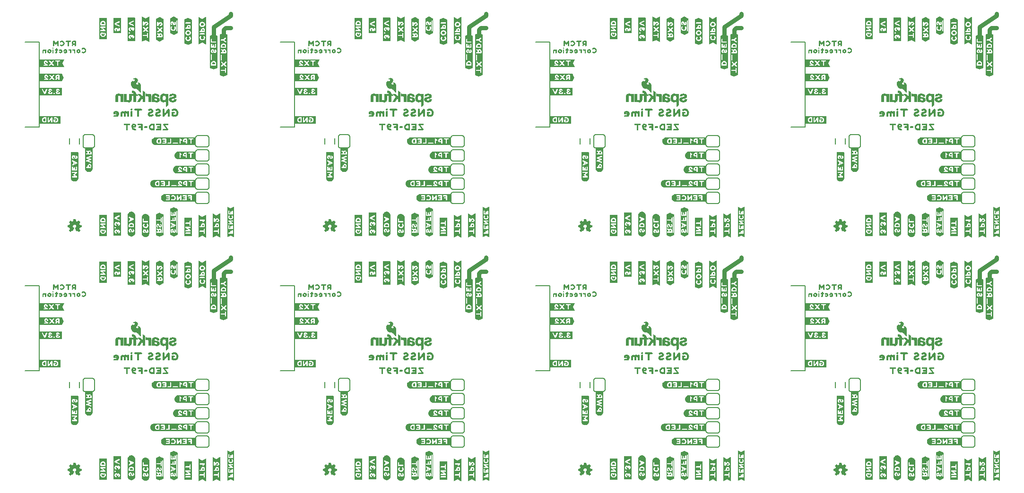
<source format=gbo>
G04 EAGLE Gerber RS-274X export*
G75*
%MOMM*%
%FSLAX34Y34*%
%LPD*%
%INSilkscreen Bottom*%
%IPPOS*%
%AMOC8*
5,1,8,0,0,1.08239X$1,22.5*%
G01*
%ADD10C,0.762000*%
%ADD11C,0.203200*%

G36*
X305547Y544367D02*
X305547Y544367D01*
X305542Y544374D01*
X305549Y544380D01*
X305549Y557980D01*
X305513Y558027D01*
X305506Y558022D01*
X305500Y558029D01*
X302200Y558029D01*
X302153Y557993D01*
X302154Y557992D01*
X302152Y557991D01*
X302148Y557972D01*
X302122Y558024D01*
X302109Y558018D01*
X302100Y558029D01*
X231100Y558029D01*
X231096Y558026D01*
X231093Y558029D01*
X229693Y557829D01*
X229690Y557825D01*
X229688Y557825D01*
X229687Y557825D01*
X229684Y557827D01*
X228484Y557427D01*
X228481Y557422D01*
X228478Y557424D01*
X227878Y557124D01*
X227876Y557120D01*
X227873Y557121D01*
X227273Y556721D01*
X227272Y556718D01*
X227269Y556718D01*
X226769Y556318D01*
X226768Y556314D01*
X226765Y556315D01*
X225765Y555315D01*
X225764Y555303D01*
X225756Y555302D01*
X225457Y554705D01*
X225059Y554107D01*
X225060Y554100D01*
X225055Y554096D01*
X225053Y554096D01*
X224653Y552896D01*
X224654Y552894D01*
X224653Y552894D01*
X224644Y552864D01*
X224630Y552815D01*
X224588Y552667D01*
X224546Y552520D01*
X224532Y552470D01*
X224490Y552323D01*
X224453Y552194D01*
X224456Y552184D01*
X224451Y552180D01*
X224451Y550180D01*
X224457Y550172D01*
X224453Y550166D01*
X224653Y549466D01*
X224654Y549465D01*
X224653Y549464D01*
X224853Y548865D01*
X225053Y548166D01*
X225064Y548158D01*
X225062Y548149D01*
X225460Y547651D01*
X225859Y547053D01*
X225862Y547052D01*
X225862Y547049D01*
X226262Y546549D01*
X226266Y546548D01*
X226265Y546545D01*
X226765Y546045D01*
X226769Y546045D01*
X226769Y546042D01*
X227269Y545642D01*
X227273Y545641D01*
X227273Y545639D01*
X227873Y545239D01*
X227877Y545239D01*
X227878Y545236D01*
X228478Y544936D01*
X228483Y544937D01*
X228484Y544933D01*
X229084Y544733D01*
X229086Y544734D01*
X229086Y544733D01*
X229786Y544533D01*
X229790Y544534D01*
X229792Y544531D01*
X230392Y544431D01*
X230393Y544432D01*
X230393Y544431D01*
X231093Y544331D01*
X231098Y544334D01*
X231100Y544331D01*
X305500Y544331D01*
X305547Y544367D01*
G37*
G36*
X1219947Y544367D02*
X1219947Y544367D01*
X1219942Y544374D01*
X1219949Y544380D01*
X1219949Y557980D01*
X1219913Y558027D01*
X1219906Y558022D01*
X1219900Y558029D01*
X1216600Y558029D01*
X1216553Y557993D01*
X1216554Y557992D01*
X1216552Y557991D01*
X1216548Y557972D01*
X1216522Y558024D01*
X1216509Y558018D01*
X1216500Y558029D01*
X1145500Y558029D01*
X1145496Y558026D01*
X1145493Y558029D01*
X1144093Y557829D01*
X1144090Y557825D01*
X1144088Y557825D01*
X1144087Y557825D01*
X1144084Y557827D01*
X1142884Y557427D01*
X1142881Y557422D01*
X1142878Y557424D01*
X1142278Y557124D01*
X1142276Y557120D01*
X1142273Y557121D01*
X1141673Y556721D01*
X1141672Y556718D01*
X1141669Y556718D01*
X1141169Y556318D01*
X1141168Y556314D01*
X1141165Y556315D01*
X1140165Y555315D01*
X1140164Y555303D01*
X1140156Y555302D01*
X1139857Y554705D01*
X1139459Y554107D01*
X1139460Y554100D01*
X1139455Y554096D01*
X1139453Y554096D01*
X1139053Y552896D01*
X1139054Y552894D01*
X1139053Y552894D01*
X1139044Y552864D01*
X1139030Y552815D01*
X1138988Y552667D01*
X1138946Y552520D01*
X1138932Y552470D01*
X1138890Y552323D01*
X1138853Y552194D01*
X1138856Y552184D01*
X1138851Y552180D01*
X1138851Y550180D01*
X1138857Y550172D01*
X1138853Y550166D01*
X1139053Y549466D01*
X1139054Y549465D01*
X1139053Y549464D01*
X1139253Y548865D01*
X1139453Y548166D01*
X1139464Y548158D01*
X1139462Y548149D01*
X1139860Y547651D01*
X1140259Y547053D01*
X1140262Y547052D01*
X1140262Y547049D01*
X1140662Y546549D01*
X1140666Y546548D01*
X1140665Y546545D01*
X1141165Y546045D01*
X1141169Y546045D01*
X1141169Y546042D01*
X1141669Y545642D01*
X1141673Y545641D01*
X1141673Y545639D01*
X1142273Y545239D01*
X1142277Y545239D01*
X1142278Y545236D01*
X1142878Y544936D01*
X1142883Y544937D01*
X1142884Y544933D01*
X1143484Y544733D01*
X1143486Y544734D01*
X1143486Y544733D01*
X1144186Y544533D01*
X1144190Y544534D01*
X1144192Y544531D01*
X1144792Y544431D01*
X1144793Y544432D01*
X1144793Y544431D01*
X1145493Y544331D01*
X1145498Y544334D01*
X1145500Y544331D01*
X1219900Y544331D01*
X1219947Y544367D01*
G37*
G36*
X305547Y107487D02*
X305547Y107487D01*
X305542Y107494D01*
X305549Y107500D01*
X305549Y121100D01*
X305513Y121147D01*
X305506Y121142D01*
X305500Y121149D01*
X302200Y121149D01*
X302153Y121113D01*
X302154Y121112D01*
X302152Y121111D01*
X302148Y121092D01*
X302122Y121144D01*
X302109Y121138D01*
X302100Y121149D01*
X231100Y121149D01*
X231096Y121146D01*
X231093Y121149D01*
X229693Y120949D01*
X229690Y120945D01*
X229688Y120945D01*
X229687Y120945D01*
X229684Y120947D01*
X228484Y120547D01*
X228481Y120542D01*
X228478Y120544D01*
X227878Y120244D01*
X227876Y120240D01*
X227873Y120241D01*
X227273Y119841D01*
X227272Y119838D01*
X227269Y119838D01*
X226769Y119438D01*
X226768Y119434D01*
X226765Y119435D01*
X225765Y118435D01*
X225764Y118423D01*
X225756Y118422D01*
X225457Y117825D01*
X225059Y117227D01*
X225060Y117220D01*
X225055Y117216D01*
X225053Y117216D01*
X224653Y116016D01*
X224654Y116014D01*
X224653Y116014D01*
X224644Y115984D01*
X224630Y115935D01*
X224588Y115787D01*
X224546Y115640D01*
X224532Y115590D01*
X224490Y115443D01*
X224453Y115314D01*
X224456Y115304D01*
X224451Y115300D01*
X224451Y113300D01*
X224457Y113292D01*
X224453Y113286D01*
X224653Y112586D01*
X224654Y112585D01*
X224653Y112584D01*
X224853Y111985D01*
X225053Y111286D01*
X225064Y111278D01*
X225062Y111269D01*
X225460Y110771D01*
X225859Y110173D01*
X225862Y110172D01*
X225862Y110169D01*
X226262Y109669D01*
X226266Y109668D01*
X226265Y109665D01*
X226765Y109165D01*
X226769Y109165D01*
X226769Y109162D01*
X227269Y108762D01*
X227273Y108761D01*
X227273Y108759D01*
X227873Y108359D01*
X227877Y108359D01*
X227878Y108356D01*
X228478Y108056D01*
X228483Y108057D01*
X228484Y108053D01*
X229084Y107853D01*
X229086Y107854D01*
X229086Y107853D01*
X229786Y107653D01*
X229790Y107654D01*
X229792Y107651D01*
X230392Y107551D01*
X230393Y107552D01*
X230393Y107551D01*
X231093Y107451D01*
X231098Y107454D01*
X231100Y107451D01*
X305500Y107451D01*
X305547Y107487D01*
G37*
G36*
X1677147Y544367D02*
X1677147Y544367D01*
X1677142Y544374D01*
X1677149Y544380D01*
X1677149Y557980D01*
X1677113Y558027D01*
X1677106Y558022D01*
X1677100Y558029D01*
X1673800Y558029D01*
X1673753Y557993D01*
X1673754Y557992D01*
X1673752Y557991D01*
X1673748Y557972D01*
X1673722Y558024D01*
X1673709Y558018D01*
X1673700Y558029D01*
X1602700Y558029D01*
X1602696Y558026D01*
X1602693Y558029D01*
X1601293Y557829D01*
X1601290Y557825D01*
X1601288Y557825D01*
X1601287Y557825D01*
X1601284Y557827D01*
X1600084Y557427D01*
X1600081Y557422D01*
X1600078Y557424D01*
X1599478Y557124D01*
X1599476Y557120D01*
X1599473Y557121D01*
X1598873Y556721D01*
X1598872Y556718D01*
X1598869Y556718D01*
X1598369Y556318D01*
X1598368Y556314D01*
X1598365Y556315D01*
X1597365Y555315D01*
X1597364Y555303D01*
X1597356Y555302D01*
X1597057Y554705D01*
X1596659Y554107D01*
X1596660Y554100D01*
X1596655Y554096D01*
X1596653Y554096D01*
X1596253Y552896D01*
X1596254Y552894D01*
X1596253Y552894D01*
X1596244Y552864D01*
X1596230Y552815D01*
X1596188Y552667D01*
X1596146Y552520D01*
X1596132Y552470D01*
X1596090Y552323D01*
X1596053Y552194D01*
X1596056Y552184D01*
X1596051Y552180D01*
X1596051Y550180D01*
X1596057Y550172D01*
X1596053Y550166D01*
X1596253Y549466D01*
X1596254Y549465D01*
X1596253Y549464D01*
X1596453Y548865D01*
X1596653Y548166D01*
X1596664Y548158D01*
X1596662Y548149D01*
X1597060Y547651D01*
X1597459Y547053D01*
X1597462Y547052D01*
X1597462Y547049D01*
X1597862Y546549D01*
X1597866Y546548D01*
X1597865Y546545D01*
X1598365Y546045D01*
X1598369Y546045D01*
X1598369Y546042D01*
X1598869Y545642D01*
X1598873Y545641D01*
X1598873Y545639D01*
X1599473Y545239D01*
X1599477Y545239D01*
X1599478Y545236D01*
X1600078Y544936D01*
X1600083Y544937D01*
X1600084Y544933D01*
X1600684Y544733D01*
X1600686Y544734D01*
X1600686Y544733D01*
X1601386Y544533D01*
X1601390Y544534D01*
X1601392Y544531D01*
X1601992Y544431D01*
X1601993Y544432D01*
X1601993Y544431D01*
X1602693Y544331D01*
X1602698Y544334D01*
X1602700Y544331D01*
X1677100Y544331D01*
X1677147Y544367D01*
G37*
G36*
X762747Y107487D02*
X762747Y107487D01*
X762742Y107494D01*
X762749Y107500D01*
X762749Y121100D01*
X762713Y121147D01*
X762706Y121142D01*
X762700Y121149D01*
X759400Y121149D01*
X759353Y121113D01*
X759354Y121112D01*
X759352Y121111D01*
X759348Y121092D01*
X759322Y121144D01*
X759309Y121138D01*
X759300Y121149D01*
X688300Y121149D01*
X688296Y121146D01*
X688293Y121149D01*
X686893Y120949D01*
X686890Y120945D01*
X686888Y120945D01*
X686887Y120945D01*
X686884Y120947D01*
X685684Y120547D01*
X685681Y120542D01*
X685678Y120544D01*
X685078Y120244D01*
X685076Y120240D01*
X685073Y120241D01*
X684473Y119841D01*
X684472Y119838D01*
X684469Y119838D01*
X683969Y119438D01*
X683968Y119434D01*
X683965Y119435D01*
X682965Y118435D01*
X682964Y118423D01*
X682956Y118422D01*
X682657Y117825D01*
X682259Y117227D01*
X682260Y117220D01*
X682255Y117216D01*
X682253Y117216D01*
X681853Y116016D01*
X681854Y116014D01*
X681853Y116014D01*
X681844Y115984D01*
X681830Y115935D01*
X681788Y115787D01*
X681746Y115640D01*
X681732Y115590D01*
X681690Y115443D01*
X681653Y115314D01*
X681656Y115304D01*
X681651Y115300D01*
X681651Y113300D01*
X681657Y113292D01*
X681653Y113286D01*
X681853Y112586D01*
X681854Y112585D01*
X681853Y112584D01*
X682053Y111985D01*
X682253Y111286D01*
X682264Y111278D01*
X682262Y111269D01*
X682660Y110771D01*
X683059Y110173D01*
X683062Y110172D01*
X683062Y110169D01*
X683462Y109669D01*
X683466Y109668D01*
X683465Y109665D01*
X683965Y109165D01*
X683969Y109165D01*
X683969Y109162D01*
X684469Y108762D01*
X684473Y108761D01*
X684473Y108759D01*
X685073Y108359D01*
X685077Y108359D01*
X685078Y108356D01*
X685678Y108056D01*
X685683Y108057D01*
X685684Y108053D01*
X686284Y107853D01*
X686286Y107854D01*
X686286Y107853D01*
X686986Y107653D01*
X686990Y107654D01*
X686992Y107651D01*
X687592Y107551D01*
X687593Y107552D01*
X687593Y107551D01*
X688293Y107451D01*
X688298Y107454D01*
X688300Y107451D01*
X762700Y107451D01*
X762747Y107487D01*
G37*
G36*
X1677147Y107487D02*
X1677147Y107487D01*
X1677142Y107494D01*
X1677149Y107500D01*
X1677149Y121100D01*
X1677113Y121147D01*
X1677106Y121142D01*
X1677100Y121149D01*
X1673800Y121149D01*
X1673753Y121113D01*
X1673754Y121112D01*
X1673752Y121111D01*
X1673748Y121092D01*
X1673722Y121144D01*
X1673709Y121138D01*
X1673700Y121149D01*
X1602700Y121149D01*
X1602696Y121146D01*
X1602693Y121149D01*
X1601293Y120949D01*
X1601290Y120945D01*
X1601288Y120945D01*
X1601287Y120945D01*
X1601284Y120947D01*
X1600084Y120547D01*
X1600081Y120542D01*
X1600078Y120544D01*
X1599478Y120244D01*
X1599476Y120240D01*
X1599473Y120241D01*
X1598873Y119841D01*
X1598872Y119838D01*
X1598869Y119838D01*
X1598369Y119438D01*
X1598368Y119434D01*
X1598365Y119435D01*
X1597365Y118435D01*
X1597364Y118423D01*
X1597356Y118422D01*
X1597057Y117825D01*
X1596659Y117227D01*
X1596660Y117220D01*
X1596655Y117216D01*
X1596653Y117216D01*
X1596253Y116016D01*
X1596254Y116014D01*
X1596253Y116014D01*
X1596244Y115984D01*
X1596230Y115935D01*
X1596188Y115787D01*
X1596146Y115640D01*
X1596132Y115590D01*
X1596090Y115443D01*
X1596053Y115314D01*
X1596056Y115304D01*
X1596051Y115300D01*
X1596051Y113300D01*
X1596057Y113292D01*
X1596053Y113286D01*
X1596253Y112586D01*
X1596254Y112585D01*
X1596253Y112584D01*
X1596453Y111985D01*
X1596653Y111286D01*
X1596664Y111278D01*
X1596662Y111269D01*
X1597060Y110771D01*
X1597459Y110173D01*
X1597462Y110172D01*
X1597462Y110169D01*
X1597862Y109669D01*
X1597866Y109668D01*
X1597865Y109665D01*
X1598365Y109165D01*
X1598369Y109165D01*
X1598369Y109162D01*
X1598869Y108762D01*
X1598873Y108761D01*
X1598873Y108759D01*
X1599473Y108359D01*
X1599477Y108359D01*
X1599478Y108356D01*
X1600078Y108056D01*
X1600083Y108057D01*
X1600084Y108053D01*
X1600684Y107853D01*
X1600686Y107854D01*
X1600686Y107853D01*
X1601386Y107653D01*
X1601390Y107654D01*
X1601392Y107651D01*
X1601992Y107551D01*
X1601993Y107552D01*
X1601993Y107551D01*
X1602693Y107451D01*
X1602698Y107454D01*
X1602700Y107451D01*
X1677100Y107451D01*
X1677147Y107487D01*
G37*
G36*
X762747Y544367D02*
X762747Y544367D01*
X762742Y544374D01*
X762749Y544380D01*
X762749Y557980D01*
X762713Y558027D01*
X762706Y558022D01*
X762700Y558029D01*
X759400Y558029D01*
X759353Y557993D01*
X759354Y557992D01*
X759352Y557991D01*
X759348Y557972D01*
X759322Y558024D01*
X759309Y558018D01*
X759300Y558029D01*
X688300Y558029D01*
X688296Y558026D01*
X688293Y558029D01*
X686893Y557829D01*
X686890Y557825D01*
X686888Y557825D01*
X686887Y557825D01*
X686884Y557827D01*
X685684Y557427D01*
X685681Y557422D01*
X685678Y557424D01*
X685078Y557124D01*
X685076Y557120D01*
X685073Y557121D01*
X684473Y556721D01*
X684472Y556718D01*
X684469Y556718D01*
X683969Y556318D01*
X683968Y556314D01*
X683965Y556315D01*
X682965Y555315D01*
X682964Y555303D01*
X682956Y555302D01*
X682657Y554705D01*
X682259Y554107D01*
X682260Y554100D01*
X682255Y554096D01*
X682253Y554096D01*
X681853Y552896D01*
X681854Y552894D01*
X681853Y552894D01*
X681844Y552864D01*
X681830Y552815D01*
X681788Y552667D01*
X681746Y552520D01*
X681732Y552470D01*
X681690Y552323D01*
X681653Y552194D01*
X681656Y552184D01*
X681651Y552180D01*
X681651Y550180D01*
X681657Y550172D01*
X681653Y550166D01*
X681853Y549466D01*
X681854Y549465D01*
X681853Y549464D01*
X682053Y548865D01*
X682253Y548166D01*
X682264Y548158D01*
X682262Y548149D01*
X682660Y547651D01*
X683059Y547053D01*
X683062Y547052D01*
X683062Y547049D01*
X683462Y546549D01*
X683466Y546548D01*
X683465Y546545D01*
X683965Y546045D01*
X683969Y546045D01*
X683969Y546042D01*
X684469Y545642D01*
X684473Y545641D01*
X684473Y545639D01*
X685073Y545239D01*
X685077Y545239D01*
X685078Y545236D01*
X685678Y544936D01*
X685683Y544937D01*
X685684Y544933D01*
X686284Y544733D01*
X686286Y544734D01*
X686286Y544733D01*
X686986Y544533D01*
X686990Y544534D01*
X686992Y544531D01*
X687592Y544431D01*
X687593Y544432D01*
X687593Y544431D01*
X688293Y544331D01*
X688298Y544334D01*
X688300Y544331D01*
X762700Y544331D01*
X762747Y544367D01*
G37*
G36*
X1219947Y107487D02*
X1219947Y107487D01*
X1219942Y107494D01*
X1219949Y107500D01*
X1219949Y121100D01*
X1219913Y121147D01*
X1219906Y121142D01*
X1219900Y121149D01*
X1216600Y121149D01*
X1216553Y121113D01*
X1216554Y121112D01*
X1216552Y121111D01*
X1216548Y121092D01*
X1216522Y121144D01*
X1216509Y121138D01*
X1216500Y121149D01*
X1145500Y121149D01*
X1145496Y121146D01*
X1145493Y121149D01*
X1144093Y120949D01*
X1144090Y120945D01*
X1144088Y120945D01*
X1144087Y120945D01*
X1144084Y120947D01*
X1142884Y120547D01*
X1142881Y120542D01*
X1142878Y120544D01*
X1142278Y120244D01*
X1142276Y120240D01*
X1142273Y120241D01*
X1141673Y119841D01*
X1141672Y119838D01*
X1141669Y119838D01*
X1141169Y119438D01*
X1141168Y119434D01*
X1141165Y119435D01*
X1140165Y118435D01*
X1140164Y118423D01*
X1140156Y118422D01*
X1139857Y117825D01*
X1139459Y117227D01*
X1139460Y117220D01*
X1139455Y117216D01*
X1139453Y117216D01*
X1139053Y116016D01*
X1139054Y116014D01*
X1139053Y116014D01*
X1139044Y115984D01*
X1139030Y115935D01*
X1138988Y115787D01*
X1138946Y115640D01*
X1138932Y115590D01*
X1138890Y115443D01*
X1138853Y115314D01*
X1138856Y115304D01*
X1138851Y115300D01*
X1138851Y113300D01*
X1138857Y113292D01*
X1138853Y113286D01*
X1139053Y112586D01*
X1139054Y112585D01*
X1139053Y112584D01*
X1139253Y111985D01*
X1139453Y111286D01*
X1139464Y111278D01*
X1139462Y111269D01*
X1139860Y110771D01*
X1140259Y110173D01*
X1140262Y110172D01*
X1140262Y110169D01*
X1140662Y109669D01*
X1140666Y109668D01*
X1140665Y109665D01*
X1141165Y109165D01*
X1141169Y109165D01*
X1141169Y109162D01*
X1141669Y108762D01*
X1141673Y108761D01*
X1141673Y108759D01*
X1142273Y108359D01*
X1142277Y108359D01*
X1142278Y108356D01*
X1142878Y108056D01*
X1142883Y108057D01*
X1142884Y108053D01*
X1143484Y107853D01*
X1143486Y107854D01*
X1143486Y107853D01*
X1144186Y107653D01*
X1144190Y107654D01*
X1144192Y107651D01*
X1144792Y107551D01*
X1144793Y107552D01*
X1144793Y107551D01*
X1145493Y107451D01*
X1145498Y107454D01*
X1145500Y107451D01*
X1219900Y107451D01*
X1219947Y107487D01*
G37*
G36*
X305208Y183680D02*
X305208Y183680D01*
X305216Y183682D01*
X305416Y184182D01*
X305412Y184195D01*
X305419Y184200D01*
X305419Y197100D01*
X305390Y197138D01*
X305388Y197146D01*
X304888Y197346D01*
X304876Y197342D01*
X304875Y197342D01*
X304870Y197349D01*
X233570Y197349D01*
X233566Y197346D01*
X233563Y197349D01*
X232863Y197249D01*
X232862Y197248D01*
X232862Y197249D01*
X232262Y197149D01*
X232259Y197145D01*
X232256Y197147D01*
X231556Y196947D01*
X231552Y196942D01*
X231548Y196944D01*
X230348Y196344D01*
X230346Y196340D01*
X230343Y196341D01*
X229743Y195941D01*
X229740Y195934D01*
X229735Y195935D01*
X229235Y195435D01*
X229235Y195431D01*
X229232Y195431D01*
X228833Y194933D01*
X228335Y194435D01*
X228334Y194423D01*
X228326Y194422D01*
X227426Y192622D01*
X227427Y192615D01*
X227423Y192614D01*
X227399Y192529D01*
X227356Y192381D01*
X227342Y192332D01*
X227300Y192184D01*
X227258Y192037D01*
X227244Y191987D01*
X227223Y191914D01*
X227224Y191910D01*
X227221Y191908D01*
X227121Y191308D01*
X227124Y191303D01*
X227121Y191300D01*
X227121Y189900D01*
X227124Y189895D01*
X227121Y189892D01*
X227221Y189292D01*
X227225Y189289D01*
X227223Y189286D01*
X227423Y188586D01*
X227424Y188585D01*
X227423Y188584D01*
X227623Y187984D01*
X227626Y187983D01*
X227625Y187981D01*
X227925Y187281D01*
X227929Y187278D01*
X227928Y187275D01*
X228228Y186775D01*
X228229Y186774D01*
X228229Y186773D01*
X228629Y186173D01*
X228636Y186170D01*
X228635Y186165D01*
X229135Y185665D01*
X229139Y185665D01*
X229139Y185662D01*
X230139Y184862D01*
X230143Y184861D01*
X230143Y184859D01*
X230743Y184459D01*
X230747Y184459D01*
X230748Y184456D01*
X231348Y184156D01*
X231355Y184157D01*
X231356Y184153D01*
X232055Y183953D01*
X232654Y183753D01*
X232665Y183757D01*
X232670Y183751D01*
X233367Y183751D01*
X234063Y183651D01*
X234068Y183654D01*
X234070Y183651D01*
X305170Y183651D01*
X305208Y183680D01*
G37*
G36*
X762408Y620560D02*
X762408Y620560D01*
X762416Y620562D01*
X762616Y621062D01*
X762612Y621075D01*
X762619Y621080D01*
X762619Y633980D01*
X762590Y634018D01*
X762588Y634026D01*
X762088Y634226D01*
X762076Y634222D01*
X762075Y634222D01*
X762070Y634229D01*
X690770Y634229D01*
X690766Y634226D01*
X690763Y634229D01*
X690063Y634129D01*
X690062Y634128D01*
X690062Y634129D01*
X689462Y634029D01*
X689459Y634025D01*
X689456Y634027D01*
X688756Y633827D01*
X688752Y633822D01*
X688748Y633824D01*
X687548Y633224D01*
X687546Y633220D01*
X687543Y633221D01*
X686943Y632821D01*
X686940Y632814D01*
X686935Y632815D01*
X686435Y632315D01*
X686435Y632311D01*
X686432Y632311D01*
X686033Y631813D01*
X685535Y631315D01*
X685534Y631303D01*
X685526Y631302D01*
X684626Y629502D01*
X684627Y629495D01*
X684623Y629494D01*
X684599Y629409D01*
X684556Y629261D01*
X684542Y629212D01*
X684500Y629064D01*
X684458Y628917D01*
X684444Y628867D01*
X684423Y628794D01*
X684424Y628790D01*
X684421Y628788D01*
X684321Y628188D01*
X684324Y628183D01*
X684321Y628180D01*
X684321Y626780D01*
X684324Y626775D01*
X684321Y626772D01*
X684421Y626172D01*
X684425Y626169D01*
X684423Y626166D01*
X684623Y625466D01*
X684624Y625465D01*
X684623Y625464D01*
X684823Y624864D01*
X684826Y624863D01*
X684825Y624861D01*
X685125Y624161D01*
X685129Y624158D01*
X685128Y624155D01*
X685428Y623655D01*
X685429Y623654D01*
X685429Y623653D01*
X685829Y623053D01*
X685836Y623050D01*
X685835Y623045D01*
X686335Y622545D01*
X686339Y622545D01*
X686339Y622542D01*
X687339Y621742D01*
X687343Y621741D01*
X687343Y621739D01*
X687943Y621339D01*
X687947Y621339D01*
X687948Y621336D01*
X688548Y621036D01*
X688555Y621037D01*
X688556Y621033D01*
X689255Y620833D01*
X689854Y620633D01*
X689865Y620637D01*
X689870Y620631D01*
X690567Y620631D01*
X691263Y620531D01*
X691268Y620534D01*
X691270Y620531D01*
X762370Y620531D01*
X762408Y620560D01*
G37*
G36*
X1219608Y183680D02*
X1219608Y183680D01*
X1219616Y183682D01*
X1219816Y184182D01*
X1219812Y184195D01*
X1219819Y184200D01*
X1219819Y197100D01*
X1219790Y197138D01*
X1219788Y197146D01*
X1219288Y197346D01*
X1219276Y197342D01*
X1219275Y197342D01*
X1219270Y197349D01*
X1147970Y197349D01*
X1147966Y197346D01*
X1147963Y197349D01*
X1147263Y197249D01*
X1147262Y197248D01*
X1147262Y197249D01*
X1146662Y197149D01*
X1146659Y197145D01*
X1146656Y197147D01*
X1145956Y196947D01*
X1145952Y196942D01*
X1145948Y196944D01*
X1144748Y196344D01*
X1144746Y196340D01*
X1144743Y196341D01*
X1144143Y195941D01*
X1144140Y195934D01*
X1144135Y195935D01*
X1143635Y195435D01*
X1143635Y195431D01*
X1143632Y195431D01*
X1143233Y194933D01*
X1142735Y194435D01*
X1142734Y194423D01*
X1142726Y194422D01*
X1141826Y192622D01*
X1141827Y192615D01*
X1141823Y192614D01*
X1141799Y192529D01*
X1141756Y192381D01*
X1141742Y192332D01*
X1141700Y192184D01*
X1141658Y192037D01*
X1141644Y191987D01*
X1141623Y191914D01*
X1141624Y191910D01*
X1141621Y191908D01*
X1141521Y191308D01*
X1141524Y191303D01*
X1141521Y191300D01*
X1141521Y189900D01*
X1141524Y189895D01*
X1141521Y189892D01*
X1141621Y189292D01*
X1141625Y189289D01*
X1141623Y189286D01*
X1141823Y188586D01*
X1141824Y188585D01*
X1141823Y188584D01*
X1142023Y187984D01*
X1142026Y187983D01*
X1142025Y187981D01*
X1142325Y187281D01*
X1142329Y187278D01*
X1142328Y187275D01*
X1142628Y186775D01*
X1142629Y186774D01*
X1142629Y186773D01*
X1143029Y186173D01*
X1143036Y186170D01*
X1143035Y186165D01*
X1143535Y185665D01*
X1143539Y185665D01*
X1143539Y185662D01*
X1144539Y184862D01*
X1144543Y184861D01*
X1144543Y184859D01*
X1145143Y184459D01*
X1145147Y184459D01*
X1145148Y184456D01*
X1145748Y184156D01*
X1145755Y184157D01*
X1145756Y184153D01*
X1146455Y183953D01*
X1147054Y183753D01*
X1147065Y183757D01*
X1147070Y183751D01*
X1147767Y183751D01*
X1148463Y183651D01*
X1148468Y183654D01*
X1148470Y183651D01*
X1219570Y183651D01*
X1219608Y183680D01*
G37*
G36*
X762408Y183680D02*
X762408Y183680D01*
X762416Y183682D01*
X762616Y184182D01*
X762612Y184195D01*
X762619Y184200D01*
X762619Y197100D01*
X762590Y197138D01*
X762588Y197146D01*
X762088Y197346D01*
X762076Y197342D01*
X762075Y197342D01*
X762070Y197349D01*
X690770Y197349D01*
X690766Y197346D01*
X690763Y197349D01*
X690063Y197249D01*
X690062Y197248D01*
X690062Y197249D01*
X689462Y197149D01*
X689459Y197145D01*
X689456Y197147D01*
X688756Y196947D01*
X688752Y196942D01*
X688748Y196944D01*
X687548Y196344D01*
X687546Y196340D01*
X687543Y196341D01*
X686943Y195941D01*
X686940Y195934D01*
X686935Y195935D01*
X686435Y195435D01*
X686435Y195431D01*
X686432Y195431D01*
X686033Y194933D01*
X685535Y194435D01*
X685534Y194423D01*
X685526Y194422D01*
X684626Y192622D01*
X684627Y192615D01*
X684623Y192614D01*
X684599Y192529D01*
X684556Y192381D01*
X684542Y192332D01*
X684500Y192184D01*
X684458Y192037D01*
X684444Y191987D01*
X684423Y191914D01*
X684424Y191910D01*
X684421Y191908D01*
X684321Y191308D01*
X684324Y191303D01*
X684321Y191300D01*
X684321Y189900D01*
X684324Y189895D01*
X684321Y189892D01*
X684421Y189292D01*
X684425Y189289D01*
X684423Y189286D01*
X684623Y188586D01*
X684624Y188585D01*
X684623Y188584D01*
X684823Y187984D01*
X684826Y187983D01*
X684825Y187981D01*
X685125Y187281D01*
X685129Y187278D01*
X685128Y187275D01*
X685428Y186775D01*
X685429Y186774D01*
X685429Y186773D01*
X685829Y186173D01*
X685836Y186170D01*
X685835Y186165D01*
X686335Y185665D01*
X686339Y185665D01*
X686339Y185662D01*
X687339Y184862D01*
X687343Y184861D01*
X687343Y184859D01*
X687943Y184459D01*
X687947Y184459D01*
X687948Y184456D01*
X688548Y184156D01*
X688555Y184157D01*
X688556Y184153D01*
X689255Y183953D01*
X689854Y183753D01*
X689865Y183757D01*
X689870Y183751D01*
X690567Y183751D01*
X691263Y183651D01*
X691268Y183654D01*
X691270Y183651D01*
X762370Y183651D01*
X762408Y183680D01*
G37*
G36*
X1676808Y183680D02*
X1676808Y183680D01*
X1676816Y183682D01*
X1677016Y184182D01*
X1677012Y184195D01*
X1677019Y184200D01*
X1677019Y197100D01*
X1676990Y197138D01*
X1676988Y197146D01*
X1676488Y197346D01*
X1676476Y197342D01*
X1676475Y197342D01*
X1676470Y197349D01*
X1605170Y197349D01*
X1605166Y197346D01*
X1605163Y197349D01*
X1604463Y197249D01*
X1604462Y197248D01*
X1604462Y197249D01*
X1603862Y197149D01*
X1603859Y197145D01*
X1603856Y197147D01*
X1603156Y196947D01*
X1603152Y196942D01*
X1603148Y196944D01*
X1601948Y196344D01*
X1601946Y196340D01*
X1601943Y196341D01*
X1601343Y195941D01*
X1601340Y195934D01*
X1601335Y195935D01*
X1600835Y195435D01*
X1600835Y195431D01*
X1600832Y195431D01*
X1600433Y194933D01*
X1599935Y194435D01*
X1599934Y194423D01*
X1599926Y194422D01*
X1599026Y192622D01*
X1599027Y192615D01*
X1599023Y192614D01*
X1598999Y192529D01*
X1598956Y192381D01*
X1598942Y192332D01*
X1598900Y192184D01*
X1598858Y192037D01*
X1598844Y191987D01*
X1598823Y191914D01*
X1598824Y191910D01*
X1598821Y191908D01*
X1598721Y191308D01*
X1598724Y191303D01*
X1598721Y191300D01*
X1598721Y189900D01*
X1598724Y189895D01*
X1598721Y189892D01*
X1598821Y189292D01*
X1598825Y189289D01*
X1598823Y189286D01*
X1599023Y188586D01*
X1599024Y188585D01*
X1599023Y188584D01*
X1599223Y187984D01*
X1599226Y187983D01*
X1599225Y187981D01*
X1599525Y187281D01*
X1599529Y187278D01*
X1599528Y187275D01*
X1599828Y186775D01*
X1599829Y186774D01*
X1599829Y186773D01*
X1600229Y186173D01*
X1600236Y186170D01*
X1600235Y186165D01*
X1600735Y185665D01*
X1600739Y185665D01*
X1600739Y185662D01*
X1601739Y184862D01*
X1601743Y184861D01*
X1601743Y184859D01*
X1602343Y184459D01*
X1602347Y184459D01*
X1602348Y184456D01*
X1602948Y184156D01*
X1602955Y184157D01*
X1602956Y184153D01*
X1603655Y183953D01*
X1604254Y183753D01*
X1604265Y183757D01*
X1604270Y183751D01*
X1604967Y183751D01*
X1605663Y183651D01*
X1605668Y183654D01*
X1605670Y183651D01*
X1676770Y183651D01*
X1676808Y183680D01*
G37*
G36*
X1219608Y620560D02*
X1219608Y620560D01*
X1219616Y620562D01*
X1219816Y621062D01*
X1219812Y621075D01*
X1219819Y621080D01*
X1219819Y633980D01*
X1219790Y634018D01*
X1219788Y634026D01*
X1219288Y634226D01*
X1219276Y634222D01*
X1219275Y634222D01*
X1219270Y634229D01*
X1147970Y634229D01*
X1147966Y634226D01*
X1147963Y634229D01*
X1147263Y634129D01*
X1147262Y634128D01*
X1147262Y634129D01*
X1146662Y634029D01*
X1146659Y634025D01*
X1146656Y634027D01*
X1145956Y633827D01*
X1145952Y633822D01*
X1145948Y633824D01*
X1144748Y633224D01*
X1144746Y633220D01*
X1144743Y633221D01*
X1144143Y632821D01*
X1144140Y632814D01*
X1144135Y632815D01*
X1143635Y632315D01*
X1143635Y632311D01*
X1143632Y632311D01*
X1143233Y631813D01*
X1142735Y631315D01*
X1142734Y631303D01*
X1142726Y631302D01*
X1141826Y629502D01*
X1141827Y629495D01*
X1141823Y629494D01*
X1141799Y629409D01*
X1141756Y629261D01*
X1141742Y629212D01*
X1141700Y629064D01*
X1141658Y628917D01*
X1141644Y628867D01*
X1141623Y628794D01*
X1141624Y628790D01*
X1141621Y628788D01*
X1141521Y628188D01*
X1141524Y628183D01*
X1141521Y628180D01*
X1141521Y626780D01*
X1141524Y626775D01*
X1141521Y626772D01*
X1141621Y626172D01*
X1141625Y626169D01*
X1141623Y626166D01*
X1141823Y625466D01*
X1141824Y625465D01*
X1141823Y625464D01*
X1142023Y624864D01*
X1142026Y624863D01*
X1142025Y624861D01*
X1142325Y624161D01*
X1142329Y624158D01*
X1142328Y624155D01*
X1142628Y623655D01*
X1142629Y623654D01*
X1142629Y623653D01*
X1143029Y623053D01*
X1143036Y623050D01*
X1143035Y623045D01*
X1143535Y622545D01*
X1143539Y622545D01*
X1143539Y622542D01*
X1144539Y621742D01*
X1144543Y621741D01*
X1144543Y621739D01*
X1145143Y621339D01*
X1145147Y621339D01*
X1145148Y621336D01*
X1145748Y621036D01*
X1145755Y621037D01*
X1145756Y621033D01*
X1146455Y620833D01*
X1147054Y620633D01*
X1147065Y620637D01*
X1147070Y620631D01*
X1147767Y620631D01*
X1148463Y620531D01*
X1148468Y620534D01*
X1148470Y620531D01*
X1219570Y620531D01*
X1219608Y620560D01*
G37*
G36*
X1676808Y620560D02*
X1676808Y620560D01*
X1676816Y620562D01*
X1677016Y621062D01*
X1677012Y621075D01*
X1677019Y621080D01*
X1677019Y633980D01*
X1676990Y634018D01*
X1676988Y634026D01*
X1676488Y634226D01*
X1676476Y634222D01*
X1676475Y634222D01*
X1676470Y634229D01*
X1605170Y634229D01*
X1605166Y634226D01*
X1605163Y634229D01*
X1604463Y634129D01*
X1604462Y634128D01*
X1604462Y634129D01*
X1603862Y634029D01*
X1603859Y634025D01*
X1603856Y634027D01*
X1603156Y633827D01*
X1603152Y633822D01*
X1603148Y633824D01*
X1601948Y633224D01*
X1601946Y633220D01*
X1601943Y633221D01*
X1601343Y632821D01*
X1601340Y632814D01*
X1601335Y632815D01*
X1600835Y632315D01*
X1600835Y632311D01*
X1600832Y632311D01*
X1600433Y631813D01*
X1599935Y631315D01*
X1599934Y631303D01*
X1599926Y631302D01*
X1599026Y629502D01*
X1599027Y629495D01*
X1599023Y629494D01*
X1598999Y629409D01*
X1598956Y629261D01*
X1598942Y629212D01*
X1598900Y629064D01*
X1598858Y628917D01*
X1598844Y628867D01*
X1598823Y628794D01*
X1598824Y628790D01*
X1598821Y628788D01*
X1598721Y628188D01*
X1598724Y628183D01*
X1598721Y628180D01*
X1598721Y626780D01*
X1598724Y626775D01*
X1598721Y626772D01*
X1598821Y626172D01*
X1598825Y626169D01*
X1598823Y626166D01*
X1599023Y625466D01*
X1599024Y625465D01*
X1599023Y625464D01*
X1599223Y624864D01*
X1599226Y624863D01*
X1599225Y624861D01*
X1599525Y624161D01*
X1599529Y624158D01*
X1599528Y624155D01*
X1599828Y623655D01*
X1599829Y623654D01*
X1599829Y623653D01*
X1600229Y623053D01*
X1600236Y623050D01*
X1600235Y623045D01*
X1600735Y622545D01*
X1600739Y622545D01*
X1600739Y622542D01*
X1601739Y621742D01*
X1601743Y621741D01*
X1601743Y621739D01*
X1602343Y621339D01*
X1602347Y621339D01*
X1602348Y621336D01*
X1602948Y621036D01*
X1602955Y621037D01*
X1602956Y621033D01*
X1603655Y620833D01*
X1604254Y620633D01*
X1604265Y620637D01*
X1604270Y620631D01*
X1604967Y620631D01*
X1605663Y620531D01*
X1605668Y620534D01*
X1605670Y620531D01*
X1676770Y620531D01*
X1676808Y620560D01*
G37*
G36*
X305208Y620560D02*
X305208Y620560D01*
X305216Y620562D01*
X305416Y621062D01*
X305412Y621075D01*
X305419Y621080D01*
X305419Y633980D01*
X305390Y634018D01*
X305388Y634026D01*
X304888Y634226D01*
X304876Y634222D01*
X304875Y634222D01*
X304870Y634229D01*
X233570Y634229D01*
X233566Y634226D01*
X233563Y634229D01*
X232863Y634129D01*
X232862Y634128D01*
X232862Y634129D01*
X232262Y634029D01*
X232259Y634025D01*
X232256Y634027D01*
X231556Y633827D01*
X231552Y633822D01*
X231548Y633824D01*
X230348Y633224D01*
X230346Y633220D01*
X230343Y633221D01*
X229743Y632821D01*
X229740Y632814D01*
X229735Y632815D01*
X229235Y632315D01*
X229235Y632311D01*
X229232Y632311D01*
X228833Y631813D01*
X228335Y631315D01*
X228334Y631303D01*
X228326Y631302D01*
X227426Y629502D01*
X227427Y629495D01*
X227423Y629494D01*
X227399Y629409D01*
X227356Y629261D01*
X227342Y629212D01*
X227300Y629064D01*
X227258Y628917D01*
X227244Y628867D01*
X227223Y628794D01*
X227224Y628790D01*
X227221Y628788D01*
X227121Y628188D01*
X227124Y628183D01*
X227121Y628180D01*
X227121Y626780D01*
X227124Y626775D01*
X227121Y626772D01*
X227221Y626172D01*
X227225Y626169D01*
X227223Y626166D01*
X227423Y625466D01*
X227424Y625465D01*
X227423Y625464D01*
X227623Y624864D01*
X227626Y624863D01*
X227625Y624861D01*
X227925Y624161D01*
X227929Y624158D01*
X227928Y624155D01*
X228228Y623655D01*
X228229Y623654D01*
X228229Y623653D01*
X228629Y623053D01*
X228636Y623050D01*
X228635Y623045D01*
X229135Y622545D01*
X229139Y622545D01*
X229139Y622542D01*
X230139Y621742D01*
X230143Y621741D01*
X230143Y621739D01*
X230743Y621339D01*
X230747Y621339D01*
X230748Y621336D01*
X231348Y621036D01*
X231355Y621037D01*
X231356Y621033D01*
X232055Y620833D01*
X232654Y620633D01*
X232665Y620637D01*
X232670Y620631D01*
X233367Y620631D01*
X234063Y620531D01*
X234068Y620534D01*
X234070Y620531D01*
X305170Y620531D01*
X305208Y620560D01*
G37*
G36*
X813011Y306201D02*
X813011Y306201D01*
X813022Y306196D01*
X819122Y309196D01*
X819125Y309203D01*
X819131Y309202D01*
X819631Y309602D01*
X819635Y309617D01*
X819645Y309625D01*
X819639Y309633D01*
X819649Y309640D01*
X819649Y312840D01*
X819613Y312887D01*
X819612Y312886D01*
X819611Y312888D01*
X819593Y312892D01*
X819644Y312918D01*
X819638Y312931D01*
X819649Y312940D01*
X819649Y381340D01*
X819624Y381373D01*
X819622Y381384D01*
X819022Y381684D01*
X812922Y384684D01*
X812901Y384680D01*
X812892Y384689D01*
X812292Y384589D01*
X812285Y384581D01*
X812278Y384584D01*
X806278Y381584D01*
X806268Y381564D01*
X806256Y381562D01*
X805956Y380962D01*
X805959Y380946D01*
X805951Y380940D01*
X805951Y309840D01*
X805962Y309825D01*
X805958Y309815D01*
X806258Y309315D01*
X806276Y309307D01*
X806278Y309296D01*
X812378Y306296D01*
X812389Y306298D01*
X812392Y306291D01*
X812992Y306191D01*
X813011Y306201D01*
G37*
G36*
X1727411Y743081D02*
X1727411Y743081D01*
X1727422Y743076D01*
X1733522Y746076D01*
X1733525Y746083D01*
X1733531Y746082D01*
X1734031Y746482D01*
X1734035Y746497D01*
X1734045Y746505D01*
X1734039Y746513D01*
X1734049Y746520D01*
X1734049Y749720D01*
X1734013Y749767D01*
X1734012Y749766D01*
X1734011Y749768D01*
X1733993Y749772D01*
X1734044Y749798D01*
X1734038Y749811D01*
X1734049Y749820D01*
X1734049Y818220D01*
X1734024Y818253D01*
X1734022Y818264D01*
X1733422Y818564D01*
X1727322Y821564D01*
X1727301Y821560D01*
X1727292Y821569D01*
X1726692Y821469D01*
X1726685Y821461D01*
X1726678Y821464D01*
X1720678Y818464D01*
X1720668Y818444D01*
X1720656Y818442D01*
X1720356Y817842D01*
X1720359Y817826D01*
X1720351Y817820D01*
X1720351Y746720D01*
X1720362Y746705D01*
X1720358Y746695D01*
X1720658Y746195D01*
X1720676Y746187D01*
X1720678Y746176D01*
X1726778Y743176D01*
X1726789Y743178D01*
X1726792Y743171D01*
X1727392Y743071D01*
X1727411Y743081D01*
G37*
G36*
X355811Y306201D02*
X355811Y306201D01*
X355822Y306196D01*
X361922Y309196D01*
X361925Y309203D01*
X361931Y309202D01*
X362431Y309602D01*
X362435Y309617D01*
X362445Y309625D01*
X362439Y309633D01*
X362449Y309640D01*
X362449Y312840D01*
X362413Y312887D01*
X362412Y312886D01*
X362411Y312888D01*
X362393Y312892D01*
X362444Y312918D01*
X362438Y312931D01*
X362449Y312940D01*
X362449Y381340D01*
X362424Y381373D01*
X362422Y381384D01*
X361822Y381684D01*
X355722Y384684D01*
X355701Y384680D01*
X355692Y384689D01*
X355092Y384589D01*
X355085Y384581D01*
X355078Y384584D01*
X349078Y381584D01*
X349068Y381564D01*
X349056Y381562D01*
X348756Y380962D01*
X348759Y380946D01*
X348751Y380940D01*
X348751Y309840D01*
X348762Y309825D01*
X348758Y309815D01*
X349058Y309315D01*
X349076Y309307D01*
X349078Y309296D01*
X355178Y306296D01*
X355189Y306298D01*
X355192Y306291D01*
X355792Y306191D01*
X355811Y306201D01*
G37*
G36*
X1270211Y306201D02*
X1270211Y306201D01*
X1270222Y306196D01*
X1276322Y309196D01*
X1276325Y309203D01*
X1276331Y309202D01*
X1276831Y309602D01*
X1276835Y309617D01*
X1276845Y309625D01*
X1276839Y309633D01*
X1276849Y309640D01*
X1276849Y312840D01*
X1276813Y312887D01*
X1276812Y312886D01*
X1276811Y312888D01*
X1276793Y312892D01*
X1276844Y312918D01*
X1276838Y312931D01*
X1276849Y312940D01*
X1276849Y381340D01*
X1276824Y381373D01*
X1276822Y381384D01*
X1276222Y381684D01*
X1270122Y384684D01*
X1270101Y384680D01*
X1270092Y384689D01*
X1269492Y384589D01*
X1269485Y384581D01*
X1269478Y384584D01*
X1263478Y381584D01*
X1263468Y381564D01*
X1263456Y381562D01*
X1263156Y380962D01*
X1263159Y380946D01*
X1263151Y380940D01*
X1263151Y309840D01*
X1263162Y309825D01*
X1263158Y309815D01*
X1263458Y309315D01*
X1263476Y309307D01*
X1263478Y309296D01*
X1269578Y306296D01*
X1269589Y306298D01*
X1269592Y306291D01*
X1270192Y306191D01*
X1270211Y306201D01*
G37*
G36*
X1727411Y306201D02*
X1727411Y306201D01*
X1727422Y306196D01*
X1733522Y309196D01*
X1733525Y309203D01*
X1733531Y309202D01*
X1734031Y309602D01*
X1734035Y309617D01*
X1734045Y309625D01*
X1734039Y309633D01*
X1734049Y309640D01*
X1734049Y312840D01*
X1734013Y312887D01*
X1734012Y312886D01*
X1734011Y312888D01*
X1733993Y312892D01*
X1734044Y312918D01*
X1734038Y312931D01*
X1734049Y312940D01*
X1734049Y381340D01*
X1734024Y381373D01*
X1734022Y381384D01*
X1733422Y381684D01*
X1727322Y384684D01*
X1727301Y384680D01*
X1727292Y384689D01*
X1726692Y384589D01*
X1726685Y384581D01*
X1726678Y384584D01*
X1720678Y381584D01*
X1720668Y381564D01*
X1720656Y381562D01*
X1720356Y380962D01*
X1720359Y380946D01*
X1720351Y380940D01*
X1720351Y309840D01*
X1720362Y309825D01*
X1720358Y309815D01*
X1720658Y309315D01*
X1720676Y309307D01*
X1720678Y309296D01*
X1726778Y306296D01*
X1726789Y306298D01*
X1726792Y306291D01*
X1727392Y306191D01*
X1727411Y306201D01*
G37*
G36*
X813011Y743081D02*
X813011Y743081D01*
X813022Y743076D01*
X819122Y746076D01*
X819125Y746083D01*
X819131Y746082D01*
X819631Y746482D01*
X819635Y746497D01*
X819645Y746505D01*
X819639Y746513D01*
X819649Y746520D01*
X819649Y749720D01*
X819613Y749767D01*
X819612Y749766D01*
X819611Y749768D01*
X819593Y749772D01*
X819644Y749798D01*
X819638Y749811D01*
X819649Y749820D01*
X819649Y818220D01*
X819624Y818253D01*
X819622Y818264D01*
X819022Y818564D01*
X812922Y821564D01*
X812901Y821560D01*
X812892Y821569D01*
X812292Y821469D01*
X812285Y821461D01*
X812278Y821464D01*
X806278Y818464D01*
X806268Y818444D01*
X806256Y818442D01*
X805956Y817842D01*
X805959Y817826D01*
X805951Y817820D01*
X805951Y746720D01*
X805962Y746705D01*
X805958Y746695D01*
X806258Y746195D01*
X806276Y746187D01*
X806278Y746176D01*
X812378Y743176D01*
X812389Y743178D01*
X812392Y743171D01*
X812992Y743071D01*
X813011Y743081D01*
G37*
G36*
X355811Y743081D02*
X355811Y743081D01*
X355822Y743076D01*
X361922Y746076D01*
X361925Y746083D01*
X361931Y746082D01*
X362431Y746482D01*
X362435Y746497D01*
X362445Y746505D01*
X362439Y746513D01*
X362449Y746520D01*
X362449Y749720D01*
X362413Y749767D01*
X362412Y749766D01*
X362411Y749768D01*
X362393Y749772D01*
X362444Y749798D01*
X362438Y749811D01*
X362449Y749820D01*
X362449Y818220D01*
X362424Y818253D01*
X362422Y818264D01*
X361822Y818564D01*
X355722Y821564D01*
X355701Y821560D01*
X355692Y821569D01*
X355092Y821469D01*
X355085Y821461D01*
X355078Y821464D01*
X349078Y818464D01*
X349068Y818444D01*
X349056Y818442D01*
X348756Y817842D01*
X348759Y817826D01*
X348751Y817820D01*
X348751Y746720D01*
X348762Y746705D01*
X348758Y746695D01*
X349058Y746195D01*
X349076Y746187D01*
X349078Y746176D01*
X355178Y743176D01*
X355189Y743178D01*
X355192Y743171D01*
X355792Y743071D01*
X355811Y743081D01*
G37*
G36*
X1270211Y743081D02*
X1270211Y743081D01*
X1270222Y743076D01*
X1276322Y746076D01*
X1276325Y746083D01*
X1276331Y746082D01*
X1276831Y746482D01*
X1276835Y746497D01*
X1276845Y746505D01*
X1276839Y746513D01*
X1276849Y746520D01*
X1276849Y749720D01*
X1276813Y749767D01*
X1276812Y749766D01*
X1276811Y749768D01*
X1276793Y749772D01*
X1276844Y749798D01*
X1276838Y749811D01*
X1276849Y749820D01*
X1276849Y818220D01*
X1276824Y818253D01*
X1276822Y818264D01*
X1276222Y818564D01*
X1270122Y821564D01*
X1270101Y821560D01*
X1270092Y821569D01*
X1269492Y821469D01*
X1269485Y821461D01*
X1269478Y821464D01*
X1263478Y818464D01*
X1263468Y818444D01*
X1263456Y818442D01*
X1263156Y817842D01*
X1263159Y817826D01*
X1263151Y817820D01*
X1263151Y746720D01*
X1263162Y746705D01*
X1263158Y746695D01*
X1263458Y746195D01*
X1263476Y746187D01*
X1263478Y746176D01*
X1269578Y743176D01*
X1269589Y743178D01*
X1269592Y743171D01*
X1270192Y743071D01*
X1270211Y743081D01*
G37*
G36*
X1678007Y82087D02*
X1678007Y82087D01*
X1678005Y82090D01*
X1678009Y82092D01*
X1678109Y82692D01*
X1678106Y82697D01*
X1678109Y82700D01*
X1678109Y95500D01*
X1678080Y95538D01*
X1678078Y95546D01*
X1677578Y95746D01*
X1677566Y95742D01*
X1677565Y95742D01*
X1677560Y95749D01*
X1621860Y95749D01*
X1621856Y95746D01*
X1621853Y95749D01*
X1621153Y95649D01*
X1621149Y95645D01*
X1621146Y95647D01*
X1620446Y95447D01*
X1620445Y95446D01*
X1620444Y95447D01*
X1619244Y95047D01*
X1619239Y95039D01*
X1619233Y95041D01*
X1618033Y94241D01*
X1618032Y94238D01*
X1618029Y94238D01*
X1617529Y93838D01*
X1617527Y93831D01*
X1617522Y93831D01*
X1617123Y93333D01*
X1616625Y92835D01*
X1616624Y92823D01*
X1616616Y92822D01*
X1615716Y91022D01*
X1615718Y91011D01*
X1615711Y91007D01*
X1615611Y90307D01*
X1615511Y89608D01*
X1615411Y89008D01*
X1615414Y89003D01*
X1615411Y89000D01*
X1615411Y88300D01*
X1615414Y88296D01*
X1615411Y88293D01*
X1615511Y87593D01*
X1615516Y87588D01*
X1615513Y87584D01*
X1615713Y86985D01*
X1615913Y86286D01*
X1615918Y86282D01*
X1615916Y86278D01*
X1616216Y85678D01*
X1616220Y85676D01*
X1616219Y85673D01*
X1616619Y85073D01*
X1616622Y85072D01*
X1616622Y85069D01*
X1617422Y84069D01*
X1617426Y84068D01*
X1617425Y84065D01*
X1617925Y83565D01*
X1617932Y83564D01*
X1617933Y83559D01*
X1618533Y83159D01*
X1618537Y83159D01*
X1618538Y83156D01*
X1619738Y82556D01*
X1619743Y82557D01*
X1619744Y82553D01*
X1620344Y82353D01*
X1620346Y82354D01*
X1620346Y82353D01*
X1621046Y82153D01*
X1621050Y82154D01*
X1621052Y82151D01*
X1621652Y82051D01*
X1621657Y82054D01*
X1621660Y82051D01*
X1677960Y82051D01*
X1678007Y82087D01*
G37*
G36*
X763607Y82087D02*
X763607Y82087D01*
X763605Y82090D01*
X763609Y82092D01*
X763709Y82692D01*
X763706Y82697D01*
X763709Y82700D01*
X763709Y95500D01*
X763680Y95538D01*
X763678Y95546D01*
X763178Y95746D01*
X763166Y95742D01*
X763165Y95742D01*
X763160Y95749D01*
X707460Y95749D01*
X707456Y95746D01*
X707453Y95749D01*
X706753Y95649D01*
X706749Y95645D01*
X706746Y95647D01*
X706046Y95447D01*
X706045Y95446D01*
X706044Y95447D01*
X704844Y95047D01*
X704839Y95039D01*
X704833Y95041D01*
X703633Y94241D01*
X703632Y94238D01*
X703629Y94238D01*
X703129Y93838D01*
X703127Y93831D01*
X703122Y93831D01*
X702723Y93333D01*
X702225Y92835D01*
X702224Y92823D01*
X702216Y92822D01*
X701316Y91022D01*
X701318Y91011D01*
X701311Y91007D01*
X701211Y90307D01*
X701111Y89608D01*
X701011Y89008D01*
X701014Y89003D01*
X701011Y89000D01*
X701011Y88300D01*
X701014Y88296D01*
X701011Y88293D01*
X701111Y87593D01*
X701116Y87588D01*
X701113Y87584D01*
X701313Y86985D01*
X701513Y86286D01*
X701518Y86282D01*
X701516Y86278D01*
X701816Y85678D01*
X701820Y85676D01*
X701819Y85673D01*
X702219Y85073D01*
X702222Y85072D01*
X702222Y85069D01*
X703022Y84069D01*
X703026Y84068D01*
X703025Y84065D01*
X703525Y83565D01*
X703532Y83564D01*
X703533Y83559D01*
X704133Y83159D01*
X704137Y83159D01*
X704138Y83156D01*
X705338Y82556D01*
X705343Y82557D01*
X705344Y82553D01*
X705944Y82353D01*
X705946Y82354D01*
X705946Y82353D01*
X706646Y82153D01*
X706650Y82154D01*
X706652Y82151D01*
X707252Y82051D01*
X707257Y82054D01*
X707260Y82051D01*
X763560Y82051D01*
X763607Y82087D01*
G37*
G36*
X306407Y82087D02*
X306407Y82087D01*
X306405Y82090D01*
X306409Y82092D01*
X306509Y82692D01*
X306506Y82697D01*
X306509Y82700D01*
X306509Y95500D01*
X306480Y95538D01*
X306478Y95546D01*
X305978Y95746D01*
X305966Y95742D01*
X305965Y95742D01*
X305960Y95749D01*
X250260Y95749D01*
X250256Y95746D01*
X250253Y95749D01*
X249553Y95649D01*
X249549Y95645D01*
X249546Y95647D01*
X248846Y95447D01*
X248845Y95446D01*
X248844Y95447D01*
X247644Y95047D01*
X247639Y95039D01*
X247633Y95041D01*
X246433Y94241D01*
X246432Y94238D01*
X246429Y94238D01*
X245929Y93838D01*
X245927Y93831D01*
X245922Y93831D01*
X245523Y93333D01*
X245025Y92835D01*
X245024Y92823D01*
X245016Y92822D01*
X244116Y91022D01*
X244118Y91011D01*
X244111Y91007D01*
X244011Y90307D01*
X243911Y89608D01*
X243811Y89008D01*
X243814Y89003D01*
X243811Y89000D01*
X243811Y88300D01*
X243814Y88296D01*
X243811Y88293D01*
X243911Y87593D01*
X243916Y87588D01*
X243913Y87584D01*
X244113Y86985D01*
X244313Y86286D01*
X244318Y86282D01*
X244316Y86278D01*
X244616Y85678D01*
X244620Y85676D01*
X244619Y85673D01*
X245019Y85073D01*
X245022Y85072D01*
X245022Y85069D01*
X245822Y84069D01*
X245826Y84068D01*
X245825Y84065D01*
X246325Y83565D01*
X246332Y83564D01*
X246333Y83559D01*
X246933Y83159D01*
X246937Y83159D01*
X246938Y83156D01*
X248138Y82556D01*
X248143Y82557D01*
X248144Y82553D01*
X248744Y82353D01*
X248746Y82354D01*
X248746Y82353D01*
X249446Y82153D01*
X249450Y82154D01*
X249452Y82151D01*
X250052Y82051D01*
X250057Y82054D01*
X250060Y82051D01*
X306360Y82051D01*
X306407Y82087D01*
G37*
G36*
X1220807Y82087D02*
X1220807Y82087D01*
X1220805Y82090D01*
X1220809Y82092D01*
X1220909Y82692D01*
X1220906Y82697D01*
X1220909Y82700D01*
X1220909Y95500D01*
X1220880Y95538D01*
X1220878Y95546D01*
X1220378Y95746D01*
X1220366Y95742D01*
X1220365Y95742D01*
X1220360Y95749D01*
X1164660Y95749D01*
X1164656Y95746D01*
X1164653Y95749D01*
X1163953Y95649D01*
X1163949Y95645D01*
X1163946Y95647D01*
X1163246Y95447D01*
X1163245Y95446D01*
X1163244Y95447D01*
X1162044Y95047D01*
X1162039Y95039D01*
X1162033Y95041D01*
X1160833Y94241D01*
X1160832Y94238D01*
X1160829Y94238D01*
X1160329Y93838D01*
X1160327Y93831D01*
X1160322Y93831D01*
X1159923Y93333D01*
X1159425Y92835D01*
X1159424Y92823D01*
X1159416Y92822D01*
X1158516Y91022D01*
X1158518Y91011D01*
X1158511Y91007D01*
X1158411Y90307D01*
X1158311Y89608D01*
X1158211Y89008D01*
X1158214Y89003D01*
X1158211Y89000D01*
X1158211Y88300D01*
X1158214Y88296D01*
X1158211Y88293D01*
X1158311Y87593D01*
X1158316Y87588D01*
X1158313Y87584D01*
X1158513Y86985D01*
X1158713Y86286D01*
X1158718Y86282D01*
X1158716Y86278D01*
X1159016Y85678D01*
X1159020Y85676D01*
X1159019Y85673D01*
X1159419Y85073D01*
X1159422Y85072D01*
X1159422Y85069D01*
X1160222Y84069D01*
X1160226Y84068D01*
X1160225Y84065D01*
X1160725Y83565D01*
X1160732Y83564D01*
X1160733Y83559D01*
X1161333Y83159D01*
X1161337Y83159D01*
X1161338Y83156D01*
X1162538Y82556D01*
X1162543Y82557D01*
X1162544Y82553D01*
X1163144Y82353D01*
X1163146Y82354D01*
X1163146Y82353D01*
X1163846Y82153D01*
X1163850Y82154D01*
X1163852Y82151D01*
X1164452Y82051D01*
X1164457Y82054D01*
X1164460Y82051D01*
X1220760Y82051D01*
X1220807Y82087D01*
G37*
G36*
X1678007Y518967D02*
X1678007Y518967D01*
X1678005Y518970D01*
X1678009Y518972D01*
X1678109Y519572D01*
X1678106Y519577D01*
X1678109Y519580D01*
X1678109Y532380D01*
X1678080Y532418D01*
X1678078Y532426D01*
X1677578Y532626D01*
X1677566Y532622D01*
X1677565Y532622D01*
X1677560Y532629D01*
X1621860Y532629D01*
X1621856Y532626D01*
X1621853Y532629D01*
X1621153Y532529D01*
X1621149Y532525D01*
X1621146Y532527D01*
X1620446Y532327D01*
X1620445Y532326D01*
X1620444Y532327D01*
X1619244Y531927D01*
X1619239Y531919D01*
X1619233Y531921D01*
X1618033Y531121D01*
X1618032Y531118D01*
X1618029Y531118D01*
X1617529Y530718D01*
X1617527Y530711D01*
X1617522Y530711D01*
X1617123Y530213D01*
X1616625Y529715D01*
X1616624Y529703D01*
X1616616Y529702D01*
X1615716Y527902D01*
X1615718Y527891D01*
X1615711Y527887D01*
X1615611Y527187D01*
X1615511Y526488D01*
X1615411Y525888D01*
X1615414Y525883D01*
X1615411Y525880D01*
X1615411Y525180D01*
X1615414Y525176D01*
X1615411Y525173D01*
X1615511Y524473D01*
X1615516Y524468D01*
X1615513Y524464D01*
X1615713Y523865D01*
X1615913Y523166D01*
X1615918Y523162D01*
X1615916Y523158D01*
X1616216Y522558D01*
X1616220Y522556D01*
X1616219Y522553D01*
X1616619Y521953D01*
X1616622Y521952D01*
X1616622Y521949D01*
X1617422Y520949D01*
X1617426Y520948D01*
X1617425Y520945D01*
X1617925Y520445D01*
X1617932Y520444D01*
X1617933Y520439D01*
X1618533Y520039D01*
X1618537Y520039D01*
X1618538Y520036D01*
X1619738Y519436D01*
X1619743Y519437D01*
X1619744Y519433D01*
X1620344Y519233D01*
X1620346Y519234D01*
X1620346Y519233D01*
X1621046Y519033D01*
X1621050Y519034D01*
X1621052Y519031D01*
X1621652Y518931D01*
X1621657Y518934D01*
X1621660Y518931D01*
X1677960Y518931D01*
X1678007Y518967D01*
G37*
G36*
X1220807Y518967D02*
X1220807Y518967D01*
X1220805Y518970D01*
X1220809Y518972D01*
X1220909Y519572D01*
X1220906Y519577D01*
X1220909Y519580D01*
X1220909Y532380D01*
X1220880Y532418D01*
X1220878Y532426D01*
X1220378Y532626D01*
X1220366Y532622D01*
X1220365Y532622D01*
X1220360Y532629D01*
X1164660Y532629D01*
X1164656Y532626D01*
X1164653Y532629D01*
X1163953Y532529D01*
X1163949Y532525D01*
X1163946Y532527D01*
X1163246Y532327D01*
X1163245Y532326D01*
X1163244Y532327D01*
X1162044Y531927D01*
X1162039Y531919D01*
X1162033Y531921D01*
X1160833Y531121D01*
X1160832Y531118D01*
X1160829Y531118D01*
X1160329Y530718D01*
X1160327Y530711D01*
X1160322Y530711D01*
X1159923Y530213D01*
X1159425Y529715D01*
X1159424Y529703D01*
X1159416Y529702D01*
X1158516Y527902D01*
X1158518Y527891D01*
X1158511Y527887D01*
X1158411Y527187D01*
X1158311Y526488D01*
X1158211Y525888D01*
X1158214Y525883D01*
X1158211Y525880D01*
X1158211Y525180D01*
X1158214Y525176D01*
X1158211Y525173D01*
X1158311Y524473D01*
X1158316Y524468D01*
X1158313Y524464D01*
X1158513Y523865D01*
X1158713Y523166D01*
X1158718Y523162D01*
X1158716Y523158D01*
X1159016Y522558D01*
X1159020Y522556D01*
X1159019Y522553D01*
X1159419Y521953D01*
X1159422Y521952D01*
X1159422Y521949D01*
X1160222Y520949D01*
X1160226Y520948D01*
X1160225Y520945D01*
X1160725Y520445D01*
X1160732Y520444D01*
X1160733Y520439D01*
X1161333Y520039D01*
X1161337Y520039D01*
X1161338Y520036D01*
X1162538Y519436D01*
X1162543Y519437D01*
X1162544Y519433D01*
X1163144Y519233D01*
X1163146Y519234D01*
X1163146Y519233D01*
X1163846Y519033D01*
X1163850Y519034D01*
X1163852Y519031D01*
X1164452Y518931D01*
X1164457Y518934D01*
X1164460Y518931D01*
X1220760Y518931D01*
X1220807Y518967D01*
G37*
G36*
X306407Y518967D02*
X306407Y518967D01*
X306405Y518970D01*
X306409Y518972D01*
X306509Y519572D01*
X306506Y519577D01*
X306509Y519580D01*
X306509Y532380D01*
X306480Y532418D01*
X306478Y532426D01*
X305978Y532626D01*
X305966Y532622D01*
X305965Y532622D01*
X305960Y532629D01*
X250260Y532629D01*
X250256Y532626D01*
X250253Y532629D01*
X249553Y532529D01*
X249549Y532525D01*
X249546Y532527D01*
X248846Y532327D01*
X248845Y532326D01*
X248844Y532327D01*
X247644Y531927D01*
X247639Y531919D01*
X247633Y531921D01*
X246433Y531121D01*
X246432Y531118D01*
X246429Y531118D01*
X245929Y530718D01*
X245927Y530711D01*
X245922Y530711D01*
X245523Y530213D01*
X245025Y529715D01*
X245024Y529703D01*
X245016Y529702D01*
X244116Y527902D01*
X244118Y527891D01*
X244111Y527887D01*
X244011Y527187D01*
X243911Y526488D01*
X243811Y525888D01*
X243814Y525883D01*
X243811Y525880D01*
X243811Y525180D01*
X243814Y525176D01*
X243811Y525173D01*
X243911Y524473D01*
X243916Y524468D01*
X243913Y524464D01*
X244113Y523865D01*
X244313Y523166D01*
X244318Y523162D01*
X244316Y523158D01*
X244616Y522558D01*
X244620Y522556D01*
X244619Y522553D01*
X245019Y521953D01*
X245022Y521952D01*
X245022Y521949D01*
X245822Y520949D01*
X245826Y520948D01*
X245825Y520945D01*
X246325Y520445D01*
X246332Y520444D01*
X246333Y520439D01*
X246933Y520039D01*
X246937Y520039D01*
X246938Y520036D01*
X248138Y519436D01*
X248143Y519437D01*
X248144Y519433D01*
X248744Y519233D01*
X248746Y519234D01*
X248746Y519233D01*
X249446Y519033D01*
X249450Y519034D01*
X249452Y519031D01*
X250052Y518931D01*
X250057Y518934D01*
X250060Y518931D01*
X306360Y518931D01*
X306407Y518967D01*
G37*
G36*
X763607Y518967D02*
X763607Y518967D01*
X763605Y518970D01*
X763609Y518972D01*
X763709Y519572D01*
X763706Y519577D01*
X763709Y519580D01*
X763709Y532380D01*
X763680Y532418D01*
X763678Y532426D01*
X763178Y532626D01*
X763166Y532622D01*
X763165Y532622D01*
X763160Y532629D01*
X707460Y532629D01*
X707456Y532626D01*
X707453Y532629D01*
X706753Y532529D01*
X706749Y532525D01*
X706746Y532527D01*
X706046Y532327D01*
X706045Y532326D01*
X706044Y532327D01*
X704844Y531927D01*
X704839Y531919D01*
X704833Y531921D01*
X703633Y531121D01*
X703632Y531118D01*
X703629Y531118D01*
X703129Y530718D01*
X703127Y530711D01*
X703122Y530711D01*
X702723Y530213D01*
X702225Y529715D01*
X702224Y529703D01*
X702216Y529702D01*
X701316Y527902D01*
X701318Y527891D01*
X701311Y527887D01*
X701211Y527187D01*
X701111Y526488D01*
X701011Y525888D01*
X701014Y525883D01*
X701011Y525880D01*
X701011Y525180D01*
X701014Y525176D01*
X701011Y525173D01*
X701111Y524473D01*
X701116Y524468D01*
X701113Y524464D01*
X701313Y523865D01*
X701513Y523166D01*
X701518Y523162D01*
X701516Y523158D01*
X701816Y522558D01*
X701820Y522556D01*
X701819Y522553D01*
X702219Y521953D01*
X702222Y521952D01*
X702222Y521949D01*
X703022Y520949D01*
X703026Y520948D01*
X703025Y520945D01*
X703525Y520445D01*
X703532Y520444D01*
X703533Y520439D01*
X704133Y520039D01*
X704137Y520039D01*
X704138Y520036D01*
X705338Y519436D01*
X705343Y519437D01*
X705344Y519433D01*
X705944Y519233D01*
X705946Y519234D01*
X705946Y519233D01*
X706646Y519033D01*
X706650Y519034D01*
X706652Y519031D01*
X707252Y518931D01*
X707257Y518934D01*
X707260Y518931D01*
X763560Y518931D01*
X763607Y518967D01*
G37*
G36*
X1716142Y322076D02*
X1716142Y322076D01*
X1716151Y322094D01*
X1716167Y322106D01*
X1716164Y322110D01*
X1716169Y322112D01*
X1716269Y322712D01*
X1716266Y322717D01*
X1716269Y322720D01*
X1716269Y325520D01*
X1716249Y325547D01*
X1716249Y325560D01*
X1716220Y325581D01*
X1716251Y325581D01*
X1716250Y325606D01*
X1716269Y325620D01*
X1716269Y378420D01*
X1716261Y378431D01*
X1716266Y378438D01*
X1716066Y378938D01*
X1716045Y378951D01*
X1716042Y378964D01*
X1709942Y382064D01*
X1709937Y382063D01*
X1709936Y382067D01*
X1709336Y382267D01*
X1709310Y382258D01*
X1709298Y382264D01*
X1702698Y378964D01*
X1702683Y378933D01*
X1702671Y378927D01*
X1702571Y378227D01*
X1702574Y378222D01*
X1702571Y378220D01*
X1702571Y322720D01*
X1702578Y322711D01*
X1702573Y322704D01*
X1702773Y322104D01*
X1702795Y322089D01*
X1702798Y322076D01*
X1709398Y318776D01*
X1709430Y318782D01*
X1709442Y318776D01*
X1716142Y322076D01*
G37*
G36*
X801742Y322076D02*
X801742Y322076D01*
X801751Y322094D01*
X801767Y322106D01*
X801764Y322110D01*
X801769Y322112D01*
X801869Y322712D01*
X801866Y322717D01*
X801869Y322720D01*
X801869Y325520D01*
X801849Y325547D01*
X801849Y325560D01*
X801820Y325581D01*
X801851Y325581D01*
X801850Y325606D01*
X801869Y325620D01*
X801869Y378420D01*
X801861Y378431D01*
X801866Y378438D01*
X801666Y378938D01*
X801645Y378951D01*
X801642Y378964D01*
X795542Y382064D01*
X795537Y382063D01*
X795536Y382067D01*
X794936Y382267D01*
X794910Y382258D01*
X794898Y382264D01*
X788298Y378964D01*
X788283Y378933D01*
X788271Y378927D01*
X788171Y378227D01*
X788174Y378222D01*
X788171Y378220D01*
X788171Y322720D01*
X788178Y322711D01*
X788173Y322704D01*
X788373Y322104D01*
X788395Y322089D01*
X788398Y322076D01*
X794998Y318776D01*
X795030Y318782D01*
X795042Y318776D01*
X801742Y322076D01*
G37*
G36*
X801742Y758956D02*
X801742Y758956D01*
X801751Y758974D01*
X801767Y758986D01*
X801764Y758990D01*
X801769Y758992D01*
X801869Y759592D01*
X801866Y759597D01*
X801869Y759600D01*
X801869Y762400D01*
X801849Y762427D01*
X801849Y762440D01*
X801820Y762461D01*
X801851Y762461D01*
X801850Y762486D01*
X801869Y762500D01*
X801869Y815300D01*
X801861Y815311D01*
X801866Y815318D01*
X801666Y815818D01*
X801645Y815831D01*
X801642Y815844D01*
X795542Y818944D01*
X795537Y818943D01*
X795536Y818947D01*
X794936Y819147D01*
X794910Y819138D01*
X794898Y819144D01*
X788298Y815844D01*
X788283Y815813D01*
X788271Y815807D01*
X788171Y815107D01*
X788174Y815102D01*
X788171Y815100D01*
X788171Y759600D01*
X788178Y759591D01*
X788173Y759584D01*
X788373Y758984D01*
X788395Y758969D01*
X788398Y758956D01*
X794998Y755656D01*
X795030Y755662D01*
X795042Y755656D01*
X801742Y758956D01*
G37*
G36*
X344542Y758956D02*
X344542Y758956D01*
X344551Y758974D01*
X344567Y758986D01*
X344564Y758990D01*
X344569Y758992D01*
X344669Y759592D01*
X344666Y759597D01*
X344669Y759600D01*
X344669Y762400D01*
X344649Y762427D01*
X344649Y762440D01*
X344620Y762461D01*
X344651Y762461D01*
X344650Y762486D01*
X344669Y762500D01*
X344669Y815300D01*
X344661Y815311D01*
X344666Y815318D01*
X344466Y815818D01*
X344445Y815831D01*
X344442Y815844D01*
X338342Y818944D01*
X338337Y818943D01*
X338336Y818947D01*
X337736Y819147D01*
X337710Y819138D01*
X337698Y819144D01*
X331098Y815844D01*
X331083Y815813D01*
X331071Y815807D01*
X330971Y815107D01*
X330974Y815102D01*
X330971Y815100D01*
X330971Y759600D01*
X330978Y759591D01*
X330973Y759584D01*
X331173Y758984D01*
X331195Y758969D01*
X331198Y758956D01*
X337798Y755656D01*
X337830Y755662D01*
X337842Y755656D01*
X344542Y758956D01*
G37*
G36*
X1716142Y758956D02*
X1716142Y758956D01*
X1716151Y758974D01*
X1716167Y758986D01*
X1716164Y758990D01*
X1716169Y758992D01*
X1716269Y759592D01*
X1716266Y759597D01*
X1716269Y759600D01*
X1716269Y762400D01*
X1716249Y762427D01*
X1716249Y762440D01*
X1716220Y762461D01*
X1716251Y762461D01*
X1716250Y762486D01*
X1716269Y762500D01*
X1716269Y815300D01*
X1716261Y815311D01*
X1716266Y815318D01*
X1716066Y815818D01*
X1716045Y815831D01*
X1716042Y815844D01*
X1709942Y818944D01*
X1709937Y818943D01*
X1709936Y818947D01*
X1709336Y819147D01*
X1709310Y819138D01*
X1709298Y819144D01*
X1702698Y815844D01*
X1702683Y815813D01*
X1702671Y815807D01*
X1702571Y815107D01*
X1702574Y815102D01*
X1702571Y815100D01*
X1702571Y759600D01*
X1702578Y759591D01*
X1702573Y759584D01*
X1702773Y758984D01*
X1702795Y758969D01*
X1702798Y758956D01*
X1709398Y755656D01*
X1709430Y755662D01*
X1709442Y755656D01*
X1716142Y758956D01*
G37*
G36*
X344542Y322076D02*
X344542Y322076D01*
X344551Y322094D01*
X344567Y322106D01*
X344564Y322110D01*
X344569Y322112D01*
X344669Y322712D01*
X344666Y322717D01*
X344669Y322720D01*
X344669Y325520D01*
X344649Y325547D01*
X344649Y325560D01*
X344620Y325581D01*
X344651Y325581D01*
X344650Y325606D01*
X344669Y325620D01*
X344669Y378420D01*
X344661Y378431D01*
X344666Y378438D01*
X344466Y378938D01*
X344445Y378951D01*
X344442Y378964D01*
X338342Y382064D01*
X338337Y382063D01*
X338336Y382067D01*
X337736Y382267D01*
X337710Y382258D01*
X337698Y382264D01*
X331098Y378964D01*
X331083Y378933D01*
X331071Y378927D01*
X330971Y378227D01*
X330974Y378222D01*
X330971Y378220D01*
X330971Y322720D01*
X330978Y322711D01*
X330973Y322704D01*
X331173Y322104D01*
X331195Y322089D01*
X331198Y322076D01*
X337798Y318776D01*
X337830Y318782D01*
X337842Y318776D01*
X344542Y322076D01*
G37*
G36*
X1258942Y758956D02*
X1258942Y758956D01*
X1258951Y758974D01*
X1258967Y758986D01*
X1258964Y758990D01*
X1258969Y758992D01*
X1259069Y759592D01*
X1259066Y759597D01*
X1259069Y759600D01*
X1259069Y762400D01*
X1259049Y762427D01*
X1259049Y762440D01*
X1259020Y762461D01*
X1259051Y762461D01*
X1259050Y762486D01*
X1259069Y762500D01*
X1259069Y815300D01*
X1259061Y815311D01*
X1259066Y815318D01*
X1258866Y815818D01*
X1258845Y815831D01*
X1258842Y815844D01*
X1252742Y818944D01*
X1252737Y818943D01*
X1252736Y818947D01*
X1252136Y819147D01*
X1252110Y819138D01*
X1252098Y819144D01*
X1245498Y815844D01*
X1245483Y815813D01*
X1245471Y815807D01*
X1245371Y815107D01*
X1245374Y815102D01*
X1245371Y815100D01*
X1245371Y759600D01*
X1245378Y759591D01*
X1245373Y759584D01*
X1245573Y758984D01*
X1245595Y758969D01*
X1245598Y758956D01*
X1252198Y755656D01*
X1252230Y755662D01*
X1252242Y755656D01*
X1258942Y758956D01*
G37*
G36*
X1258942Y322076D02*
X1258942Y322076D01*
X1258951Y322094D01*
X1258967Y322106D01*
X1258964Y322110D01*
X1258969Y322112D01*
X1259069Y322712D01*
X1259066Y322717D01*
X1259069Y322720D01*
X1259069Y325520D01*
X1259049Y325547D01*
X1259049Y325560D01*
X1259020Y325581D01*
X1259051Y325581D01*
X1259050Y325606D01*
X1259069Y325620D01*
X1259069Y378420D01*
X1259061Y378431D01*
X1259066Y378438D01*
X1258866Y378938D01*
X1258845Y378951D01*
X1258842Y378964D01*
X1252742Y382064D01*
X1252737Y382063D01*
X1252736Y382067D01*
X1252136Y382267D01*
X1252110Y382258D01*
X1252098Y382264D01*
X1245498Y378964D01*
X1245483Y378933D01*
X1245471Y378927D01*
X1245371Y378227D01*
X1245374Y378222D01*
X1245371Y378220D01*
X1245371Y322720D01*
X1245378Y322711D01*
X1245373Y322704D01*
X1245573Y322104D01*
X1245595Y322089D01*
X1245598Y322076D01*
X1252198Y318776D01*
X1252230Y318782D01*
X1252242Y318776D01*
X1258942Y322076D01*
G37*
G36*
X89104Y118104D02*
X89104Y118104D01*
X89107Y118101D01*
X90507Y118301D01*
X90512Y118306D01*
X90516Y118303D01*
X91716Y118703D01*
X91719Y118708D01*
X91722Y118706D01*
X92322Y119006D01*
X92324Y119010D01*
X92327Y119009D01*
X92927Y119409D01*
X92928Y119412D01*
X92931Y119412D01*
X93431Y119812D01*
X93432Y119816D01*
X93435Y119815D01*
X93935Y120315D01*
X93935Y120319D01*
X93938Y120319D01*
X94338Y120819D01*
X94339Y120823D01*
X94341Y120823D01*
X94741Y121423D01*
X94741Y121427D01*
X94744Y121428D01*
X95344Y122628D01*
X95343Y122635D01*
X95347Y122636D01*
X95356Y122668D01*
X95398Y122815D01*
X95399Y122815D01*
X95398Y122815D01*
X95441Y122963D01*
X95455Y123012D01*
X95497Y123160D01*
X95539Y123308D01*
X95547Y123336D01*
X95546Y123340D01*
X95549Y123342D01*
X95649Y123942D01*
X95648Y123943D01*
X95649Y123943D01*
X95749Y124643D01*
X95746Y124648D01*
X95749Y124650D01*
X95749Y170250D01*
X95730Y170276D01*
X95730Y170289D01*
X95330Y170589D01*
X95308Y170589D01*
X95300Y170599D01*
X82500Y170599D01*
X82482Y170586D01*
X82470Y170589D01*
X82070Y170289D01*
X82066Y170273D01*
X82061Y170270D01*
X82064Y170266D01*
X82062Y170258D01*
X82051Y170250D01*
X82051Y124850D01*
X82054Y124845D01*
X82051Y124842D01*
X82151Y124242D01*
X82251Y123543D01*
X82351Y122843D01*
X82359Y122835D01*
X82356Y122828D01*
X83256Y121028D01*
X83263Y121025D01*
X83262Y121019D01*
X83662Y120519D01*
X83666Y120518D01*
X83665Y120515D01*
X84665Y119515D01*
X84672Y119514D01*
X84673Y119509D01*
X85273Y119109D01*
X85277Y119109D01*
X85278Y119106D01*
X86478Y118506D01*
X86483Y118507D01*
X86484Y118503D01*
X87084Y118303D01*
X87091Y118305D01*
X87093Y118301D01*
X88493Y118101D01*
X88498Y118104D01*
X88500Y118101D01*
X89100Y118101D01*
X89104Y118104D01*
G37*
G36*
X1003504Y554984D02*
X1003504Y554984D01*
X1003507Y554981D01*
X1004907Y555181D01*
X1004912Y555186D01*
X1004916Y555183D01*
X1006116Y555583D01*
X1006119Y555588D01*
X1006122Y555586D01*
X1006722Y555886D01*
X1006724Y555890D01*
X1006727Y555889D01*
X1007327Y556289D01*
X1007328Y556292D01*
X1007331Y556292D01*
X1007831Y556692D01*
X1007832Y556696D01*
X1007835Y556695D01*
X1008335Y557195D01*
X1008335Y557199D01*
X1008338Y557199D01*
X1008738Y557699D01*
X1008739Y557703D01*
X1008741Y557703D01*
X1009141Y558303D01*
X1009141Y558307D01*
X1009144Y558308D01*
X1009744Y559508D01*
X1009743Y559515D01*
X1009747Y559516D01*
X1009756Y559548D01*
X1009798Y559695D01*
X1009799Y559695D01*
X1009798Y559695D01*
X1009841Y559843D01*
X1009855Y559892D01*
X1009897Y560040D01*
X1009939Y560188D01*
X1009947Y560216D01*
X1009946Y560220D01*
X1009949Y560222D01*
X1010049Y560822D01*
X1010048Y560823D01*
X1010049Y560823D01*
X1010149Y561523D01*
X1010146Y561528D01*
X1010149Y561530D01*
X1010149Y607130D01*
X1010130Y607156D01*
X1010130Y607169D01*
X1009730Y607469D01*
X1009708Y607469D01*
X1009700Y607479D01*
X996900Y607479D01*
X996882Y607466D01*
X996870Y607469D01*
X996470Y607169D01*
X996466Y607153D01*
X996461Y607150D01*
X996464Y607146D01*
X996462Y607138D01*
X996451Y607130D01*
X996451Y561730D01*
X996454Y561725D01*
X996451Y561722D01*
X996551Y561122D01*
X996651Y560423D01*
X996751Y559723D01*
X996759Y559715D01*
X996756Y559708D01*
X997656Y557908D01*
X997663Y557905D01*
X997662Y557899D01*
X998062Y557399D01*
X998066Y557398D01*
X998065Y557395D01*
X999065Y556395D01*
X999072Y556394D01*
X999073Y556389D01*
X999673Y555989D01*
X999677Y555989D01*
X999678Y555986D01*
X1000878Y555386D01*
X1000883Y555387D01*
X1000884Y555383D01*
X1001484Y555183D01*
X1001491Y555185D01*
X1001493Y555181D01*
X1002893Y554981D01*
X1002898Y554984D01*
X1002900Y554981D01*
X1003500Y554981D01*
X1003504Y554984D01*
G37*
G36*
X89104Y554984D02*
X89104Y554984D01*
X89107Y554981D01*
X90507Y555181D01*
X90512Y555186D01*
X90516Y555183D01*
X91716Y555583D01*
X91719Y555588D01*
X91722Y555586D01*
X92322Y555886D01*
X92324Y555890D01*
X92327Y555889D01*
X92927Y556289D01*
X92928Y556292D01*
X92931Y556292D01*
X93431Y556692D01*
X93432Y556696D01*
X93435Y556695D01*
X93935Y557195D01*
X93935Y557199D01*
X93938Y557199D01*
X94338Y557699D01*
X94339Y557703D01*
X94341Y557703D01*
X94741Y558303D01*
X94741Y558307D01*
X94744Y558308D01*
X95344Y559508D01*
X95343Y559515D01*
X95347Y559516D01*
X95356Y559548D01*
X95398Y559695D01*
X95399Y559695D01*
X95398Y559695D01*
X95441Y559843D01*
X95455Y559892D01*
X95497Y560040D01*
X95539Y560188D01*
X95547Y560216D01*
X95546Y560220D01*
X95549Y560222D01*
X95649Y560822D01*
X95648Y560823D01*
X95649Y560823D01*
X95749Y561523D01*
X95746Y561528D01*
X95749Y561530D01*
X95749Y607130D01*
X95730Y607156D01*
X95730Y607169D01*
X95330Y607469D01*
X95308Y607469D01*
X95300Y607479D01*
X82500Y607479D01*
X82482Y607466D01*
X82470Y607469D01*
X82070Y607169D01*
X82066Y607153D01*
X82061Y607150D01*
X82064Y607146D01*
X82062Y607138D01*
X82051Y607130D01*
X82051Y561730D01*
X82054Y561725D01*
X82051Y561722D01*
X82151Y561122D01*
X82251Y560423D01*
X82351Y559723D01*
X82359Y559715D01*
X82356Y559708D01*
X83256Y557908D01*
X83263Y557905D01*
X83262Y557899D01*
X83662Y557399D01*
X83666Y557398D01*
X83665Y557395D01*
X84665Y556395D01*
X84672Y556394D01*
X84673Y556389D01*
X85273Y555989D01*
X85277Y555989D01*
X85278Y555986D01*
X86478Y555386D01*
X86483Y555387D01*
X86484Y555383D01*
X87084Y555183D01*
X87091Y555185D01*
X87093Y555181D01*
X88493Y554981D01*
X88498Y554984D01*
X88500Y554981D01*
X89100Y554981D01*
X89104Y554984D01*
G37*
G36*
X1460704Y554984D02*
X1460704Y554984D01*
X1460707Y554981D01*
X1462107Y555181D01*
X1462112Y555186D01*
X1462116Y555183D01*
X1463316Y555583D01*
X1463319Y555588D01*
X1463322Y555586D01*
X1463922Y555886D01*
X1463924Y555890D01*
X1463927Y555889D01*
X1464527Y556289D01*
X1464528Y556292D01*
X1464531Y556292D01*
X1465031Y556692D01*
X1465032Y556696D01*
X1465035Y556695D01*
X1465535Y557195D01*
X1465535Y557199D01*
X1465538Y557199D01*
X1465938Y557699D01*
X1465939Y557703D01*
X1465941Y557703D01*
X1466341Y558303D01*
X1466341Y558307D01*
X1466344Y558308D01*
X1466944Y559508D01*
X1466943Y559515D01*
X1466947Y559516D01*
X1466956Y559548D01*
X1466998Y559695D01*
X1466999Y559695D01*
X1466998Y559695D01*
X1467041Y559843D01*
X1467055Y559892D01*
X1467097Y560040D01*
X1467139Y560188D01*
X1467147Y560216D01*
X1467146Y560220D01*
X1467149Y560222D01*
X1467249Y560822D01*
X1467248Y560823D01*
X1467249Y560823D01*
X1467349Y561523D01*
X1467346Y561528D01*
X1467349Y561530D01*
X1467349Y607130D01*
X1467330Y607156D01*
X1467330Y607169D01*
X1466930Y607469D01*
X1466908Y607469D01*
X1466900Y607479D01*
X1454100Y607479D01*
X1454082Y607466D01*
X1454070Y607469D01*
X1453670Y607169D01*
X1453666Y607153D01*
X1453661Y607150D01*
X1453664Y607146D01*
X1453662Y607138D01*
X1453651Y607130D01*
X1453651Y561730D01*
X1453654Y561725D01*
X1453651Y561722D01*
X1453751Y561122D01*
X1453851Y560423D01*
X1453951Y559723D01*
X1453959Y559715D01*
X1453956Y559708D01*
X1454856Y557908D01*
X1454863Y557905D01*
X1454862Y557899D01*
X1455262Y557399D01*
X1455266Y557398D01*
X1455265Y557395D01*
X1456265Y556395D01*
X1456272Y556394D01*
X1456273Y556389D01*
X1456873Y555989D01*
X1456877Y555989D01*
X1456878Y555986D01*
X1458078Y555386D01*
X1458083Y555387D01*
X1458084Y555383D01*
X1458684Y555183D01*
X1458691Y555185D01*
X1458693Y555181D01*
X1460093Y554981D01*
X1460098Y554984D01*
X1460100Y554981D01*
X1460700Y554981D01*
X1460704Y554984D01*
G37*
G36*
X1460704Y118104D02*
X1460704Y118104D01*
X1460707Y118101D01*
X1462107Y118301D01*
X1462112Y118306D01*
X1462116Y118303D01*
X1463316Y118703D01*
X1463319Y118708D01*
X1463322Y118706D01*
X1463922Y119006D01*
X1463924Y119010D01*
X1463927Y119009D01*
X1464527Y119409D01*
X1464528Y119412D01*
X1464531Y119412D01*
X1465031Y119812D01*
X1465032Y119816D01*
X1465035Y119815D01*
X1465535Y120315D01*
X1465535Y120319D01*
X1465538Y120319D01*
X1465938Y120819D01*
X1465939Y120823D01*
X1465941Y120823D01*
X1466341Y121423D01*
X1466341Y121427D01*
X1466344Y121428D01*
X1466944Y122628D01*
X1466943Y122635D01*
X1466947Y122636D01*
X1466956Y122668D01*
X1466998Y122815D01*
X1466999Y122815D01*
X1466998Y122815D01*
X1467041Y122963D01*
X1467055Y123012D01*
X1467097Y123160D01*
X1467139Y123308D01*
X1467147Y123336D01*
X1467146Y123340D01*
X1467149Y123342D01*
X1467249Y123942D01*
X1467248Y123943D01*
X1467249Y123943D01*
X1467349Y124643D01*
X1467346Y124648D01*
X1467349Y124650D01*
X1467349Y170250D01*
X1467330Y170276D01*
X1467330Y170289D01*
X1466930Y170589D01*
X1466908Y170589D01*
X1466900Y170599D01*
X1454100Y170599D01*
X1454082Y170586D01*
X1454070Y170589D01*
X1453670Y170289D01*
X1453666Y170273D01*
X1453661Y170270D01*
X1453664Y170266D01*
X1453662Y170258D01*
X1453651Y170250D01*
X1453651Y124850D01*
X1453654Y124845D01*
X1453651Y124842D01*
X1453751Y124242D01*
X1453851Y123543D01*
X1453951Y122843D01*
X1453959Y122835D01*
X1453956Y122828D01*
X1454856Y121028D01*
X1454863Y121025D01*
X1454862Y121019D01*
X1455262Y120519D01*
X1455266Y120518D01*
X1455265Y120515D01*
X1456265Y119515D01*
X1456272Y119514D01*
X1456273Y119509D01*
X1456873Y119109D01*
X1456877Y119109D01*
X1456878Y119106D01*
X1458078Y118506D01*
X1458083Y118507D01*
X1458084Y118503D01*
X1458684Y118303D01*
X1458691Y118305D01*
X1458693Y118301D01*
X1460093Y118101D01*
X1460098Y118104D01*
X1460100Y118101D01*
X1460700Y118101D01*
X1460704Y118104D01*
G37*
G36*
X1003504Y118104D02*
X1003504Y118104D01*
X1003507Y118101D01*
X1004907Y118301D01*
X1004912Y118306D01*
X1004916Y118303D01*
X1006116Y118703D01*
X1006119Y118708D01*
X1006122Y118706D01*
X1006722Y119006D01*
X1006724Y119010D01*
X1006727Y119009D01*
X1007327Y119409D01*
X1007328Y119412D01*
X1007331Y119412D01*
X1007831Y119812D01*
X1007832Y119816D01*
X1007835Y119815D01*
X1008335Y120315D01*
X1008335Y120319D01*
X1008338Y120319D01*
X1008738Y120819D01*
X1008739Y120823D01*
X1008741Y120823D01*
X1009141Y121423D01*
X1009141Y121427D01*
X1009144Y121428D01*
X1009744Y122628D01*
X1009743Y122635D01*
X1009747Y122636D01*
X1009756Y122668D01*
X1009798Y122815D01*
X1009799Y122815D01*
X1009798Y122815D01*
X1009841Y122963D01*
X1009855Y123012D01*
X1009897Y123160D01*
X1009939Y123308D01*
X1009947Y123336D01*
X1009946Y123340D01*
X1009949Y123342D01*
X1010049Y123942D01*
X1010048Y123943D01*
X1010049Y123943D01*
X1010149Y124643D01*
X1010146Y124648D01*
X1010149Y124650D01*
X1010149Y170250D01*
X1010130Y170276D01*
X1010130Y170289D01*
X1009730Y170589D01*
X1009708Y170589D01*
X1009700Y170599D01*
X996900Y170599D01*
X996882Y170586D01*
X996870Y170589D01*
X996470Y170289D01*
X996466Y170273D01*
X996461Y170270D01*
X996464Y170266D01*
X996462Y170258D01*
X996451Y170250D01*
X996451Y124850D01*
X996454Y124845D01*
X996451Y124842D01*
X996551Y124242D01*
X996651Y123543D01*
X996751Y122843D01*
X996759Y122835D01*
X996756Y122828D01*
X997656Y121028D01*
X997663Y121025D01*
X997662Y121019D01*
X998062Y120519D01*
X998066Y120518D01*
X998065Y120515D01*
X999065Y119515D01*
X999072Y119514D01*
X999073Y119509D01*
X999673Y119109D01*
X999677Y119109D01*
X999678Y119106D01*
X1000878Y118506D01*
X1000883Y118507D01*
X1000884Y118503D01*
X1001484Y118303D01*
X1001491Y118305D01*
X1001493Y118301D01*
X1002893Y118101D01*
X1002898Y118104D01*
X1002900Y118101D01*
X1003500Y118101D01*
X1003504Y118104D01*
G37*
G36*
X546304Y554984D02*
X546304Y554984D01*
X546307Y554981D01*
X547707Y555181D01*
X547712Y555186D01*
X547716Y555183D01*
X548916Y555583D01*
X548919Y555588D01*
X548922Y555586D01*
X549522Y555886D01*
X549524Y555890D01*
X549527Y555889D01*
X550127Y556289D01*
X550128Y556292D01*
X550131Y556292D01*
X550631Y556692D01*
X550632Y556696D01*
X550635Y556695D01*
X551135Y557195D01*
X551135Y557199D01*
X551138Y557199D01*
X551538Y557699D01*
X551539Y557703D01*
X551541Y557703D01*
X551941Y558303D01*
X551941Y558307D01*
X551944Y558308D01*
X552544Y559508D01*
X552543Y559515D01*
X552547Y559516D01*
X552556Y559548D01*
X552598Y559695D01*
X552599Y559695D01*
X552598Y559695D01*
X552641Y559843D01*
X552655Y559892D01*
X552697Y560040D01*
X552739Y560188D01*
X552747Y560216D01*
X552746Y560220D01*
X552749Y560222D01*
X552849Y560822D01*
X552848Y560823D01*
X552849Y560823D01*
X552949Y561523D01*
X552946Y561528D01*
X552949Y561530D01*
X552949Y607130D01*
X552930Y607156D01*
X552930Y607169D01*
X552530Y607469D01*
X552508Y607469D01*
X552500Y607479D01*
X539700Y607479D01*
X539682Y607466D01*
X539670Y607469D01*
X539270Y607169D01*
X539266Y607153D01*
X539261Y607150D01*
X539264Y607146D01*
X539262Y607138D01*
X539251Y607130D01*
X539251Y561730D01*
X539254Y561725D01*
X539251Y561722D01*
X539351Y561122D01*
X539451Y560423D01*
X539551Y559723D01*
X539559Y559715D01*
X539556Y559708D01*
X540456Y557908D01*
X540463Y557905D01*
X540462Y557899D01*
X540862Y557399D01*
X540866Y557398D01*
X540865Y557395D01*
X541865Y556395D01*
X541872Y556394D01*
X541873Y556389D01*
X542473Y555989D01*
X542477Y555989D01*
X542478Y555986D01*
X543678Y555386D01*
X543683Y555387D01*
X543684Y555383D01*
X544284Y555183D01*
X544291Y555185D01*
X544293Y555181D01*
X545693Y554981D01*
X545698Y554984D01*
X545700Y554981D01*
X546300Y554981D01*
X546304Y554984D01*
G37*
G36*
X546304Y118104D02*
X546304Y118104D01*
X546307Y118101D01*
X547707Y118301D01*
X547712Y118306D01*
X547716Y118303D01*
X548916Y118703D01*
X548919Y118708D01*
X548922Y118706D01*
X549522Y119006D01*
X549524Y119010D01*
X549527Y119009D01*
X550127Y119409D01*
X550128Y119412D01*
X550131Y119412D01*
X550631Y119812D01*
X550632Y119816D01*
X550635Y119815D01*
X551135Y120315D01*
X551135Y120319D01*
X551138Y120319D01*
X551538Y120819D01*
X551539Y120823D01*
X551541Y120823D01*
X551941Y121423D01*
X551941Y121427D01*
X551944Y121428D01*
X552544Y122628D01*
X552543Y122635D01*
X552547Y122636D01*
X552556Y122668D01*
X552598Y122815D01*
X552599Y122815D01*
X552598Y122815D01*
X552641Y122963D01*
X552655Y123012D01*
X552697Y123160D01*
X552739Y123308D01*
X552747Y123336D01*
X552746Y123340D01*
X552749Y123342D01*
X552849Y123942D01*
X552848Y123943D01*
X552849Y123943D01*
X552949Y124643D01*
X552946Y124648D01*
X552949Y124650D01*
X552949Y170250D01*
X552930Y170276D01*
X552930Y170289D01*
X552530Y170589D01*
X552508Y170589D01*
X552500Y170599D01*
X539700Y170599D01*
X539682Y170586D01*
X539670Y170589D01*
X539270Y170289D01*
X539266Y170273D01*
X539261Y170270D01*
X539264Y170266D01*
X539262Y170258D01*
X539251Y170250D01*
X539251Y124850D01*
X539254Y124845D01*
X539251Y124842D01*
X539351Y124242D01*
X539451Y123543D01*
X539551Y122843D01*
X539559Y122835D01*
X539556Y122828D01*
X540456Y121028D01*
X540463Y121025D01*
X540462Y121019D01*
X540862Y120519D01*
X540866Y120518D01*
X540865Y120515D01*
X541865Y119515D01*
X541872Y119514D01*
X541873Y119509D01*
X542473Y119109D01*
X542477Y119109D01*
X542478Y119106D01*
X543678Y118506D01*
X543683Y118507D01*
X543684Y118503D01*
X544284Y118303D01*
X544291Y118305D01*
X544293Y118301D01*
X545693Y118101D01*
X545698Y118104D01*
X545700Y118101D01*
X546300Y118101D01*
X546304Y118104D01*
G37*
G36*
X730622Y459356D02*
X730622Y459356D01*
X730631Y459374D01*
X730647Y459386D01*
X730644Y459390D01*
X730649Y459392D01*
X730749Y459992D01*
X730746Y459997D01*
X730749Y460000D01*
X730749Y462800D01*
X730723Y462834D01*
X730721Y462845D01*
X730703Y462853D01*
X730717Y462864D01*
X730738Y462869D01*
X730736Y462878D01*
X730747Y462887D01*
X730742Y462894D01*
X730749Y462900D01*
X730749Y505600D01*
X730730Y505625D01*
X730731Y505638D01*
X730231Y506038D01*
X730223Y506039D01*
X730222Y506044D01*
X724222Y509044D01*
X724212Y509042D01*
X724211Y509044D01*
X724198Y509044D01*
X724193Y509049D01*
X723493Y508949D01*
X723485Y508941D01*
X723478Y508944D01*
X717478Y505944D01*
X717473Y505934D01*
X717465Y505935D01*
X717065Y505535D01*
X717063Y505519D01*
X717053Y505511D01*
X717057Y505505D01*
X717051Y505500D01*
X717051Y460000D01*
X717054Y459995D01*
X717051Y459992D01*
X717151Y459392D01*
X717176Y459369D01*
X717178Y459356D01*
X723878Y456056D01*
X723910Y456062D01*
X723922Y456056D01*
X730622Y459356D01*
G37*
G36*
X273422Y22476D02*
X273422Y22476D01*
X273431Y22494D01*
X273447Y22506D01*
X273444Y22510D01*
X273449Y22512D01*
X273549Y23112D01*
X273546Y23117D01*
X273549Y23120D01*
X273549Y25920D01*
X273523Y25954D01*
X273521Y25965D01*
X273503Y25973D01*
X273517Y25984D01*
X273538Y25989D01*
X273536Y25998D01*
X273547Y26007D01*
X273542Y26014D01*
X273549Y26020D01*
X273549Y68720D01*
X273530Y68745D01*
X273531Y68758D01*
X273031Y69158D01*
X273023Y69159D01*
X273022Y69164D01*
X267022Y72164D01*
X267012Y72162D01*
X267011Y72164D01*
X266998Y72164D01*
X266993Y72169D01*
X266293Y72069D01*
X266285Y72061D01*
X266278Y72064D01*
X260278Y69064D01*
X260273Y69054D01*
X260265Y69055D01*
X259865Y68655D01*
X259863Y68639D01*
X259853Y68631D01*
X259857Y68625D01*
X259851Y68620D01*
X259851Y23120D01*
X259854Y23115D01*
X259851Y23112D01*
X259951Y22512D01*
X259976Y22489D01*
X259978Y22476D01*
X266678Y19176D01*
X266710Y19182D01*
X266722Y19176D01*
X273422Y22476D01*
G37*
G36*
X730622Y22476D02*
X730622Y22476D01*
X730631Y22494D01*
X730647Y22506D01*
X730644Y22510D01*
X730649Y22512D01*
X730749Y23112D01*
X730746Y23117D01*
X730749Y23120D01*
X730749Y25920D01*
X730723Y25954D01*
X730721Y25965D01*
X730703Y25973D01*
X730717Y25984D01*
X730738Y25989D01*
X730736Y25998D01*
X730747Y26007D01*
X730742Y26014D01*
X730749Y26020D01*
X730749Y68720D01*
X730730Y68745D01*
X730731Y68758D01*
X730231Y69158D01*
X730223Y69159D01*
X730222Y69164D01*
X724222Y72164D01*
X724212Y72162D01*
X724211Y72164D01*
X724198Y72164D01*
X724193Y72169D01*
X723493Y72069D01*
X723485Y72061D01*
X723478Y72064D01*
X717478Y69064D01*
X717473Y69054D01*
X717465Y69055D01*
X717065Y68655D01*
X717063Y68639D01*
X717053Y68631D01*
X717057Y68625D01*
X717051Y68620D01*
X717051Y23120D01*
X717054Y23115D01*
X717051Y23112D01*
X717151Y22512D01*
X717176Y22489D01*
X717178Y22476D01*
X723878Y19176D01*
X723910Y19182D01*
X723922Y19176D01*
X730622Y22476D01*
G37*
G36*
X1645022Y22476D02*
X1645022Y22476D01*
X1645031Y22494D01*
X1645047Y22506D01*
X1645044Y22510D01*
X1645049Y22512D01*
X1645149Y23112D01*
X1645146Y23117D01*
X1645149Y23120D01*
X1645149Y25920D01*
X1645123Y25954D01*
X1645121Y25965D01*
X1645103Y25973D01*
X1645117Y25984D01*
X1645138Y25989D01*
X1645136Y25998D01*
X1645147Y26007D01*
X1645142Y26014D01*
X1645149Y26020D01*
X1645149Y68720D01*
X1645130Y68745D01*
X1645131Y68758D01*
X1644631Y69158D01*
X1644623Y69159D01*
X1644622Y69164D01*
X1638622Y72164D01*
X1638612Y72162D01*
X1638611Y72164D01*
X1638598Y72164D01*
X1638593Y72169D01*
X1637893Y72069D01*
X1637885Y72061D01*
X1637878Y72064D01*
X1631878Y69064D01*
X1631873Y69054D01*
X1631865Y69055D01*
X1631465Y68655D01*
X1631463Y68639D01*
X1631453Y68631D01*
X1631457Y68625D01*
X1631451Y68620D01*
X1631451Y23120D01*
X1631454Y23115D01*
X1631451Y23112D01*
X1631551Y22512D01*
X1631576Y22489D01*
X1631578Y22476D01*
X1638278Y19176D01*
X1638310Y19182D01*
X1638322Y19176D01*
X1645022Y22476D01*
G37*
G36*
X1187822Y22476D02*
X1187822Y22476D01*
X1187831Y22494D01*
X1187847Y22506D01*
X1187844Y22510D01*
X1187849Y22512D01*
X1187949Y23112D01*
X1187946Y23117D01*
X1187949Y23120D01*
X1187949Y25920D01*
X1187923Y25954D01*
X1187921Y25965D01*
X1187903Y25973D01*
X1187917Y25984D01*
X1187938Y25989D01*
X1187936Y25998D01*
X1187947Y26007D01*
X1187942Y26014D01*
X1187949Y26020D01*
X1187949Y68720D01*
X1187930Y68745D01*
X1187931Y68758D01*
X1187431Y69158D01*
X1187423Y69159D01*
X1187422Y69164D01*
X1181422Y72164D01*
X1181412Y72162D01*
X1181411Y72164D01*
X1181398Y72164D01*
X1181393Y72169D01*
X1180693Y72069D01*
X1180685Y72061D01*
X1180678Y72064D01*
X1174678Y69064D01*
X1174673Y69054D01*
X1174665Y69055D01*
X1174265Y68655D01*
X1174263Y68639D01*
X1174253Y68631D01*
X1174257Y68625D01*
X1174251Y68620D01*
X1174251Y23120D01*
X1174254Y23115D01*
X1174251Y23112D01*
X1174351Y22512D01*
X1174376Y22489D01*
X1174378Y22476D01*
X1181078Y19176D01*
X1181110Y19182D01*
X1181122Y19176D01*
X1187822Y22476D01*
G37*
G36*
X1187822Y459356D02*
X1187822Y459356D01*
X1187831Y459374D01*
X1187847Y459386D01*
X1187844Y459390D01*
X1187849Y459392D01*
X1187949Y459992D01*
X1187946Y459997D01*
X1187949Y460000D01*
X1187949Y462800D01*
X1187923Y462834D01*
X1187921Y462845D01*
X1187903Y462853D01*
X1187917Y462864D01*
X1187938Y462869D01*
X1187936Y462878D01*
X1187947Y462887D01*
X1187942Y462894D01*
X1187949Y462900D01*
X1187949Y505600D01*
X1187930Y505625D01*
X1187931Y505638D01*
X1187431Y506038D01*
X1187423Y506039D01*
X1187422Y506044D01*
X1181422Y509044D01*
X1181412Y509042D01*
X1181411Y509044D01*
X1181398Y509044D01*
X1181393Y509049D01*
X1180693Y508949D01*
X1180685Y508941D01*
X1180678Y508944D01*
X1174678Y505944D01*
X1174673Y505934D01*
X1174665Y505935D01*
X1174265Y505535D01*
X1174263Y505519D01*
X1174253Y505511D01*
X1174257Y505505D01*
X1174251Y505500D01*
X1174251Y460000D01*
X1174254Y459995D01*
X1174251Y459992D01*
X1174351Y459392D01*
X1174376Y459369D01*
X1174378Y459356D01*
X1181078Y456056D01*
X1181110Y456062D01*
X1181122Y456056D01*
X1187822Y459356D01*
G37*
G36*
X1645022Y459356D02*
X1645022Y459356D01*
X1645031Y459374D01*
X1645047Y459386D01*
X1645044Y459390D01*
X1645049Y459392D01*
X1645149Y459992D01*
X1645146Y459997D01*
X1645149Y460000D01*
X1645149Y462800D01*
X1645123Y462834D01*
X1645121Y462845D01*
X1645103Y462853D01*
X1645117Y462864D01*
X1645138Y462869D01*
X1645136Y462878D01*
X1645147Y462887D01*
X1645142Y462894D01*
X1645149Y462900D01*
X1645149Y505600D01*
X1645130Y505625D01*
X1645131Y505638D01*
X1644631Y506038D01*
X1644623Y506039D01*
X1644622Y506044D01*
X1638622Y509044D01*
X1638612Y509042D01*
X1638611Y509044D01*
X1638598Y509044D01*
X1638593Y509049D01*
X1637893Y508949D01*
X1637885Y508941D01*
X1637878Y508944D01*
X1631878Y505944D01*
X1631873Y505934D01*
X1631865Y505935D01*
X1631465Y505535D01*
X1631463Y505519D01*
X1631453Y505511D01*
X1631457Y505505D01*
X1631451Y505500D01*
X1631451Y460000D01*
X1631454Y459995D01*
X1631451Y459992D01*
X1631551Y459392D01*
X1631576Y459369D01*
X1631578Y459356D01*
X1638278Y456056D01*
X1638310Y456062D01*
X1638322Y456056D01*
X1645022Y459356D01*
G37*
G36*
X273422Y459356D02*
X273422Y459356D01*
X273431Y459374D01*
X273447Y459386D01*
X273444Y459390D01*
X273449Y459392D01*
X273549Y459992D01*
X273546Y459997D01*
X273549Y460000D01*
X273549Y462800D01*
X273523Y462834D01*
X273521Y462845D01*
X273503Y462853D01*
X273517Y462864D01*
X273538Y462869D01*
X273536Y462878D01*
X273547Y462887D01*
X273542Y462894D01*
X273549Y462900D01*
X273549Y505600D01*
X273530Y505625D01*
X273531Y505638D01*
X273031Y506038D01*
X273023Y506039D01*
X273022Y506044D01*
X267022Y509044D01*
X267012Y509042D01*
X267011Y509044D01*
X266998Y509044D01*
X266993Y509049D01*
X266293Y508949D01*
X266285Y508941D01*
X266278Y508944D01*
X260278Y505944D01*
X260273Y505934D01*
X260265Y505935D01*
X259865Y505535D01*
X259863Y505519D01*
X259853Y505511D01*
X259857Y505505D01*
X259851Y505500D01*
X259851Y460000D01*
X259854Y459995D01*
X259851Y459992D01*
X259951Y459392D01*
X259976Y459369D01*
X259978Y459356D01*
X266678Y456056D01*
X266710Y456062D01*
X266722Y456056D01*
X273422Y459356D01*
G37*
G36*
X767901Y801063D02*
X767901Y801063D01*
X767916Y801053D01*
X768516Y801253D01*
X768519Y801258D01*
X768522Y801256D01*
X774508Y804249D01*
X775085Y804153D01*
X781178Y801156D01*
X781204Y801161D01*
X781216Y801153D01*
X781516Y801253D01*
X781534Y801281D01*
X781538Y801284D01*
X781537Y801285D01*
X781546Y801297D01*
X781549Y801300D01*
X781549Y849700D01*
X781513Y849747D01*
X781512Y849747D01*
X781512Y849748D01*
X781112Y849848D01*
X781090Y849838D01*
X781078Y849844D01*
X774985Y846847D01*
X774408Y846751D01*
X768423Y849844D01*
X768406Y849841D01*
X768400Y849849D01*
X767900Y849849D01*
X767853Y849813D01*
X767858Y849806D01*
X767851Y849800D01*
X767851Y801100D01*
X767852Y801099D01*
X767851Y801098D01*
X767854Y801095D01*
X767887Y801053D01*
X767901Y801063D01*
G37*
G36*
X1225101Y801063D02*
X1225101Y801063D01*
X1225116Y801053D01*
X1225716Y801253D01*
X1225719Y801258D01*
X1225722Y801256D01*
X1231708Y804249D01*
X1232285Y804153D01*
X1238378Y801156D01*
X1238404Y801161D01*
X1238416Y801153D01*
X1238716Y801253D01*
X1238734Y801281D01*
X1238738Y801284D01*
X1238737Y801285D01*
X1238746Y801297D01*
X1238749Y801300D01*
X1238749Y849700D01*
X1238713Y849747D01*
X1238712Y849747D01*
X1238712Y849748D01*
X1238312Y849848D01*
X1238290Y849838D01*
X1238278Y849844D01*
X1232185Y846847D01*
X1231608Y846751D01*
X1225623Y849844D01*
X1225606Y849841D01*
X1225600Y849849D01*
X1225100Y849849D01*
X1225053Y849813D01*
X1225058Y849806D01*
X1225051Y849800D01*
X1225051Y801100D01*
X1225052Y801099D01*
X1225051Y801098D01*
X1225054Y801095D01*
X1225087Y801053D01*
X1225101Y801063D01*
G37*
G36*
X310701Y364183D02*
X310701Y364183D01*
X310716Y364173D01*
X311316Y364373D01*
X311319Y364378D01*
X311322Y364376D01*
X317308Y367369D01*
X317885Y367273D01*
X323978Y364276D01*
X324004Y364281D01*
X324016Y364273D01*
X324316Y364373D01*
X324334Y364401D01*
X324338Y364404D01*
X324337Y364405D01*
X324346Y364417D01*
X324349Y364420D01*
X324349Y412820D01*
X324313Y412867D01*
X324312Y412867D01*
X324312Y412868D01*
X323912Y412968D01*
X323890Y412958D01*
X323878Y412964D01*
X317785Y409967D01*
X317208Y409871D01*
X311223Y412964D01*
X311206Y412961D01*
X311200Y412969D01*
X310700Y412969D01*
X310653Y412933D01*
X310658Y412926D01*
X310651Y412920D01*
X310651Y364220D01*
X310652Y364219D01*
X310651Y364218D01*
X310654Y364215D01*
X310687Y364173D01*
X310701Y364183D01*
G37*
G36*
X1225101Y364183D02*
X1225101Y364183D01*
X1225116Y364173D01*
X1225716Y364373D01*
X1225719Y364378D01*
X1225722Y364376D01*
X1231708Y367369D01*
X1232285Y367273D01*
X1238378Y364276D01*
X1238404Y364281D01*
X1238416Y364273D01*
X1238716Y364373D01*
X1238734Y364401D01*
X1238738Y364404D01*
X1238737Y364405D01*
X1238746Y364417D01*
X1238749Y364420D01*
X1238749Y412820D01*
X1238713Y412867D01*
X1238712Y412867D01*
X1238712Y412868D01*
X1238312Y412968D01*
X1238290Y412958D01*
X1238278Y412964D01*
X1232185Y409967D01*
X1231608Y409871D01*
X1225623Y412964D01*
X1225606Y412961D01*
X1225600Y412969D01*
X1225100Y412969D01*
X1225053Y412933D01*
X1225058Y412926D01*
X1225051Y412920D01*
X1225051Y364220D01*
X1225052Y364219D01*
X1225051Y364218D01*
X1225054Y364215D01*
X1225087Y364173D01*
X1225101Y364183D01*
G37*
G36*
X1682301Y801063D02*
X1682301Y801063D01*
X1682316Y801053D01*
X1682916Y801253D01*
X1682919Y801258D01*
X1682922Y801256D01*
X1688908Y804249D01*
X1689485Y804153D01*
X1695578Y801156D01*
X1695604Y801161D01*
X1695616Y801153D01*
X1695916Y801253D01*
X1695934Y801281D01*
X1695938Y801284D01*
X1695937Y801285D01*
X1695946Y801297D01*
X1695949Y801300D01*
X1695949Y849700D01*
X1695913Y849747D01*
X1695912Y849747D01*
X1695912Y849748D01*
X1695512Y849848D01*
X1695490Y849838D01*
X1695478Y849844D01*
X1689385Y846847D01*
X1688808Y846751D01*
X1682823Y849844D01*
X1682806Y849841D01*
X1682800Y849849D01*
X1682300Y849849D01*
X1682253Y849813D01*
X1682258Y849806D01*
X1682251Y849800D01*
X1682251Y801100D01*
X1682252Y801099D01*
X1682251Y801098D01*
X1682254Y801095D01*
X1682287Y801053D01*
X1682301Y801063D01*
G37*
G36*
X1682301Y364183D02*
X1682301Y364183D01*
X1682316Y364173D01*
X1682916Y364373D01*
X1682919Y364378D01*
X1682922Y364376D01*
X1688908Y367369D01*
X1689485Y367273D01*
X1695578Y364276D01*
X1695604Y364281D01*
X1695616Y364273D01*
X1695916Y364373D01*
X1695934Y364401D01*
X1695938Y364404D01*
X1695937Y364405D01*
X1695946Y364417D01*
X1695949Y364420D01*
X1695949Y412820D01*
X1695913Y412867D01*
X1695912Y412867D01*
X1695912Y412868D01*
X1695512Y412968D01*
X1695490Y412958D01*
X1695478Y412964D01*
X1689385Y409967D01*
X1688808Y409871D01*
X1682823Y412964D01*
X1682806Y412961D01*
X1682800Y412969D01*
X1682300Y412969D01*
X1682253Y412933D01*
X1682258Y412926D01*
X1682251Y412920D01*
X1682251Y364220D01*
X1682252Y364219D01*
X1682251Y364218D01*
X1682254Y364215D01*
X1682287Y364173D01*
X1682301Y364183D01*
G37*
G36*
X767901Y364183D02*
X767901Y364183D01*
X767916Y364173D01*
X768516Y364373D01*
X768519Y364378D01*
X768522Y364376D01*
X774508Y367369D01*
X775085Y367273D01*
X781178Y364276D01*
X781204Y364281D01*
X781216Y364273D01*
X781516Y364373D01*
X781534Y364401D01*
X781538Y364404D01*
X781537Y364405D01*
X781546Y364417D01*
X781549Y364420D01*
X781549Y412820D01*
X781513Y412867D01*
X781512Y412867D01*
X781512Y412868D01*
X781112Y412968D01*
X781090Y412958D01*
X781078Y412964D01*
X774985Y409967D01*
X774408Y409871D01*
X768423Y412964D01*
X768406Y412961D01*
X768400Y412969D01*
X767900Y412969D01*
X767853Y412933D01*
X767858Y412926D01*
X767851Y412920D01*
X767851Y364220D01*
X767852Y364219D01*
X767851Y364218D01*
X767854Y364215D01*
X767887Y364173D01*
X767901Y364183D01*
G37*
G36*
X310701Y801063D02*
X310701Y801063D01*
X310716Y801053D01*
X311316Y801253D01*
X311319Y801258D01*
X311322Y801256D01*
X317308Y804249D01*
X317885Y804153D01*
X323978Y801156D01*
X324004Y801161D01*
X324016Y801153D01*
X324316Y801253D01*
X324334Y801281D01*
X324338Y801284D01*
X324337Y801285D01*
X324346Y801297D01*
X324349Y801300D01*
X324349Y849700D01*
X324313Y849747D01*
X324312Y849747D01*
X324312Y849748D01*
X323912Y849848D01*
X323890Y849838D01*
X323878Y849844D01*
X317785Y846847D01*
X317208Y846751D01*
X311223Y849844D01*
X311206Y849841D01*
X311200Y849849D01*
X310700Y849849D01*
X310653Y849813D01*
X310658Y849806D01*
X310651Y849800D01*
X310651Y801100D01*
X310652Y801099D01*
X310651Y801098D01*
X310654Y801095D01*
X310687Y801053D01*
X310701Y801063D01*
G37*
G36*
X1206908Y363001D02*
X1206908Y363001D01*
X1206915Y363009D01*
X1206922Y363006D01*
X1213022Y366006D01*
X1213031Y366023D01*
X1213042Y366025D01*
X1213342Y366525D01*
X1213342Y366530D01*
X1213345Y366532D01*
X1213341Y366537D01*
X1213340Y366543D01*
X1213349Y366550D01*
X1213349Y408250D01*
X1213333Y408271D01*
X1213335Y408285D01*
X1212935Y408685D01*
X1212923Y408686D01*
X1212922Y408694D01*
X1206822Y411694D01*
X1206811Y411692D01*
X1206808Y411699D01*
X1206208Y411799D01*
X1206189Y411788D01*
X1206177Y411794D01*
X1200177Y408694D01*
X1200174Y408687D01*
X1200169Y408688D01*
X1199669Y408288D01*
X1199665Y408274D01*
X1199665Y408273D01*
X1199662Y408258D01*
X1199651Y408250D01*
X1199651Y366350D01*
X1199672Y366322D01*
X1199673Y366309D01*
X1200273Y365909D01*
X1200277Y365909D01*
X1200278Y365906D01*
X1206278Y362906D01*
X1206299Y362910D01*
X1206308Y362901D01*
X1206908Y363001D01*
G37*
G36*
X1664108Y363001D02*
X1664108Y363001D01*
X1664115Y363009D01*
X1664122Y363006D01*
X1670222Y366006D01*
X1670231Y366023D01*
X1670242Y366025D01*
X1670542Y366525D01*
X1670542Y366530D01*
X1670545Y366532D01*
X1670541Y366537D01*
X1670540Y366543D01*
X1670549Y366550D01*
X1670549Y408250D01*
X1670533Y408271D01*
X1670535Y408285D01*
X1670135Y408685D01*
X1670123Y408686D01*
X1670122Y408694D01*
X1664022Y411694D01*
X1664011Y411692D01*
X1664008Y411699D01*
X1663408Y411799D01*
X1663389Y411788D01*
X1663377Y411794D01*
X1657377Y408694D01*
X1657374Y408687D01*
X1657369Y408688D01*
X1656869Y408288D01*
X1656865Y408274D01*
X1656865Y408273D01*
X1656862Y408258D01*
X1656851Y408250D01*
X1656851Y366350D01*
X1656872Y366322D01*
X1656873Y366309D01*
X1657473Y365909D01*
X1657477Y365909D01*
X1657478Y365906D01*
X1663478Y362906D01*
X1663499Y362910D01*
X1663508Y362901D01*
X1664108Y363001D01*
G37*
G36*
X749708Y363001D02*
X749708Y363001D01*
X749715Y363009D01*
X749722Y363006D01*
X755822Y366006D01*
X755831Y366023D01*
X755842Y366025D01*
X756142Y366525D01*
X756142Y366530D01*
X756145Y366532D01*
X756141Y366537D01*
X756140Y366543D01*
X756149Y366550D01*
X756149Y408250D01*
X756133Y408271D01*
X756135Y408285D01*
X755735Y408685D01*
X755723Y408686D01*
X755722Y408694D01*
X749622Y411694D01*
X749611Y411692D01*
X749608Y411699D01*
X749008Y411799D01*
X748989Y411788D01*
X748977Y411794D01*
X742977Y408694D01*
X742974Y408687D01*
X742969Y408688D01*
X742469Y408288D01*
X742465Y408274D01*
X742465Y408273D01*
X742462Y408258D01*
X742451Y408250D01*
X742451Y366350D01*
X742472Y366322D01*
X742473Y366309D01*
X743073Y365909D01*
X743077Y365909D01*
X743078Y365906D01*
X749078Y362906D01*
X749099Y362910D01*
X749108Y362901D01*
X749708Y363001D01*
G37*
G36*
X292508Y799881D02*
X292508Y799881D01*
X292515Y799889D01*
X292522Y799886D01*
X298622Y802886D01*
X298631Y802903D01*
X298642Y802905D01*
X298942Y803405D01*
X298942Y803410D01*
X298945Y803412D01*
X298941Y803417D01*
X298940Y803423D01*
X298949Y803430D01*
X298949Y845130D01*
X298933Y845151D01*
X298935Y845165D01*
X298535Y845565D01*
X298523Y845566D01*
X298522Y845574D01*
X292422Y848574D01*
X292411Y848572D01*
X292408Y848579D01*
X291808Y848679D01*
X291789Y848668D01*
X291777Y848674D01*
X285777Y845574D01*
X285774Y845567D01*
X285769Y845568D01*
X285269Y845168D01*
X285265Y845154D01*
X285265Y845153D01*
X285262Y845138D01*
X285251Y845130D01*
X285251Y803230D01*
X285272Y803202D01*
X285273Y803189D01*
X285873Y802789D01*
X285877Y802789D01*
X285878Y802786D01*
X291878Y799786D01*
X291899Y799790D01*
X291908Y799781D01*
X292508Y799881D01*
G37*
G36*
X292508Y363001D02*
X292508Y363001D01*
X292515Y363009D01*
X292522Y363006D01*
X298622Y366006D01*
X298631Y366023D01*
X298642Y366025D01*
X298942Y366525D01*
X298942Y366530D01*
X298945Y366532D01*
X298941Y366537D01*
X298940Y366543D01*
X298949Y366550D01*
X298949Y408250D01*
X298933Y408271D01*
X298935Y408285D01*
X298535Y408685D01*
X298523Y408686D01*
X298522Y408694D01*
X292422Y411694D01*
X292411Y411692D01*
X292408Y411699D01*
X291808Y411799D01*
X291789Y411788D01*
X291777Y411794D01*
X285777Y408694D01*
X285774Y408687D01*
X285769Y408688D01*
X285269Y408288D01*
X285265Y408274D01*
X285265Y408273D01*
X285262Y408258D01*
X285251Y408250D01*
X285251Y366350D01*
X285272Y366322D01*
X285273Y366309D01*
X285873Y365909D01*
X285877Y365909D01*
X285878Y365906D01*
X291878Y362906D01*
X291899Y362910D01*
X291908Y362901D01*
X292508Y363001D01*
G37*
G36*
X1664108Y799881D02*
X1664108Y799881D01*
X1664115Y799889D01*
X1664122Y799886D01*
X1670222Y802886D01*
X1670231Y802903D01*
X1670242Y802905D01*
X1670542Y803405D01*
X1670542Y803410D01*
X1670545Y803412D01*
X1670541Y803417D01*
X1670540Y803423D01*
X1670549Y803430D01*
X1670549Y845130D01*
X1670533Y845151D01*
X1670535Y845165D01*
X1670135Y845565D01*
X1670123Y845566D01*
X1670122Y845574D01*
X1664022Y848574D01*
X1664011Y848572D01*
X1664008Y848579D01*
X1663408Y848679D01*
X1663389Y848668D01*
X1663377Y848674D01*
X1657377Y845574D01*
X1657374Y845567D01*
X1657369Y845568D01*
X1656869Y845168D01*
X1656865Y845154D01*
X1656865Y845153D01*
X1656862Y845138D01*
X1656851Y845130D01*
X1656851Y803230D01*
X1656872Y803202D01*
X1656873Y803189D01*
X1657473Y802789D01*
X1657477Y802789D01*
X1657478Y802786D01*
X1663478Y799786D01*
X1663499Y799790D01*
X1663508Y799781D01*
X1664108Y799881D01*
G37*
G36*
X1206908Y799881D02*
X1206908Y799881D01*
X1206915Y799889D01*
X1206922Y799886D01*
X1213022Y802886D01*
X1213031Y802903D01*
X1213042Y802905D01*
X1213342Y803405D01*
X1213342Y803410D01*
X1213345Y803412D01*
X1213341Y803417D01*
X1213340Y803423D01*
X1213349Y803430D01*
X1213349Y845130D01*
X1213333Y845151D01*
X1213335Y845165D01*
X1212935Y845565D01*
X1212923Y845566D01*
X1212922Y845574D01*
X1206822Y848574D01*
X1206811Y848572D01*
X1206808Y848579D01*
X1206208Y848679D01*
X1206189Y848668D01*
X1206177Y848674D01*
X1200177Y845574D01*
X1200174Y845567D01*
X1200169Y845568D01*
X1199669Y845168D01*
X1199665Y845154D01*
X1199665Y845153D01*
X1199662Y845138D01*
X1199651Y845130D01*
X1199651Y803230D01*
X1199672Y803202D01*
X1199673Y803189D01*
X1200273Y802789D01*
X1200277Y802789D01*
X1200278Y802786D01*
X1206278Y799786D01*
X1206299Y799790D01*
X1206308Y799781D01*
X1206908Y799881D01*
G37*
G36*
X749708Y799881D02*
X749708Y799881D01*
X749715Y799889D01*
X749722Y799886D01*
X755822Y802886D01*
X755831Y802903D01*
X755842Y802905D01*
X756142Y803405D01*
X756142Y803410D01*
X756145Y803412D01*
X756141Y803417D01*
X756140Y803423D01*
X756149Y803430D01*
X756149Y845130D01*
X756133Y845151D01*
X756135Y845165D01*
X755735Y845565D01*
X755723Y845566D01*
X755722Y845574D01*
X749622Y848574D01*
X749611Y848572D01*
X749608Y848579D01*
X749008Y848679D01*
X748989Y848668D01*
X748977Y848674D01*
X742977Y845574D01*
X742974Y845567D01*
X742969Y845568D01*
X742469Y845168D01*
X742465Y845154D01*
X742465Y845153D01*
X742462Y845138D01*
X742451Y845130D01*
X742451Y803230D01*
X742472Y803202D01*
X742473Y803189D01*
X743073Y802789D01*
X743077Y802789D01*
X743078Y802786D01*
X749078Y799786D01*
X749099Y799790D01*
X749108Y799781D01*
X749708Y799881D01*
G37*
G36*
X1734005Y455166D02*
X1734005Y455166D01*
X1734025Y455158D01*
X1734523Y455457D01*
X1739807Y458048D01*
X1740284Y457953D01*
X1745578Y455256D01*
X1745636Y455267D01*
X1745635Y455272D01*
X1745641Y455273D01*
X1745841Y455573D01*
X1745841Y455579D01*
X1745843Y455581D01*
X1745840Y455585D01*
X1745840Y455593D01*
X1745849Y455600D01*
X1745849Y461100D01*
X1745824Y461133D01*
X1745822Y461144D01*
X1745794Y461158D01*
X1745798Y461159D01*
X1745800Y461159D01*
X1745801Y461160D01*
X1745838Y461169D01*
X1745834Y461185D01*
X1745847Y461195D01*
X1745846Y461197D01*
X1745849Y461200D01*
X1745849Y509800D01*
X1745813Y509847D01*
X1745806Y509842D01*
X1745800Y509849D01*
X1745500Y509849D01*
X1745487Y509840D01*
X1745478Y509844D01*
X1740185Y507247D01*
X1739608Y507151D01*
X1734322Y509844D01*
X1734306Y509841D01*
X1734300Y509849D01*
X1734000Y509849D01*
X1733953Y509813D01*
X1733958Y509806D01*
X1733951Y509800D01*
X1733951Y455200D01*
X1733955Y455194D01*
X1733953Y455187D01*
X1733964Y455182D01*
X1733987Y455153D01*
X1734005Y455166D01*
G37*
G36*
X362405Y455166D02*
X362405Y455166D01*
X362425Y455158D01*
X362923Y455457D01*
X368207Y458048D01*
X368684Y457953D01*
X373978Y455256D01*
X374036Y455267D01*
X374035Y455272D01*
X374041Y455273D01*
X374241Y455573D01*
X374241Y455579D01*
X374243Y455581D01*
X374240Y455585D01*
X374240Y455593D01*
X374249Y455600D01*
X374249Y461100D01*
X374224Y461133D01*
X374222Y461144D01*
X374194Y461158D01*
X374198Y461159D01*
X374200Y461159D01*
X374201Y461160D01*
X374238Y461169D01*
X374234Y461185D01*
X374247Y461195D01*
X374246Y461197D01*
X374249Y461200D01*
X374249Y509800D01*
X374213Y509847D01*
X374206Y509842D01*
X374200Y509849D01*
X373900Y509849D01*
X373887Y509840D01*
X373878Y509844D01*
X368585Y507247D01*
X368008Y507151D01*
X362722Y509844D01*
X362706Y509841D01*
X362700Y509849D01*
X362400Y509849D01*
X362353Y509813D01*
X362358Y509806D01*
X362351Y509800D01*
X362351Y455200D01*
X362355Y455194D01*
X362353Y455187D01*
X362364Y455182D01*
X362387Y455153D01*
X362405Y455166D01*
G37*
G36*
X1276805Y455166D02*
X1276805Y455166D01*
X1276825Y455158D01*
X1277323Y455457D01*
X1282607Y458048D01*
X1283084Y457953D01*
X1288378Y455256D01*
X1288436Y455267D01*
X1288435Y455272D01*
X1288441Y455273D01*
X1288641Y455573D01*
X1288641Y455579D01*
X1288643Y455581D01*
X1288640Y455585D01*
X1288640Y455593D01*
X1288649Y455600D01*
X1288649Y461100D01*
X1288624Y461133D01*
X1288622Y461144D01*
X1288594Y461158D01*
X1288598Y461159D01*
X1288600Y461159D01*
X1288601Y461160D01*
X1288638Y461169D01*
X1288634Y461185D01*
X1288647Y461195D01*
X1288646Y461197D01*
X1288649Y461200D01*
X1288649Y509800D01*
X1288613Y509847D01*
X1288606Y509842D01*
X1288600Y509849D01*
X1288300Y509849D01*
X1288287Y509840D01*
X1288278Y509844D01*
X1282985Y507247D01*
X1282408Y507151D01*
X1277122Y509844D01*
X1277106Y509841D01*
X1277100Y509849D01*
X1276800Y509849D01*
X1276753Y509813D01*
X1276758Y509806D01*
X1276751Y509800D01*
X1276751Y455200D01*
X1276755Y455194D01*
X1276753Y455187D01*
X1276764Y455182D01*
X1276787Y455153D01*
X1276805Y455166D01*
G37*
G36*
X819605Y455166D02*
X819605Y455166D01*
X819625Y455158D01*
X820123Y455457D01*
X825407Y458048D01*
X825884Y457953D01*
X831178Y455256D01*
X831236Y455267D01*
X831235Y455272D01*
X831241Y455273D01*
X831441Y455573D01*
X831441Y455579D01*
X831443Y455581D01*
X831440Y455585D01*
X831440Y455593D01*
X831449Y455600D01*
X831449Y461100D01*
X831424Y461133D01*
X831422Y461144D01*
X831394Y461158D01*
X831398Y461159D01*
X831400Y461159D01*
X831401Y461160D01*
X831438Y461169D01*
X831434Y461185D01*
X831447Y461195D01*
X831446Y461197D01*
X831449Y461200D01*
X831449Y509800D01*
X831413Y509847D01*
X831406Y509842D01*
X831400Y509849D01*
X831100Y509849D01*
X831087Y509840D01*
X831078Y509844D01*
X825785Y507247D01*
X825208Y507151D01*
X819922Y509844D01*
X819906Y509841D01*
X819900Y509849D01*
X819600Y509849D01*
X819553Y509813D01*
X819558Y509806D01*
X819551Y509800D01*
X819551Y455200D01*
X819555Y455194D01*
X819553Y455187D01*
X819564Y455182D01*
X819587Y455153D01*
X819605Y455166D01*
G37*
G36*
X819605Y18286D02*
X819605Y18286D01*
X819625Y18278D01*
X820123Y18577D01*
X825407Y21168D01*
X825884Y21073D01*
X831178Y18376D01*
X831236Y18387D01*
X831235Y18392D01*
X831241Y18393D01*
X831441Y18693D01*
X831441Y18699D01*
X831443Y18701D01*
X831440Y18705D01*
X831440Y18713D01*
X831449Y18720D01*
X831449Y24220D01*
X831424Y24253D01*
X831422Y24264D01*
X831394Y24278D01*
X831398Y24279D01*
X831400Y24279D01*
X831401Y24280D01*
X831438Y24289D01*
X831434Y24305D01*
X831447Y24315D01*
X831446Y24317D01*
X831449Y24320D01*
X831449Y72920D01*
X831413Y72967D01*
X831406Y72962D01*
X831400Y72969D01*
X831100Y72969D01*
X831087Y72960D01*
X831078Y72964D01*
X825785Y70367D01*
X825208Y70271D01*
X819922Y72964D01*
X819906Y72961D01*
X819900Y72969D01*
X819600Y72969D01*
X819553Y72933D01*
X819558Y72926D01*
X819551Y72920D01*
X819551Y18320D01*
X819555Y18314D01*
X819553Y18307D01*
X819564Y18302D01*
X819587Y18273D01*
X819605Y18286D01*
G37*
G36*
X1276805Y18286D02*
X1276805Y18286D01*
X1276825Y18278D01*
X1277323Y18577D01*
X1282607Y21168D01*
X1283084Y21073D01*
X1288378Y18376D01*
X1288436Y18387D01*
X1288435Y18392D01*
X1288441Y18393D01*
X1288641Y18693D01*
X1288641Y18699D01*
X1288643Y18701D01*
X1288640Y18705D01*
X1288640Y18713D01*
X1288649Y18720D01*
X1288649Y24220D01*
X1288624Y24253D01*
X1288622Y24264D01*
X1288594Y24278D01*
X1288598Y24279D01*
X1288600Y24279D01*
X1288601Y24280D01*
X1288638Y24289D01*
X1288634Y24305D01*
X1288647Y24315D01*
X1288646Y24317D01*
X1288649Y24320D01*
X1288649Y72920D01*
X1288613Y72967D01*
X1288606Y72962D01*
X1288600Y72969D01*
X1288300Y72969D01*
X1288287Y72960D01*
X1288278Y72964D01*
X1282985Y70367D01*
X1282408Y70271D01*
X1277122Y72964D01*
X1277106Y72961D01*
X1277100Y72969D01*
X1276800Y72969D01*
X1276753Y72933D01*
X1276758Y72926D01*
X1276751Y72920D01*
X1276751Y18320D01*
X1276755Y18314D01*
X1276753Y18307D01*
X1276764Y18302D01*
X1276787Y18273D01*
X1276805Y18286D01*
G37*
G36*
X362405Y18286D02*
X362405Y18286D01*
X362425Y18278D01*
X362923Y18577D01*
X368207Y21168D01*
X368684Y21073D01*
X373978Y18376D01*
X374036Y18387D01*
X374035Y18392D01*
X374041Y18393D01*
X374241Y18693D01*
X374241Y18699D01*
X374243Y18701D01*
X374240Y18705D01*
X374240Y18713D01*
X374249Y18720D01*
X374249Y24220D01*
X374224Y24253D01*
X374222Y24264D01*
X374194Y24278D01*
X374198Y24279D01*
X374200Y24279D01*
X374201Y24280D01*
X374238Y24289D01*
X374234Y24305D01*
X374247Y24315D01*
X374246Y24317D01*
X374249Y24320D01*
X374249Y72920D01*
X374213Y72967D01*
X374206Y72962D01*
X374200Y72969D01*
X373900Y72969D01*
X373887Y72960D01*
X373878Y72964D01*
X368585Y70367D01*
X368008Y70271D01*
X362722Y72964D01*
X362706Y72961D01*
X362700Y72969D01*
X362400Y72969D01*
X362353Y72933D01*
X362358Y72926D01*
X362351Y72920D01*
X362351Y18320D01*
X362355Y18314D01*
X362353Y18307D01*
X362364Y18302D01*
X362387Y18273D01*
X362405Y18286D01*
G37*
G36*
X1734005Y18286D02*
X1734005Y18286D01*
X1734025Y18278D01*
X1734523Y18577D01*
X1739807Y21168D01*
X1740284Y21073D01*
X1745578Y18376D01*
X1745636Y18387D01*
X1745635Y18392D01*
X1745641Y18393D01*
X1745841Y18693D01*
X1745841Y18699D01*
X1745843Y18701D01*
X1745840Y18705D01*
X1745840Y18713D01*
X1745849Y18720D01*
X1745849Y24220D01*
X1745824Y24253D01*
X1745822Y24264D01*
X1745794Y24278D01*
X1745798Y24279D01*
X1745800Y24279D01*
X1745801Y24280D01*
X1745838Y24289D01*
X1745834Y24305D01*
X1745847Y24315D01*
X1745846Y24317D01*
X1745849Y24320D01*
X1745849Y72920D01*
X1745813Y72967D01*
X1745806Y72962D01*
X1745800Y72969D01*
X1745500Y72969D01*
X1745487Y72960D01*
X1745478Y72964D01*
X1740185Y70367D01*
X1739608Y70271D01*
X1734322Y72964D01*
X1734306Y72961D01*
X1734300Y72969D01*
X1734000Y72969D01*
X1733953Y72933D01*
X1733958Y72926D01*
X1733951Y72920D01*
X1733951Y18320D01*
X1733955Y18314D01*
X1733953Y18307D01*
X1733964Y18302D01*
X1733987Y18273D01*
X1734005Y18286D01*
G37*
G36*
X69526Y760235D02*
X69526Y760235D01*
X69530Y760232D01*
X70030Y760332D01*
X70058Y760364D01*
X70060Y760365D01*
X70060Y760366D01*
X70069Y760376D01*
X70057Y760387D01*
X70064Y760402D01*
X66775Y767080D01*
X70064Y773758D01*
X70064Y773760D01*
X70065Y773761D01*
X70063Y773763D01*
X70053Y773817D01*
X70037Y773814D01*
X70030Y773828D01*
X69530Y773928D01*
X69523Y773925D01*
X69520Y773929D01*
X25320Y773929D01*
X25315Y773926D01*
X25312Y773929D01*
X24712Y773829D01*
X24675Y773790D01*
X24673Y773788D01*
X24673Y773787D01*
X24671Y773785D01*
X24674Y773783D01*
X24671Y773780D01*
X24671Y760880D01*
X24674Y760875D01*
X24671Y760872D01*
X24771Y760272D01*
X24815Y760231D01*
X24818Y760234D01*
X24820Y760231D01*
X69520Y760231D01*
X69526Y760235D01*
G37*
G36*
X983926Y323355D02*
X983926Y323355D01*
X983930Y323352D01*
X984430Y323452D01*
X984458Y323484D01*
X984460Y323485D01*
X984460Y323486D01*
X984469Y323496D01*
X984457Y323507D01*
X984464Y323522D01*
X981175Y330200D01*
X984464Y336878D01*
X984464Y336880D01*
X984465Y336881D01*
X984463Y336883D01*
X984453Y336937D01*
X984437Y336934D01*
X984430Y336948D01*
X983930Y337048D01*
X983923Y337045D01*
X983920Y337049D01*
X939720Y337049D01*
X939715Y337046D01*
X939712Y337049D01*
X939112Y336949D01*
X939075Y336910D01*
X939073Y336908D01*
X939073Y336907D01*
X939071Y336905D01*
X939074Y336903D01*
X939071Y336900D01*
X939071Y324000D01*
X939074Y323995D01*
X939071Y323992D01*
X939171Y323392D01*
X939215Y323351D01*
X939218Y323354D01*
X939220Y323351D01*
X983920Y323351D01*
X983926Y323355D01*
G37*
G36*
X526726Y323355D02*
X526726Y323355D01*
X526730Y323352D01*
X527230Y323452D01*
X527258Y323484D01*
X527260Y323485D01*
X527260Y323486D01*
X527269Y323496D01*
X527257Y323507D01*
X527264Y323522D01*
X523975Y330200D01*
X527264Y336878D01*
X527264Y336880D01*
X527265Y336881D01*
X527263Y336883D01*
X527253Y336937D01*
X527237Y336934D01*
X527230Y336948D01*
X526730Y337048D01*
X526723Y337045D01*
X526720Y337049D01*
X482520Y337049D01*
X482515Y337046D01*
X482512Y337049D01*
X481912Y336949D01*
X481875Y336910D01*
X481873Y336908D01*
X481873Y336907D01*
X481871Y336905D01*
X481874Y336903D01*
X481871Y336900D01*
X481871Y324000D01*
X481874Y323995D01*
X481871Y323992D01*
X481971Y323392D01*
X482015Y323351D01*
X482018Y323354D01*
X482020Y323351D01*
X526720Y323351D01*
X526726Y323355D01*
G37*
G36*
X1441126Y323355D02*
X1441126Y323355D01*
X1441130Y323352D01*
X1441630Y323452D01*
X1441658Y323484D01*
X1441660Y323485D01*
X1441660Y323486D01*
X1441669Y323496D01*
X1441657Y323507D01*
X1441664Y323522D01*
X1438375Y330200D01*
X1441664Y336878D01*
X1441664Y336880D01*
X1441665Y336881D01*
X1441663Y336883D01*
X1441653Y336937D01*
X1441637Y336934D01*
X1441630Y336948D01*
X1441130Y337048D01*
X1441123Y337045D01*
X1441120Y337049D01*
X1396920Y337049D01*
X1396915Y337046D01*
X1396912Y337049D01*
X1396312Y336949D01*
X1396275Y336910D01*
X1396273Y336908D01*
X1396273Y336907D01*
X1396271Y336905D01*
X1396274Y336903D01*
X1396271Y336900D01*
X1396271Y324000D01*
X1396274Y323995D01*
X1396271Y323992D01*
X1396371Y323392D01*
X1396415Y323351D01*
X1396418Y323354D01*
X1396420Y323351D01*
X1441120Y323351D01*
X1441126Y323355D01*
G37*
G36*
X69526Y323355D02*
X69526Y323355D01*
X69530Y323352D01*
X70030Y323452D01*
X70058Y323484D01*
X70060Y323485D01*
X70060Y323486D01*
X70069Y323496D01*
X70057Y323507D01*
X70064Y323522D01*
X66775Y330200D01*
X70064Y336878D01*
X70064Y336880D01*
X70065Y336881D01*
X70063Y336883D01*
X70053Y336937D01*
X70037Y336934D01*
X70030Y336948D01*
X69530Y337048D01*
X69523Y337045D01*
X69520Y337049D01*
X25320Y337049D01*
X25315Y337046D01*
X25312Y337049D01*
X24712Y336949D01*
X24675Y336910D01*
X24673Y336908D01*
X24673Y336907D01*
X24671Y336905D01*
X24674Y336903D01*
X24671Y336900D01*
X24671Y324000D01*
X24674Y323995D01*
X24671Y323992D01*
X24771Y323392D01*
X24815Y323351D01*
X24818Y323354D01*
X24820Y323351D01*
X69520Y323351D01*
X69526Y323355D01*
G37*
G36*
X526726Y760235D02*
X526726Y760235D01*
X526730Y760232D01*
X527230Y760332D01*
X527258Y760364D01*
X527260Y760365D01*
X527260Y760366D01*
X527269Y760376D01*
X527257Y760387D01*
X527264Y760402D01*
X523975Y767080D01*
X527264Y773758D01*
X527264Y773760D01*
X527265Y773761D01*
X527263Y773763D01*
X527253Y773817D01*
X527237Y773814D01*
X527230Y773828D01*
X526730Y773928D01*
X526723Y773925D01*
X526720Y773929D01*
X482520Y773929D01*
X482515Y773926D01*
X482512Y773929D01*
X481912Y773829D01*
X481875Y773790D01*
X481873Y773788D01*
X481873Y773787D01*
X481871Y773785D01*
X481874Y773783D01*
X481871Y773780D01*
X481871Y760880D01*
X481874Y760875D01*
X481871Y760872D01*
X481971Y760272D01*
X482015Y760231D01*
X482018Y760234D01*
X482020Y760231D01*
X526720Y760231D01*
X526726Y760235D01*
G37*
G36*
X1441126Y760235D02*
X1441126Y760235D01*
X1441130Y760232D01*
X1441630Y760332D01*
X1441658Y760364D01*
X1441660Y760365D01*
X1441660Y760366D01*
X1441669Y760376D01*
X1441657Y760387D01*
X1441664Y760402D01*
X1438375Y767080D01*
X1441664Y773758D01*
X1441664Y773760D01*
X1441665Y773761D01*
X1441663Y773763D01*
X1441653Y773817D01*
X1441637Y773814D01*
X1441630Y773828D01*
X1441130Y773928D01*
X1441123Y773925D01*
X1441120Y773929D01*
X1396920Y773929D01*
X1396915Y773926D01*
X1396912Y773929D01*
X1396312Y773829D01*
X1396275Y773790D01*
X1396273Y773788D01*
X1396273Y773787D01*
X1396271Y773785D01*
X1396274Y773783D01*
X1396271Y773780D01*
X1396271Y760880D01*
X1396274Y760875D01*
X1396271Y760872D01*
X1396371Y760272D01*
X1396415Y760231D01*
X1396418Y760234D01*
X1396420Y760231D01*
X1441120Y760231D01*
X1441126Y760235D01*
G37*
G36*
X983926Y760235D02*
X983926Y760235D01*
X983930Y760232D01*
X984430Y760332D01*
X984458Y760364D01*
X984460Y760365D01*
X984460Y760366D01*
X984469Y760376D01*
X984457Y760387D01*
X984464Y760402D01*
X981175Y767080D01*
X984464Y773758D01*
X984464Y773760D01*
X984465Y773761D01*
X984463Y773763D01*
X984453Y773817D01*
X984437Y773814D01*
X984430Y773828D01*
X983930Y773928D01*
X983923Y773925D01*
X983920Y773929D01*
X939720Y773929D01*
X939715Y773926D01*
X939712Y773929D01*
X939112Y773829D01*
X939075Y773790D01*
X939073Y773788D01*
X939073Y773787D01*
X939071Y773785D01*
X939074Y773783D01*
X939071Y773780D01*
X939071Y760880D01*
X939074Y760875D01*
X939071Y760872D01*
X939171Y760272D01*
X939215Y760231D01*
X939218Y760234D01*
X939220Y760231D01*
X983920Y760231D01*
X983926Y760235D01*
G37*
G36*
X115104Y135204D02*
X115104Y135204D01*
X115107Y135201D01*
X115807Y135301D01*
X115812Y135306D01*
X115816Y135303D01*
X116416Y135503D01*
X116417Y135506D01*
X116419Y135505D01*
X117119Y135805D01*
X117121Y135807D01*
X117122Y135806D01*
X117722Y136106D01*
X117723Y136109D01*
X117725Y136108D01*
X118225Y136408D01*
X118226Y136409D01*
X118227Y136409D01*
X118827Y136809D01*
X118830Y136816D01*
X118835Y136815D01*
X119335Y137315D01*
X119335Y137319D01*
X119338Y137319D01*
X119738Y137819D01*
X119739Y137823D01*
X119741Y137823D01*
X120141Y138423D01*
X120141Y138427D01*
X120144Y138428D01*
X120744Y139628D01*
X120743Y139635D01*
X120747Y139636D01*
X120757Y139669D01*
X120771Y139718D01*
X120813Y139866D01*
X120855Y140014D01*
X120869Y140063D01*
X120911Y140211D01*
X120912Y140211D01*
X120911Y140211D01*
X120947Y140336D01*
X120946Y140340D01*
X120949Y140342D01*
X121049Y140942D01*
X121048Y140943D01*
X121049Y140943D01*
X121149Y141643D01*
X121146Y141648D01*
X121149Y141650D01*
X121149Y178550D01*
X121136Y178568D01*
X121139Y178580D01*
X120839Y178980D01*
X120808Y178989D01*
X120800Y178999D01*
X107900Y178999D01*
X107879Y178983D01*
X107865Y178985D01*
X107465Y178585D01*
X107462Y178561D01*
X107453Y178554D01*
X107454Y178552D01*
X107451Y178550D01*
X107451Y142050D01*
X107454Y142046D01*
X107451Y142043D01*
X107651Y140643D01*
X107652Y140642D01*
X107651Y140642D01*
X107751Y140042D01*
X107755Y140039D01*
X107753Y140036D01*
X107953Y139336D01*
X107958Y139332D01*
X107956Y139328D01*
X108256Y138728D01*
X108263Y138725D01*
X108262Y138719D01*
X108660Y138221D01*
X109059Y137623D01*
X109062Y137622D01*
X109062Y137619D01*
X109462Y137119D01*
X109469Y137117D01*
X109469Y137112D01*
X109969Y136712D01*
X109973Y136711D01*
X109973Y136709D01*
X111173Y135909D01*
X111177Y135909D01*
X111178Y135906D01*
X111778Y135606D01*
X111783Y135607D01*
X111784Y135603D01*
X112384Y135403D01*
X112391Y135405D01*
X112393Y135401D01*
X113793Y135201D01*
X113798Y135204D01*
X113800Y135201D01*
X115100Y135201D01*
X115104Y135204D01*
G37*
G36*
X115104Y572084D02*
X115104Y572084D01*
X115107Y572081D01*
X115807Y572181D01*
X115812Y572186D01*
X115816Y572183D01*
X116416Y572383D01*
X116417Y572386D01*
X116419Y572385D01*
X117119Y572685D01*
X117121Y572687D01*
X117122Y572686D01*
X117722Y572986D01*
X117723Y572989D01*
X117725Y572988D01*
X118225Y573288D01*
X118226Y573289D01*
X118227Y573289D01*
X118827Y573689D01*
X118830Y573696D01*
X118835Y573695D01*
X119335Y574195D01*
X119335Y574199D01*
X119338Y574199D01*
X119738Y574699D01*
X119739Y574703D01*
X119741Y574703D01*
X120141Y575303D01*
X120141Y575307D01*
X120144Y575308D01*
X120744Y576508D01*
X120743Y576515D01*
X120747Y576516D01*
X120757Y576549D01*
X120771Y576598D01*
X120813Y576746D01*
X120855Y576894D01*
X120869Y576943D01*
X120911Y577091D01*
X120912Y577091D01*
X120911Y577091D01*
X120947Y577216D01*
X120946Y577220D01*
X120949Y577222D01*
X121049Y577822D01*
X121048Y577823D01*
X121049Y577823D01*
X121149Y578523D01*
X121146Y578528D01*
X121149Y578530D01*
X121149Y615430D01*
X121136Y615448D01*
X121139Y615460D01*
X120839Y615860D01*
X120808Y615869D01*
X120800Y615879D01*
X107900Y615879D01*
X107879Y615863D01*
X107865Y615865D01*
X107465Y615465D01*
X107462Y615441D01*
X107453Y615434D01*
X107454Y615432D01*
X107451Y615430D01*
X107451Y578930D01*
X107454Y578926D01*
X107451Y578923D01*
X107651Y577523D01*
X107652Y577522D01*
X107651Y577522D01*
X107751Y576922D01*
X107755Y576919D01*
X107753Y576916D01*
X107953Y576216D01*
X107958Y576212D01*
X107956Y576208D01*
X108256Y575608D01*
X108263Y575605D01*
X108262Y575599D01*
X108660Y575101D01*
X109059Y574503D01*
X109062Y574502D01*
X109062Y574499D01*
X109462Y573999D01*
X109469Y573997D01*
X109469Y573992D01*
X109969Y573592D01*
X109973Y573591D01*
X109973Y573589D01*
X111173Y572789D01*
X111177Y572789D01*
X111178Y572786D01*
X111778Y572486D01*
X111783Y572487D01*
X111784Y572483D01*
X112384Y572283D01*
X112391Y572285D01*
X112393Y572281D01*
X113793Y572081D01*
X113798Y572084D01*
X113800Y572081D01*
X115100Y572081D01*
X115104Y572084D01*
G37*
G36*
X1486704Y135204D02*
X1486704Y135204D01*
X1486707Y135201D01*
X1487407Y135301D01*
X1487412Y135306D01*
X1487416Y135303D01*
X1488016Y135503D01*
X1488017Y135506D01*
X1488019Y135505D01*
X1488719Y135805D01*
X1488721Y135807D01*
X1488722Y135806D01*
X1489322Y136106D01*
X1489323Y136109D01*
X1489325Y136108D01*
X1489825Y136408D01*
X1489826Y136409D01*
X1489827Y136409D01*
X1490427Y136809D01*
X1490430Y136816D01*
X1490435Y136815D01*
X1490935Y137315D01*
X1490935Y137319D01*
X1490938Y137319D01*
X1491338Y137819D01*
X1491339Y137823D01*
X1491341Y137823D01*
X1491741Y138423D01*
X1491741Y138427D01*
X1491744Y138428D01*
X1492344Y139628D01*
X1492343Y139635D01*
X1492347Y139636D01*
X1492357Y139669D01*
X1492371Y139718D01*
X1492413Y139866D01*
X1492455Y140014D01*
X1492469Y140063D01*
X1492511Y140211D01*
X1492512Y140211D01*
X1492511Y140211D01*
X1492547Y140336D01*
X1492546Y140340D01*
X1492549Y140342D01*
X1492649Y140942D01*
X1492648Y140943D01*
X1492649Y140943D01*
X1492749Y141643D01*
X1492746Y141648D01*
X1492749Y141650D01*
X1492749Y178550D01*
X1492736Y178568D01*
X1492739Y178580D01*
X1492439Y178980D01*
X1492408Y178989D01*
X1492400Y178999D01*
X1479500Y178999D01*
X1479479Y178983D01*
X1479465Y178985D01*
X1479065Y178585D01*
X1479062Y178561D01*
X1479053Y178554D01*
X1479054Y178552D01*
X1479051Y178550D01*
X1479051Y142050D01*
X1479054Y142046D01*
X1479051Y142043D01*
X1479251Y140643D01*
X1479252Y140642D01*
X1479251Y140642D01*
X1479351Y140042D01*
X1479355Y140039D01*
X1479353Y140036D01*
X1479553Y139336D01*
X1479558Y139332D01*
X1479556Y139328D01*
X1479856Y138728D01*
X1479863Y138725D01*
X1479862Y138719D01*
X1480260Y138221D01*
X1480659Y137623D01*
X1480662Y137622D01*
X1480662Y137619D01*
X1481062Y137119D01*
X1481069Y137117D01*
X1481069Y137112D01*
X1481569Y136712D01*
X1481573Y136711D01*
X1481573Y136709D01*
X1482773Y135909D01*
X1482777Y135909D01*
X1482778Y135906D01*
X1483378Y135606D01*
X1483383Y135607D01*
X1483384Y135603D01*
X1483984Y135403D01*
X1483991Y135405D01*
X1483993Y135401D01*
X1485393Y135201D01*
X1485398Y135204D01*
X1485400Y135201D01*
X1486700Y135201D01*
X1486704Y135204D01*
G37*
G36*
X1029504Y135204D02*
X1029504Y135204D01*
X1029507Y135201D01*
X1030207Y135301D01*
X1030212Y135306D01*
X1030216Y135303D01*
X1030816Y135503D01*
X1030817Y135506D01*
X1030819Y135505D01*
X1031519Y135805D01*
X1031521Y135807D01*
X1031522Y135806D01*
X1032122Y136106D01*
X1032123Y136109D01*
X1032125Y136108D01*
X1032625Y136408D01*
X1032626Y136409D01*
X1032627Y136409D01*
X1033227Y136809D01*
X1033230Y136816D01*
X1033235Y136815D01*
X1033735Y137315D01*
X1033735Y137319D01*
X1033738Y137319D01*
X1034138Y137819D01*
X1034139Y137823D01*
X1034141Y137823D01*
X1034541Y138423D01*
X1034541Y138427D01*
X1034544Y138428D01*
X1035144Y139628D01*
X1035143Y139635D01*
X1035147Y139636D01*
X1035157Y139669D01*
X1035171Y139718D01*
X1035213Y139866D01*
X1035255Y140014D01*
X1035269Y140063D01*
X1035311Y140211D01*
X1035312Y140211D01*
X1035311Y140211D01*
X1035347Y140336D01*
X1035346Y140340D01*
X1035349Y140342D01*
X1035449Y140942D01*
X1035448Y140943D01*
X1035449Y140943D01*
X1035549Y141643D01*
X1035546Y141648D01*
X1035549Y141650D01*
X1035549Y178550D01*
X1035536Y178568D01*
X1035539Y178580D01*
X1035239Y178980D01*
X1035208Y178989D01*
X1035200Y178999D01*
X1022300Y178999D01*
X1022279Y178983D01*
X1022265Y178985D01*
X1021865Y178585D01*
X1021862Y178561D01*
X1021853Y178554D01*
X1021854Y178552D01*
X1021851Y178550D01*
X1021851Y142050D01*
X1021854Y142046D01*
X1021851Y142043D01*
X1022051Y140643D01*
X1022052Y140642D01*
X1022051Y140642D01*
X1022151Y140042D01*
X1022155Y140039D01*
X1022153Y140036D01*
X1022353Y139336D01*
X1022358Y139332D01*
X1022356Y139328D01*
X1022656Y138728D01*
X1022663Y138725D01*
X1022662Y138719D01*
X1023060Y138221D01*
X1023459Y137623D01*
X1023462Y137622D01*
X1023462Y137619D01*
X1023862Y137119D01*
X1023869Y137117D01*
X1023869Y137112D01*
X1024369Y136712D01*
X1024373Y136711D01*
X1024373Y136709D01*
X1025573Y135909D01*
X1025577Y135909D01*
X1025578Y135906D01*
X1026178Y135606D01*
X1026183Y135607D01*
X1026184Y135603D01*
X1026784Y135403D01*
X1026791Y135405D01*
X1026793Y135401D01*
X1028193Y135201D01*
X1028198Y135204D01*
X1028200Y135201D01*
X1029500Y135201D01*
X1029504Y135204D01*
G37*
G36*
X1486704Y572084D02*
X1486704Y572084D01*
X1486707Y572081D01*
X1487407Y572181D01*
X1487412Y572186D01*
X1487416Y572183D01*
X1488016Y572383D01*
X1488017Y572386D01*
X1488019Y572385D01*
X1488719Y572685D01*
X1488721Y572687D01*
X1488722Y572686D01*
X1489322Y572986D01*
X1489323Y572989D01*
X1489325Y572988D01*
X1489825Y573288D01*
X1489826Y573289D01*
X1489827Y573289D01*
X1490427Y573689D01*
X1490430Y573696D01*
X1490435Y573695D01*
X1490935Y574195D01*
X1490935Y574199D01*
X1490938Y574199D01*
X1491338Y574699D01*
X1491339Y574703D01*
X1491341Y574703D01*
X1491741Y575303D01*
X1491741Y575307D01*
X1491744Y575308D01*
X1492344Y576508D01*
X1492343Y576515D01*
X1492347Y576516D01*
X1492357Y576549D01*
X1492371Y576598D01*
X1492413Y576746D01*
X1492455Y576894D01*
X1492469Y576943D01*
X1492511Y577091D01*
X1492512Y577091D01*
X1492511Y577091D01*
X1492547Y577216D01*
X1492546Y577220D01*
X1492549Y577222D01*
X1492649Y577822D01*
X1492648Y577823D01*
X1492649Y577823D01*
X1492749Y578523D01*
X1492746Y578528D01*
X1492749Y578530D01*
X1492749Y615430D01*
X1492736Y615448D01*
X1492739Y615460D01*
X1492439Y615860D01*
X1492408Y615869D01*
X1492400Y615879D01*
X1479500Y615879D01*
X1479479Y615863D01*
X1479465Y615865D01*
X1479065Y615465D01*
X1479062Y615441D01*
X1479053Y615434D01*
X1479054Y615432D01*
X1479051Y615430D01*
X1479051Y578930D01*
X1479054Y578926D01*
X1479051Y578923D01*
X1479251Y577523D01*
X1479252Y577522D01*
X1479251Y577522D01*
X1479351Y576922D01*
X1479355Y576919D01*
X1479353Y576916D01*
X1479553Y576216D01*
X1479558Y576212D01*
X1479556Y576208D01*
X1479856Y575608D01*
X1479863Y575605D01*
X1479862Y575599D01*
X1480260Y575101D01*
X1480659Y574503D01*
X1480662Y574502D01*
X1480662Y574499D01*
X1481062Y573999D01*
X1481069Y573997D01*
X1481069Y573992D01*
X1481569Y573592D01*
X1481573Y573591D01*
X1481573Y573589D01*
X1482773Y572789D01*
X1482777Y572789D01*
X1482778Y572786D01*
X1483378Y572486D01*
X1483383Y572487D01*
X1483384Y572483D01*
X1483984Y572283D01*
X1483991Y572285D01*
X1483993Y572281D01*
X1485393Y572081D01*
X1485398Y572084D01*
X1485400Y572081D01*
X1486700Y572081D01*
X1486704Y572084D01*
G37*
G36*
X572304Y135204D02*
X572304Y135204D01*
X572307Y135201D01*
X573007Y135301D01*
X573012Y135306D01*
X573016Y135303D01*
X573616Y135503D01*
X573617Y135506D01*
X573619Y135505D01*
X574319Y135805D01*
X574321Y135807D01*
X574322Y135806D01*
X574922Y136106D01*
X574923Y136109D01*
X574925Y136108D01*
X575425Y136408D01*
X575426Y136409D01*
X575427Y136409D01*
X576027Y136809D01*
X576030Y136816D01*
X576035Y136815D01*
X576535Y137315D01*
X576535Y137319D01*
X576538Y137319D01*
X576938Y137819D01*
X576939Y137823D01*
X576941Y137823D01*
X577341Y138423D01*
X577341Y138427D01*
X577344Y138428D01*
X577944Y139628D01*
X577943Y139635D01*
X577947Y139636D01*
X577957Y139669D01*
X577971Y139718D01*
X578013Y139866D01*
X578055Y140014D01*
X578069Y140063D01*
X578111Y140211D01*
X578112Y140211D01*
X578111Y140211D01*
X578147Y140336D01*
X578146Y140340D01*
X578149Y140342D01*
X578249Y140942D01*
X578248Y140943D01*
X578249Y140943D01*
X578349Y141643D01*
X578346Y141648D01*
X578349Y141650D01*
X578349Y178550D01*
X578336Y178568D01*
X578339Y178580D01*
X578039Y178980D01*
X578008Y178989D01*
X578000Y178999D01*
X565100Y178999D01*
X565079Y178983D01*
X565065Y178985D01*
X564665Y178585D01*
X564662Y178561D01*
X564653Y178554D01*
X564654Y178552D01*
X564651Y178550D01*
X564651Y142050D01*
X564654Y142046D01*
X564651Y142043D01*
X564851Y140643D01*
X564852Y140642D01*
X564851Y140642D01*
X564951Y140042D01*
X564955Y140039D01*
X564953Y140036D01*
X565153Y139336D01*
X565158Y139332D01*
X565156Y139328D01*
X565456Y138728D01*
X565463Y138725D01*
X565462Y138719D01*
X565860Y138221D01*
X566259Y137623D01*
X566262Y137622D01*
X566262Y137619D01*
X566662Y137119D01*
X566669Y137117D01*
X566669Y137112D01*
X567169Y136712D01*
X567173Y136711D01*
X567173Y136709D01*
X568373Y135909D01*
X568377Y135909D01*
X568378Y135906D01*
X568978Y135606D01*
X568983Y135607D01*
X568984Y135603D01*
X569584Y135403D01*
X569591Y135405D01*
X569593Y135401D01*
X570993Y135201D01*
X570998Y135204D01*
X571000Y135201D01*
X572300Y135201D01*
X572304Y135204D01*
G37*
G36*
X1029504Y572084D02*
X1029504Y572084D01*
X1029507Y572081D01*
X1030207Y572181D01*
X1030212Y572186D01*
X1030216Y572183D01*
X1030816Y572383D01*
X1030817Y572386D01*
X1030819Y572385D01*
X1031519Y572685D01*
X1031521Y572687D01*
X1031522Y572686D01*
X1032122Y572986D01*
X1032123Y572989D01*
X1032125Y572988D01*
X1032625Y573288D01*
X1032626Y573289D01*
X1032627Y573289D01*
X1033227Y573689D01*
X1033230Y573696D01*
X1033235Y573695D01*
X1033735Y574195D01*
X1033735Y574199D01*
X1033738Y574199D01*
X1034138Y574699D01*
X1034139Y574703D01*
X1034141Y574703D01*
X1034541Y575303D01*
X1034541Y575307D01*
X1034544Y575308D01*
X1035144Y576508D01*
X1035143Y576515D01*
X1035147Y576516D01*
X1035157Y576549D01*
X1035171Y576598D01*
X1035213Y576746D01*
X1035255Y576894D01*
X1035269Y576943D01*
X1035311Y577091D01*
X1035312Y577091D01*
X1035311Y577091D01*
X1035347Y577216D01*
X1035346Y577220D01*
X1035349Y577222D01*
X1035449Y577822D01*
X1035448Y577823D01*
X1035449Y577823D01*
X1035549Y578523D01*
X1035546Y578528D01*
X1035549Y578530D01*
X1035549Y615430D01*
X1035536Y615448D01*
X1035539Y615460D01*
X1035239Y615860D01*
X1035208Y615869D01*
X1035200Y615879D01*
X1022300Y615879D01*
X1022279Y615863D01*
X1022265Y615865D01*
X1021865Y615465D01*
X1021862Y615441D01*
X1021853Y615434D01*
X1021854Y615432D01*
X1021851Y615430D01*
X1021851Y578930D01*
X1021854Y578926D01*
X1021851Y578923D01*
X1022051Y577523D01*
X1022052Y577522D01*
X1022051Y577522D01*
X1022151Y576922D01*
X1022155Y576919D01*
X1022153Y576916D01*
X1022353Y576216D01*
X1022358Y576212D01*
X1022356Y576208D01*
X1022656Y575608D01*
X1022663Y575605D01*
X1022662Y575599D01*
X1023060Y575101D01*
X1023459Y574503D01*
X1023462Y574502D01*
X1023462Y574499D01*
X1023862Y573999D01*
X1023869Y573997D01*
X1023869Y573992D01*
X1024369Y573592D01*
X1024373Y573591D01*
X1024373Y573589D01*
X1025573Y572789D01*
X1025577Y572789D01*
X1025578Y572786D01*
X1026178Y572486D01*
X1026183Y572487D01*
X1026184Y572483D01*
X1026784Y572283D01*
X1026791Y572285D01*
X1026793Y572281D01*
X1028193Y572081D01*
X1028198Y572084D01*
X1028200Y572081D01*
X1029500Y572081D01*
X1029504Y572084D01*
G37*
G36*
X572304Y572084D02*
X572304Y572084D01*
X572307Y572081D01*
X573007Y572181D01*
X573012Y572186D01*
X573016Y572183D01*
X573616Y572383D01*
X573617Y572386D01*
X573619Y572385D01*
X574319Y572685D01*
X574321Y572687D01*
X574322Y572686D01*
X574922Y572986D01*
X574923Y572989D01*
X574925Y572988D01*
X575425Y573288D01*
X575426Y573289D01*
X575427Y573289D01*
X576027Y573689D01*
X576030Y573696D01*
X576035Y573695D01*
X576535Y574195D01*
X576535Y574199D01*
X576538Y574199D01*
X576938Y574699D01*
X576939Y574703D01*
X576941Y574703D01*
X577341Y575303D01*
X577341Y575307D01*
X577344Y575308D01*
X577944Y576508D01*
X577943Y576515D01*
X577947Y576516D01*
X577957Y576549D01*
X577971Y576598D01*
X578013Y576746D01*
X578055Y576894D01*
X578069Y576943D01*
X578111Y577091D01*
X578112Y577091D01*
X578111Y577091D01*
X578147Y577216D01*
X578146Y577220D01*
X578149Y577222D01*
X578249Y577822D01*
X578248Y577823D01*
X578249Y577823D01*
X578349Y578523D01*
X578346Y578528D01*
X578349Y578530D01*
X578349Y615430D01*
X578336Y615448D01*
X578339Y615460D01*
X578039Y615860D01*
X578008Y615869D01*
X578000Y615879D01*
X565100Y615879D01*
X565079Y615863D01*
X565065Y615865D01*
X564665Y615465D01*
X564662Y615441D01*
X564653Y615434D01*
X564654Y615432D01*
X564651Y615430D01*
X564651Y578930D01*
X564654Y578926D01*
X564651Y578923D01*
X564851Y577523D01*
X564852Y577522D01*
X564851Y577522D01*
X564951Y576922D01*
X564955Y576919D01*
X564953Y576916D01*
X565153Y576216D01*
X565158Y576212D01*
X565156Y576208D01*
X565456Y575608D01*
X565463Y575605D01*
X565462Y575599D01*
X565860Y575101D01*
X566259Y574503D01*
X566262Y574502D01*
X566262Y574499D01*
X566662Y573999D01*
X566669Y573997D01*
X566669Y573992D01*
X567169Y573592D01*
X567173Y573591D01*
X567173Y573589D01*
X568373Y572789D01*
X568377Y572789D01*
X568378Y572786D01*
X568978Y572486D01*
X568983Y572487D01*
X568984Y572483D01*
X569584Y572283D01*
X569591Y572285D01*
X569593Y572281D01*
X570993Y572081D01*
X570998Y572084D01*
X571000Y572081D01*
X572300Y572081D01*
X572304Y572084D01*
G37*
G36*
X1436824Y734834D02*
X1436824Y734834D01*
X1436827Y734831D01*
X1437527Y734931D01*
X1437551Y734956D01*
X1437564Y734958D01*
X1440864Y741558D01*
X1440863Y741562D01*
X1440866Y741565D01*
X1440862Y741571D01*
X1440859Y741584D01*
X1440867Y741596D01*
X1440667Y742196D01*
X1440662Y742199D01*
X1440664Y742202D01*
X1437564Y748302D01*
X1437542Y748313D01*
X1437538Y748326D01*
X1437038Y748526D01*
X1437026Y748522D01*
X1437025Y748522D01*
X1437020Y748529D01*
X1434120Y748529D01*
X1434094Y748509D01*
X1434080Y748509D01*
X1434060Y748481D01*
X1434059Y748484D01*
X1434058Y748511D01*
X1434054Y748511D01*
X1434053Y748516D01*
X1434033Y748513D01*
X1434020Y748529D01*
X1397520Y748529D01*
X1397499Y748513D01*
X1397485Y748515D01*
X1397085Y748115D01*
X1397083Y748100D01*
X1397073Y748092D01*
X1397078Y748085D01*
X1397071Y748080D01*
X1397071Y735180D01*
X1397090Y735154D01*
X1397090Y735141D01*
X1397490Y734841D01*
X1397512Y734841D01*
X1397520Y734831D01*
X1436820Y734831D01*
X1436824Y734834D01*
G37*
G36*
X979624Y734834D02*
X979624Y734834D01*
X979627Y734831D01*
X980327Y734931D01*
X980351Y734956D01*
X980364Y734958D01*
X983664Y741558D01*
X983663Y741562D01*
X983666Y741565D01*
X983662Y741571D01*
X983659Y741584D01*
X983667Y741596D01*
X983467Y742196D01*
X983462Y742199D01*
X983464Y742202D01*
X980364Y748302D01*
X980342Y748313D01*
X980338Y748326D01*
X979838Y748526D01*
X979826Y748522D01*
X979825Y748522D01*
X979820Y748529D01*
X976920Y748529D01*
X976894Y748509D01*
X976880Y748509D01*
X976860Y748481D01*
X976859Y748484D01*
X976858Y748511D01*
X976854Y748511D01*
X976853Y748516D01*
X976833Y748513D01*
X976820Y748529D01*
X940320Y748529D01*
X940299Y748513D01*
X940285Y748515D01*
X939885Y748115D01*
X939883Y748100D01*
X939873Y748092D01*
X939878Y748085D01*
X939871Y748080D01*
X939871Y735180D01*
X939890Y735154D01*
X939890Y735141D01*
X940290Y734841D01*
X940312Y734841D01*
X940320Y734831D01*
X979620Y734831D01*
X979624Y734834D01*
G37*
G36*
X522424Y734834D02*
X522424Y734834D01*
X522427Y734831D01*
X523127Y734931D01*
X523151Y734956D01*
X523164Y734958D01*
X526464Y741558D01*
X526463Y741562D01*
X526466Y741565D01*
X526462Y741571D01*
X526459Y741584D01*
X526467Y741596D01*
X526267Y742196D01*
X526262Y742199D01*
X526264Y742202D01*
X523164Y748302D01*
X523142Y748313D01*
X523138Y748326D01*
X522638Y748526D01*
X522626Y748522D01*
X522625Y748522D01*
X522620Y748529D01*
X519720Y748529D01*
X519694Y748509D01*
X519680Y748509D01*
X519660Y748481D01*
X519659Y748484D01*
X519658Y748511D01*
X519654Y748511D01*
X519653Y748516D01*
X519633Y748513D01*
X519620Y748529D01*
X483120Y748529D01*
X483099Y748513D01*
X483085Y748515D01*
X482685Y748115D01*
X482683Y748100D01*
X482673Y748092D01*
X482678Y748085D01*
X482671Y748080D01*
X482671Y735180D01*
X482690Y735154D01*
X482690Y735141D01*
X483090Y734841D01*
X483112Y734841D01*
X483120Y734831D01*
X522420Y734831D01*
X522424Y734834D01*
G37*
G36*
X1436824Y297954D02*
X1436824Y297954D01*
X1436827Y297951D01*
X1437527Y298051D01*
X1437551Y298076D01*
X1437564Y298078D01*
X1440864Y304678D01*
X1440863Y304682D01*
X1440866Y304685D01*
X1440862Y304691D01*
X1440859Y304704D01*
X1440867Y304716D01*
X1440667Y305316D01*
X1440662Y305319D01*
X1440664Y305322D01*
X1437564Y311422D01*
X1437542Y311433D01*
X1437538Y311446D01*
X1437038Y311646D01*
X1437026Y311642D01*
X1437025Y311642D01*
X1437020Y311649D01*
X1434120Y311649D01*
X1434094Y311629D01*
X1434080Y311629D01*
X1434060Y311601D01*
X1434059Y311604D01*
X1434058Y311631D01*
X1434054Y311631D01*
X1434053Y311636D01*
X1434033Y311633D01*
X1434020Y311649D01*
X1397520Y311649D01*
X1397499Y311633D01*
X1397485Y311635D01*
X1397085Y311235D01*
X1397083Y311220D01*
X1397073Y311212D01*
X1397078Y311205D01*
X1397071Y311200D01*
X1397071Y298300D01*
X1397090Y298274D01*
X1397090Y298261D01*
X1397490Y297961D01*
X1397512Y297961D01*
X1397520Y297951D01*
X1436820Y297951D01*
X1436824Y297954D01*
G37*
G36*
X65224Y297954D02*
X65224Y297954D01*
X65227Y297951D01*
X65927Y298051D01*
X65951Y298076D01*
X65964Y298078D01*
X69264Y304678D01*
X69263Y304682D01*
X69266Y304685D01*
X69262Y304691D01*
X69259Y304704D01*
X69267Y304716D01*
X69067Y305316D01*
X69062Y305319D01*
X69064Y305322D01*
X65964Y311422D01*
X65942Y311433D01*
X65938Y311446D01*
X65438Y311646D01*
X65426Y311642D01*
X65425Y311642D01*
X65420Y311649D01*
X62520Y311649D01*
X62494Y311629D01*
X62480Y311629D01*
X62460Y311601D01*
X62459Y311604D01*
X62458Y311631D01*
X62454Y311631D01*
X62453Y311636D01*
X62433Y311633D01*
X62420Y311649D01*
X25920Y311649D01*
X25899Y311633D01*
X25885Y311635D01*
X25485Y311235D01*
X25483Y311220D01*
X25473Y311212D01*
X25478Y311205D01*
X25471Y311200D01*
X25471Y298300D01*
X25490Y298274D01*
X25490Y298261D01*
X25890Y297961D01*
X25912Y297961D01*
X25920Y297951D01*
X65220Y297951D01*
X65224Y297954D01*
G37*
G36*
X979624Y297954D02*
X979624Y297954D01*
X979627Y297951D01*
X980327Y298051D01*
X980351Y298076D01*
X980364Y298078D01*
X983664Y304678D01*
X983663Y304682D01*
X983666Y304685D01*
X983662Y304691D01*
X983659Y304704D01*
X983667Y304716D01*
X983467Y305316D01*
X983462Y305319D01*
X983464Y305322D01*
X980364Y311422D01*
X980342Y311433D01*
X980338Y311446D01*
X979838Y311646D01*
X979826Y311642D01*
X979825Y311642D01*
X979820Y311649D01*
X976920Y311649D01*
X976894Y311629D01*
X976880Y311629D01*
X976860Y311601D01*
X976859Y311604D01*
X976858Y311631D01*
X976854Y311631D01*
X976853Y311636D01*
X976833Y311633D01*
X976820Y311649D01*
X940320Y311649D01*
X940299Y311633D01*
X940285Y311635D01*
X939885Y311235D01*
X939883Y311220D01*
X939873Y311212D01*
X939878Y311205D01*
X939871Y311200D01*
X939871Y298300D01*
X939890Y298274D01*
X939890Y298261D01*
X940290Y297961D01*
X940312Y297961D01*
X940320Y297951D01*
X979620Y297951D01*
X979624Y297954D01*
G37*
G36*
X65224Y734834D02*
X65224Y734834D01*
X65227Y734831D01*
X65927Y734931D01*
X65951Y734956D01*
X65964Y734958D01*
X69264Y741558D01*
X69263Y741562D01*
X69266Y741565D01*
X69262Y741571D01*
X69259Y741584D01*
X69267Y741596D01*
X69067Y742196D01*
X69062Y742199D01*
X69064Y742202D01*
X65964Y748302D01*
X65942Y748313D01*
X65938Y748326D01*
X65438Y748526D01*
X65426Y748522D01*
X65425Y748522D01*
X65420Y748529D01*
X62520Y748529D01*
X62494Y748509D01*
X62480Y748509D01*
X62460Y748481D01*
X62459Y748484D01*
X62458Y748511D01*
X62454Y748511D01*
X62453Y748516D01*
X62433Y748513D01*
X62420Y748529D01*
X25920Y748529D01*
X25899Y748513D01*
X25885Y748515D01*
X25485Y748115D01*
X25483Y748100D01*
X25473Y748092D01*
X25478Y748085D01*
X25471Y748080D01*
X25471Y735180D01*
X25490Y735154D01*
X25490Y735141D01*
X25890Y734841D01*
X25912Y734841D01*
X25920Y734831D01*
X65220Y734831D01*
X65224Y734834D01*
G37*
G36*
X522424Y297954D02*
X522424Y297954D01*
X522427Y297951D01*
X523127Y298051D01*
X523151Y298076D01*
X523164Y298078D01*
X526464Y304678D01*
X526463Y304682D01*
X526466Y304685D01*
X526462Y304691D01*
X526459Y304704D01*
X526467Y304716D01*
X526267Y305316D01*
X526262Y305319D01*
X526264Y305322D01*
X523164Y311422D01*
X523142Y311433D01*
X523138Y311446D01*
X522638Y311646D01*
X522626Y311642D01*
X522625Y311642D01*
X522620Y311649D01*
X519720Y311649D01*
X519694Y311629D01*
X519680Y311629D01*
X519660Y311601D01*
X519659Y311604D01*
X519658Y311631D01*
X519654Y311631D01*
X519653Y311636D01*
X519633Y311633D01*
X519620Y311649D01*
X483120Y311649D01*
X483099Y311633D01*
X483085Y311635D01*
X482685Y311235D01*
X482683Y311220D01*
X482673Y311212D01*
X482678Y311205D01*
X482671Y311200D01*
X482671Y298300D01*
X482690Y298274D01*
X482690Y298261D01*
X483090Y297961D01*
X483112Y297961D01*
X483120Y297951D01*
X522420Y297951D01*
X522424Y297954D01*
G37*
G36*
X209101Y805403D02*
X209101Y805403D01*
X209116Y805393D01*
X209716Y805593D01*
X209719Y805598D01*
X209722Y805596D01*
X215804Y808687D01*
X216381Y808494D01*
X222478Y805496D01*
X222537Y805507D01*
X222536Y805512D01*
X222541Y805513D01*
X222741Y805813D01*
X222741Y805819D01*
X222743Y805821D01*
X222740Y805825D01*
X222740Y805833D01*
X222749Y805840D01*
X222749Y850140D01*
X222745Y850146D01*
X222748Y850150D01*
X222648Y850650D01*
X222604Y850689D01*
X222593Y850677D01*
X222578Y850684D01*
X215900Y847395D01*
X209222Y850684D01*
X209163Y850673D01*
X209166Y850657D01*
X209152Y850650D01*
X209052Y850150D01*
X209055Y850143D01*
X209051Y850140D01*
X209051Y805440D01*
X209052Y805439D01*
X209051Y805438D01*
X209054Y805435D01*
X209087Y805393D01*
X209101Y805403D01*
G37*
G36*
X1123501Y805403D02*
X1123501Y805403D01*
X1123516Y805393D01*
X1124116Y805593D01*
X1124119Y805598D01*
X1124122Y805596D01*
X1130204Y808687D01*
X1130781Y808494D01*
X1136878Y805496D01*
X1136937Y805507D01*
X1136936Y805512D01*
X1136941Y805513D01*
X1137141Y805813D01*
X1137141Y805819D01*
X1137143Y805821D01*
X1137140Y805825D01*
X1137140Y805833D01*
X1137149Y805840D01*
X1137149Y850140D01*
X1137145Y850146D01*
X1137148Y850150D01*
X1137048Y850650D01*
X1137004Y850689D01*
X1136993Y850677D01*
X1136978Y850684D01*
X1130300Y847395D01*
X1123622Y850684D01*
X1123563Y850673D01*
X1123566Y850657D01*
X1123552Y850650D01*
X1123452Y850150D01*
X1123455Y850143D01*
X1123451Y850140D01*
X1123451Y805440D01*
X1123452Y805439D01*
X1123451Y805438D01*
X1123454Y805435D01*
X1123487Y805393D01*
X1123501Y805403D01*
G37*
G36*
X666301Y805403D02*
X666301Y805403D01*
X666316Y805393D01*
X666916Y805593D01*
X666919Y805598D01*
X666922Y805596D01*
X673004Y808687D01*
X673581Y808494D01*
X679678Y805496D01*
X679737Y805507D01*
X679736Y805512D01*
X679741Y805513D01*
X679941Y805813D01*
X679941Y805819D01*
X679943Y805821D01*
X679940Y805825D01*
X679940Y805833D01*
X679949Y805840D01*
X679949Y850140D01*
X679945Y850146D01*
X679948Y850150D01*
X679848Y850650D01*
X679804Y850689D01*
X679793Y850677D01*
X679778Y850684D01*
X673100Y847395D01*
X666422Y850684D01*
X666363Y850673D01*
X666366Y850657D01*
X666352Y850650D01*
X666252Y850150D01*
X666255Y850143D01*
X666251Y850140D01*
X666251Y805440D01*
X666252Y805439D01*
X666251Y805438D01*
X666254Y805435D01*
X666287Y805393D01*
X666301Y805403D01*
G37*
G36*
X666301Y368523D02*
X666301Y368523D01*
X666316Y368513D01*
X666916Y368713D01*
X666919Y368718D01*
X666922Y368716D01*
X673004Y371807D01*
X673581Y371614D01*
X679678Y368616D01*
X679737Y368627D01*
X679736Y368632D01*
X679741Y368633D01*
X679941Y368933D01*
X679941Y368939D01*
X679943Y368941D01*
X679940Y368945D01*
X679940Y368953D01*
X679949Y368960D01*
X679949Y413260D01*
X679945Y413266D01*
X679948Y413270D01*
X679848Y413770D01*
X679804Y413809D01*
X679793Y413797D01*
X679778Y413804D01*
X673100Y410515D01*
X666422Y413804D01*
X666363Y413793D01*
X666366Y413777D01*
X666352Y413770D01*
X666252Y413270D01*
X666255Y413263D01*
X666251Y413260D01*
X666251Y368560D01*
X666252Y368559D01*
X666251Y368558D01*
X666254Y368555D01*
X666287Y368513D01*
X666301Y368523D01*
G37*
G36*
X1580701Y368523D02*
X1580701Y368523D01*
X1580716Y368513D01*
X1581316Y368713D01*
X1581319Y368718D01*
X1581322Y368716D01*
X1587404Y371807D01*
X1587981Y371614D01*
X1594078Y368616D01*
X1594137Y368627D01*
X1594136Y368632D01*
X1594141Y368633D01*
X1594341Y368933D01*
X1594341Y368939D01*
X1594343Y368941D01*
X1594340Y368945D01*
X1594340Y368953D01*
X1594349Y368960D01*
X1594349Y413260D01*
X1594345Y413266D01*
X1594348Y413270D01*
X1594248Y413770D01*
X1594204Y413809D01*
X1594193Y413797D01*
X1594178Y413804D01*
X1587500Y410515D01*
X1580822Y413804D01*
X1580763Y413793D01*
X1580766Y413777D01*
X1580752Y413770D01*
X1580652Y413270D01*
X1580655Y413263D01*
X1580651Y413260D01*
X1580651Y368560D01*
X1580652Y368559D01*
X1580651Y368558D01*
X1580654Y368555D01*
X1580687Y368513D01*
X1580701Y368523D01*
G37*
G36*
X1123501Y368523D02*
X1123501Y368523D01*
X1123516Y368513D01*
X1124116Y368713D01*
X1124119Y368718D01*
X1124122Y368716D01*
X1130204Y371807D01*
X1130781Y371614D01*
X1136878Y368616D01*
X1136937Y368627D01*
X1136936Y368632D01*
X1136941Y368633D01*
X1137141Y368933D01*
X1137141Y368939D01*
X1137143Y368941D01*
X1137140Y368945D01*
X1137140Y368953D01*
X1137149Y368960D01*
X1137149Y413260D01*
X1137145Y413266D01*
X1137148Y413270D01*
X1137048Y413770D01*
X1137004Y413809D01*
X1136993Y413797D01*
X1136978Y413804D01*
X1130300Y410515D01*
X1123622Y413804D01*
X1123563Y413793D01*
X1123566Y413777D01*
X1123552Y413770D01*
X1123452Y413270D01*
X1123455Y413263D01*
X1123451Y413260D01*
X1123451Y368560D01*
X1123452Y368559D01*
X1123451Y368558D01*
X1123454Y368555D01*
X1123487Y368513D01*
X1123501Y368523D01*
G37*
G36*
X209101Y368523D02*
X209101Y368523D01*
X209116Y368513D01*
X209716Y368713D01*
X209719Y368718D01*
X209722Y368716D01*
X215804Y371807D01*
X216381Y371614D01*
X222478Y368616D01*
X222537Y368627D01*
X222536Y368632D01*
X222541Y368633D01*
X222741Y368933D01*
X222741Y368939D01*
X222743Y368941D01*
X222740Y368945D01*
X222740Y368953D01*
X222749Y368960D01*
X222749Y413260D01*
X222745Y413266D01*
X222748Y413270D01*
X222648Y413770D01*
X222604Y413809D01*
X222593Y413797D01*
X222578Y413804D01*
X215900Y410515D01*
X209222Y413804D01*
X209163Y413793D01*
X209166Y413777D01*
X209152Y413770D01*
X209052Y413270D01*
X209055Y413263D01*
X209051Y413260D01*
X209051Y368560D01*
X209052Y368559D01*
X209051Y368558D01*
X209054Y368555D01*
X209087Y368513D01*
X209101Y368523D01*
G37*
G36*
X1580701Y805403D02*
X1580701Y805403D01*
X1580716Y805393D01*
X1581316Y805593D01*
X1581319Y805598D01*
X1581322Y805596D01*
X1587404Y808687D01*
X1587981Y808494D01*
X1594078Y805496D01*
X1594137Y805507D01*
X1594136Y805512D01*
X1594141Y805513D01*
X1594341Y805813D01*
X1594341Y805819D01*
X1594343Y805821D01*
X1594340Y805825D01*
X1594340Y805833D01*
X1594349Y805840D01*
X1594349Y850140D01*
X1594345Y850146D01*
X1594348Y850150D01*
X1594248Y850650D01*
X1594204Y850689D01*
X1594193Y850677D01*
X1594178Y850684D01*
X1587500Y847395D01*
X1580822Y850684D01*
X1580763Y850673D01*
X1580766Y850657D01*
X1580752Y850650D01*
X1580652Y850150D01*
X1580655Y850143D01*
X1580651Y850140D01*
X1580651Y805440D01*
X1580652Y805439D01*
X1580651Y805438D01*
X1580654Y805435D01*
X1580687Y805393D01*
X1580701Y805403D01*
G37*
G36*
X523129Y272558D02*
X523129Y272558D01*
X523136Y272553D01*
X523736Y272753D01*
X523754Y272781D01*
X523758Y272784D01*
X523757Y272785D01*
X523766Y272797D01*
X523769Y272800D01*
X523769Y285600D01*
X523766Y285605D01*
X523769Y285608D01*
X523669Y286208D01*
X523625Y286249D01*
X523623Y286246D01*
X523620Y286249D01*
X482420Y286249D01*
X482394Y286230D01*
X482381Y286230D01*
X482081Y285830D01*
X482081Y285818D01*
X482073Y285812D01*
X482078Y285805D01*
X482071Y285800D01*
X482071Y272900D01*
X482090Y272874D01*
X482090Y272861D01*
X482490Y272561D01*
X482512Y272561D01*
X482520Y272551D01*
X523120Y272551D01*
X523129Y272558D01*
G37*
G36*
X65929Y709438D02*
X65929Y709438D01*
X65936Y709433D01*
X66536Y709633D01*
X66554Y709661D01*
X66558Y709664D01*
X66557Y709665D01*
X66566Y709677D01*
X66569Y709680D01*
X66569Y722480D01*
X66566Y722485D01*
X66569Y722488D01*
X66469Y723088D01*
X66425Y723129D01*
X66423Y723126D01*
X66420Y723129D01*
X25220Y723129D01*
X25194Y723110D01*
X25181Y723110D01*
X24881Y722710D01*
X24881Y722698D01*
X24873Y722692D01*
X24878Y722685D01*
X24871Y722680D01*
X24871Y709780D01*
X24890Y709754D01*
X24890Y709741D01*
X25290Y709441D01*
X25312Y709441D01*
X25320Y709431D01*
X65920Y709431D01*
X65929Y709438D01*
G37*
G36*
X980329Y709438D02*
X980329Y709438D01*
X980336Y709433D01*
X980936Y709633D01*
X980954Y709661D01*
X980958Y709664D01*
X980957Y709665D01*
X980966Y709677D01*
X980969Y709680D01*
X980969Y722480D01*
X980966Y722485D01*
X980969Y722488D01*
X980869Y723088D01*
X980825Y723129D01*
X980823Y723126D01*
X980820Y723129D01*
X939620Y723129D01*
X939594Y723110D01*
X939581Y723110D01*
X939281Y722710D01*
X939281Y722698D01*
X939273Y722692D01*
X939278Y722685D01*
X939271Y722680D01*
X939271Y709780D01*
X939290Y709754D01*
X939290Y709741D01*
X939690Y709441D01*
X939712Y709441D01*
X939720Y709431D01*
X980320Y709431D01*
X980329Y709438D01*
G37*
G36*
X523129Y709438D02*
X523129Y709438D01*
X523136Y709433D01*
X523736Y709633D01*
X523754Y709661D01*
X523758Y709664D01*
X523757Y709665D01*
X523766Y709677D01*
X523769Y709680D01*
X523769Y722480D01*
X523766Y722485D01*
X523769Y722488D01*
X523669Y723088D01*
X523625Y723129D01*
X523623Y723126D01*
X523620Y723129D01*
X482420Y723129D01*
X482394Y723110D01*
X482381Y723110D01*
X482081Y722710D01*
X482081Y722698D01*
X482073Y722692D01*
X482078Y722685D01*
X482071Y722680D01*
X482071Y709780D01*
X482090Y709754D01*
X482090Y709741D01*
X482490Y709441D01*
X482512Y709441D01*
X482520Y709431D01*
X523120Y709431D01*
X523129Y709438D01*
G37*
G36*
X1437529Y709438D02*
X1437529Y709438D01*
X1437536Y709433D01*
X1438136Y709633D01*
X1438154Y709661D01*
X1438158Y709664D01*
X1438157Y709665D01*
X1438166Y709677D01*
X1438169Y709680D01*
X1438169Y722480D01*
X1438166Y722485D01*
X1438169Y722488D01*
X1438069Y723088D01*
X1438025Y723129D01*
X1438023Y723126D01*
X1438020Y723129D01*
X1396820Y723129D01*
X1396794Y723110D01*
X1396781Y723110D01*
X1396481Y722710D01*
X1396481Y722698D01*
X1396473Y722692D01*
X1396478Y722685D01*
X1396471Y722680D01*
X1396471Y709780D01*
X1396490Y709754D01*
X1396490Y709741D01*
X1396890Y709441D01*
X1396912Y709441D01*
X1396920Y709431D01*
X1437520Y709431D01*
X1437529Y709438D01*
G37*
G36*
X980329Y272558D02*
X980329Y272558D01*
X980336Y272553D01*
X980936Y272753D01*
X980954Y272781D01*
X980958Y272784D01*
X980957Y272785D01*
X980966Y272797D01*
X980969Y272800D01*
X980969Y285600D01*
X980966Y285605D01*
X980969Y285608D01*
X980869Y286208D01*
X980825Y286249D01*
X980823Y286246D01*
X980820Y286249D01*
X939620Y286249D01*
X939594Y286230D01*
X939581Y286230D01*
X939281Y285830D01*
X939281Y285818D01*
X939273Y285812D01*
X939278Y285805D01*
X939271Y285800D01*
X939271Y272900D01*
X939290Y272874D01*
X939290Y272861D01*
X939690Y272561D01*
X939712Y272561D01*
X939720Y272551D01*
X980320Y272551D01*
X980329Y272558D01*
G37*
G36*
X1437529Y272558D02*
X1437529Y272558D01*
X1437536Y272553D01*
X1438136Y272753D01*
X1438154Y272781D01*
X1438158Y272784D01*
X1438157Y272785D01*
X1438166Y272797D01*
X1438169Y272800D01*
X1438169Y285600D01*
X1438166Y285605D01*
X1438169Y285608D01*
X1438069Y286208D01*
X1438025Y286249D01*
X1438023Y286246D01*
X1438020Y286249D01*
X1396820Y286249D01*
X1396794Y286230D01*
X1396781Y286230D01*
X1396481Y285830D01*
X1396481Y285818D01*
X1396473Y285812D01*
X1396478Y285805D01*
X1396471Y285800D01*
X1396471Y272900D01*
X1396490Y272874D01*
X1396490Y272861D01*
X1396890Y272561D01*
X1396912Y272561D01*
X1396920Y272551D01*
X1437520Y272551D01*
X1437529Y272558D01*
G37*
G36*
X65929Y272558D02*
X65929Y272558D01*
X65936Y272553D01*
X66536Y272753D01*
X66554Y272781D01*
X66558Y272784D01*
X66557Y272785D01*
X66566Y272797D01*
X66569Y272800D01*
X66569Y285600D01*
X66566Y285605D01*
X66569Y285608D01*
X66469Y286208D01*
X66425Y286249D01*
X66423Y286246D01*
X66420Y286249D01*
X25220Y286249D01*
X25194Y286230D01*
X25181Y286230D01*
X24881Y285830D01*
X24881Y285818D01*
X24873Y285812D01*
X24878Y285805D01*
X24871Y285800D01*
X24871Y272900D01*
X24890Y272874D01*
X24890Y272861D01*
X25290Y272561D01*
X25312Y272561D01*
X25320Y272551D01*
X65920Y272551D01*
X65929Y272558D01*
G37*
G36*
X1568305Y807194D02*
X1568305Y807194D01*
X1568308Y807191D01*
X1568908Y807291D01*
X1568949Y807335D01*
X1568946Y807338D01*
X1568949Y807340D01*
X1568949Y848540D01*
X1568930Y848566D01*
X1568930Y848579D01*
X1568530Y848879D01*
X1568508Y848879D01*
X1568500Y848889D01*
X1555600Y848889D01*
X1555574Y848870D01*
X1555561Y848870D01*
X1555261Y848470D01*
X1555261Y848448D01*
X1555251Y848440D01*
X1555251Y807840D01*
X1555258Y807831D01*
X1555253Y807824D01*
X1555453Y807224D01*
X1555497Y807194D01*
X1555500Y807191D01*
X1568300Y807191D01*
X1568305Y807194D01*
G37*
G36*
X196705Y370314D02*
X196705Y370314D01*
X196708Y370311D01*
X197308Y370411D01*
X197349Y370455D01*
X197346Y370458D01*
X197349Y370460D01*
X197349Y411660D01*
X197330Y411686D01*
X197330Y411699D01*
X196930Y411999D01*
X196908Y411999D01*
X196900Y412009D01*
X184000Y412009D01*
X183974Y411990D01*
X183961Y411990D01*
X183661Y411590D01*
X183661Y411568D01*
X183651Y411560D01*
X183651Y370960D01*
X183658Y370951D01*
X183653Y370944D01*
X183853Y370344D01*
X183897Y370314D01*
X183900Y370311D01*
X196700Y370311D01*
X196705Y370314D01*
G37*
G36*
X1111105Y370314D02*
X1111105Y370314D01*
X1111108Y370311D01*
X1111708Y370411D01*
X1111749Y370455D01*
X1111746Y370458D01*
X1111749Y370460D01*
X1111749Y411660D01*
X1111730Y411686D01*
X1111730Y411699D01*
X1111330Y411999D01*
X1111308Y411999D01*
X1111300Y412009D01*
X1098400Y412009D01*
X1098374Y411990D01*
X1098361Y411990D01*
X1098061Y411590D01*
X1098061Y411568D01*
X1098051Y411560D01*
X1098051Y370960D01*
X1098058Y370951D01*
X1098053Y370944D01*
X1098253Y370344D01*
X1098297Y370314D01*
X1098300Y370311D01*
X1111100Y370311D01*
X1111105Y370314D01*
G37*
G36*
X1568305Y370314D02*
X1568305Y370314D01*
X1568308Y370311D01*
X1568908Y370411D01*
X1568949Y370455D01*
X1568946Y370458D01*
X1568949Y370460D01*
X1568949Y411660D01*
X1568930Y411686D01*
X1568930Y411699D01*
X1568530Y411999D01*
X1568508Y411999D01*
X1568500Y412009D01*
X1555600Y412009D01*
X1555574Y411990D01*
X1555561Y411990D01*
X1555261Y411590D01*
X1555261Y411568D01*
X1555251Y411560D01*
X1555251Y370960D01*
X1555258Y370951D01*
X1555253Y370944D01*
X1555453Y370344D01*
X1555497Y370314D01*
X1555500Y370311D01*
X1568300Y370311D01*
X1568305Y370314D01*
G37*
G36*
X171305Y457944D02*
X171305Y457944D01*
X171308Y457941D01*
X171908Y458041D01*
X171949Y458085D01*
X171946Y458088D01*
X171949Y458090D01*
X171949Y499290D01*
X171930Y499316D01*
X171930Y499329D01*
X171530Y499629D01*
X171508Y499629D01*
X171500Y499639D01*
X158600Y499639D01*
X158574Y499620D01*
X158561Y499620D01*
X158261Y499220D01*
X158261Y499198D01*
X158251Y499190D01*
X158251Y458590D01*
X158258Y458581D01*
X158253Y458574D01*
X158453Y457974D01*
X158497Y457944D01*
X158500Y457941D01*
X171300Y457941D01*
X171305Y457944D01*
G37*
G36*
X653905Y370314D02*
X653905Y370314D01*
X653908Y370311D01*
X654508Y370411D01*
X654549Y370455D01*
X654546Y370458D01*
X654549Y370460D01*
X654549Y411660D01*
X654530Y411686D01*
X654530Y411699D01*
X654130Y411999D01*
X654108Y411999D01*
X654100Y412009D01*
X641200Y412009D01*
X641174Y411990D01*
X641161Y411990D01*
X640861Y411590D01*
X640861Y411568D01*
X640851Y411560D01*
X640851Y370960D01*
X640858Y370951D01*
X640853Y370944D01*
X641053Y370344D01*
X641097Y370314D01*
X641100Y370311D01*
X653900Y370311D01*
X653905Y370314D01*
G37*
G36*
X196705Y807194D02*
X196705Y807194D01*
X196708Y807191D01*
X197308Y807291D01*
X197349Y807335D01*
X197346Y807338D01*
X197349Y807340D01*
X197349Y848540D01*
X197330Y848566D01*
X197330Y848579D01*
X196930Y848879D01*
X196908Y848879D01*
X196900Y848889D01*
X184000Y848889D01*
X183974Y848870D01*
X183961Y848870D01*
X183661Y848470D01*
X183661Y848448D01*
X183651Y848440D01*
X183651Y807840D01*
X183658Y807831D01*
X183653Y807824D01*
X183853Y807224D01*
X183897Y807194D01*
X183900Y807191D01*
X196700Y807191D01*
X196705Y807194D01*
G37*
G36*
X1542905Y21064D02*
X1542905Y21064D01*
X1542908Y21061D01*
X1543508Y21161D01*
X1543549Y21205D01*
X1543546Y21208D01*
X1543549Y21210D01*
X1543549Y62410D01*
X1543530Y62436D01*
X1543530Y62449D01*
X1543130Y62749D01*
X1543108Y62749D01*
X1543100Y62759D01*
X1530200Y62759D01*
X1530174Y62740D01*
X1530161Y62740D01*
X1529861Y62340D01*
X1529861Y62318D01*
X1529851Y62310D01*
X1529851Y21710D01*
X1529858Y21701D01*
X1529853Y21694D01*
X1530053Y21094D01*
X1530097Y21064D01*
X1530100Y21061D01*
X1542900Y21061D01*
X1542905Y21064D01*
G37*
G36*
X1111105Y807194D02*
X1111105Y807194D01*
X1111108Y807191D01*
X1111708Y807291D01*
X1111749Y807335D01*
X1111746Y807338D01*
X1111749Y807340D01*
X1111749Y848540D01*
X1111730Y848566D01*
X1111730Y848579D01*
X1111330Y848879D01*
X1111308Y848879D01*
X1111300Y848889D01*
X1098400Y848889D01*
X1098374Y848870D01*
X1098361Y848870D01*
X1098061Y848470D01*
X1098061Y848448D01*
X1098051Y848440D01*
X1098051Y807840D01*
X1098058Y807831D01*
X1098053Y807824D01*
X1098253Y807224D01*
X1098297Y807194D01*
X1098300Y807191D01*
X1111100Y807191D01*
X1111105Y807194D01*
G37*
G36*
X653905Y807194D02*
X653905Y807194D01*
X653908Y807191D01*
X654508Y807291D01*
X654549Y807335D01*
X654546Y807338D01*
X654549Y807340D01*
X654549Y848540D01*
X654530Y848566D01*
X654530Y848579D01*
X654130Y848879D01*
X654108Y848879D01*
X654100Y848889D01*
X641200Y848889D01*
X641174Y848870D01*
X641161Y848870D01*
X640861Y848470D01*
X640861Y848448D01*
X640851Y848440D01*
X640851Y807840D01*
X640858Y807831D01*
X640853Y807824D01*
X641053Y807224D01*
X641097Y807194D01*
X641100Y807191D01*
X653900Y807191D01*
X653905Y807194D01*
G37*
G36*
X1542905Y457944D02*
X1542905Y457944D01*
X1542908Y457941D01*
X1543508Y458041D01*
X1543549Y458085D01*
X1543546Y458088D01*
X1543549Y458090D01*
X1543549Y499290D01*
X1543530Y499316D01*
X1543530Y499329D01*
X1543130Y499629D01*
X1543108Y499629D01*
X1543100Y499639D01*
X1530200Y499639D01*
X1530174Y499620D01*
X1530161Y499620D01*
X1529861Y499220D01*
X1529861Y499198D01*
X1529851Y499190D01*
X1529851Y458590D01*
X1529858Y458581D01*
X1529853Y458574D01*
X1530053Y457974D01*
X1530097Y457944D01*
X1530100Y457941D01*
X1542900Y457941D01*
X1542905Y457944D01*
G37*
G36*
X628505Y21064D02*
X628505Y21064D01*
X628508Y21061D01*
X629108Y21161D01*
X629149Y21205D01*
X629146Y21208D01*
X629149Y21210D01*
X629149Y62410D01*
X629130Y62436D01*
X629130Y62449D01*
X628730Y62749D01*
X628708Y62749D01*
X628700Y62759D01*
X615800Y62759D01*
X615774Y62740D01*
X615761Y62740D01*
X615461Y62340D01*
X615461Y62318D01*
X615451Y62310D01*
X615451Y21710D01*
X615458Y21701D01*
X615453Y21694D01*
X615653Y21094D01*
X615697Y21064D01*
X615700Y21061D01*
X628500Y21061D01*
X628505Y21064D01*
G37*
G36*
X1085705Y21064D02*
X1085705Y21064D01*
X1085708Y21061D01*
X1086308Y21161D01*
X1086349Y21205D01*
X1086346Y21208D01*
X1086349Y21210D01*
X1086349Y62410D01*
X1086330Y62436D01*
X1086330Y62449D01*
X1085930Y62749D01*
X1085908Y62749D01*
X1085900Y62759D01*
X1073000Y62759D01*
X1072974Y62740D01*
X1072961Y62740D01*
X1072661Y62340D01*
X1072661Y62318D01*
X1072651Y62310D01*
X1072651Y21710D01*
X1072658Y21701D01*
X1072653Y21694D01*
X1072853Y21094D01*
X1072897Y21064D01*
X1072900Y21061D01*
X1085700Y21061D01*
X1085705Y21064D01*
G37*
G36*
X628505Y457944D02*
X628505Y457944D01*
X628508Y457941D01*
X629108Y458041D01*
X629149Y458085D01*
X629146Y458088D01*
X629149Y458090D01*
X629149Y499290D01*
X629130Y499316D01*
X629130Y499329D01*
X628730Y499629D01*
X628708Y499629D01*
X628700Y499639D01*
X615800Y499639D01*
X615774Y499620D01*
X615761Y499620D01*
X615461Y499220D01*
X615461Y499198D01*
X615451Y499190D01*
X615451Y458590D01*
X615458Y458581D01*
X615453Y458574D01*
X615653Y457974D01*
X615697Y457944D01*
X615700Y457941D01*
X628500Y457941D01*
X628505Y457944D01*
G37*
G36*
X171305Y21064D02*
X171305Y21064D01*
X171308Y21061D01*
X171908Y21161D01*
X171949Y21205D01*
X171946Y21208D01*
X171949Y21210D01*
X171949Y62410D01*
X171930Y62436D01*
X171930Y62449D01*
X171530Y62749D01*
X171508Y62749D01*
X171500Y62759D01*
X158600Y62759D01*
X158574Y62740D01*
X158561Y62740D01*
X158261Y62340D01*
X158261Y62318D01*
X158251Y62310D01*
X158251Y21710D01*
X158258Y21701D01*
X158253Y21694D01*
X158453Y21094D01*
X158497Y21064D01*
X158500Y21061D01*
X171300Y21061D01*
X171305Y21064D01*
G37*
G36*
X1085705Y457944D02*
X1085705Y457944D01*
X1085708Y457941D01*
X1086308Y458041D01*
X1086349Y458085D01*
X1086346Y458088D01*
X1086349Y458090D01*
X1086349Y499290D01*
X1086330Y499316D01*
X1086330Y499329D01*
X1085930Y499629D01*
X1085908Y499629D01*
X1085900Y499639D01*
X1073000Y499639D01*
X1072974Y499620D01*
X1072961Y499620D01*
X1072661Y499220D01*
X1072661Y499198D01*
X1072651Y499190D01*
X1072651Y458590D01*
X1072658Y458581D01*
X1072653Y458574D01*
X1072853Y457974D01*
X1072897Y457944D01*
X1072900Y457941D01*
X1085700Y457941D01*
X1085705Y457944D01*
G37*
G36*
X191104Y19664D02*
X191104Y19664D01*
X191107Y19661D01*
X191807Y19761D01*
X191812Y19766D01*
X191816Y19763D01*
X192415Y19963D01*
X193114Y20163D01*
X193118Y20168D01*
X193122Y20166D01*
X193722Y20466D01*
X193724Y20470D01*
X193727Y20469D01*
X194327Y20869D01*
X194328Y20872D01*
X194331Y20872D01*
X195331Y21672D01*
X195332Y21676D01*
X195335Y21675D01*
X195835Y22175D01*
X195836Y22182D01*
X195841Y22183D01*
X196241Y22783D01*
X196241Y22787D01*
X196244Y22788D01*
X196844Y23988D01*
X196843Y23993D01*
X196847Y23994D01*
X197047Y24594D01*
X197046Y24596D01*
X197047Y24596D01*
X197083Y24720D01*
X197097Y24769D01*
X197139Y24917D01*
X197181Y25065D01*
X197195Y25114D01*
X197237Y25262D01*
X197238Y25262D01*
X197237Y25262D01*
X197247Y25296D01*
X197246Y25300D01*
X197249Y25302D01*
X197349Y25902D01*
X197346Y25907D01*
X197349Y25910D01*
X197349Y57710D01*
X197346Y57715D01*
X197349Y57718D01*
X197249Y58318D01*
X197149Y59017D01*
X197144Y59022D01*
X197147Y59026D01*
X196947Y59626D01*
X196944Y59627D01*
X196945Y59629D01*
X196645Y60329D01*
X196643Y60331D01*
X196644Y60332D01*
X196344Y60932D01*
X196337Y60935D01*
X196338Y60941D01*
X195538Y61941D01*
X195534Y61942D01*
X195535Y61945D01*
X195035Y62445D01*
X195028Y62446D01*
X195027Y62451D01*
X194429Y62850D01*
X193931Y63248D01*
X193923Y63249D01*
X193922Y63254D01*
X193322Y63554D01*
X193315Y63553D01*
X193314Y63557D01*
X192615Y63757D01*
X192016Y63957D01*
X192009Y63955D01*
X192007Y63959D01*
X190607Y64159D01*
X190602Y64156D01*
X190600Y64159D01*
X190000Y64159D01*
X189996Y64156D01*
X189993Y64159D01*
X189293Y64059D01*
X189289Y64055D01*
X189286Y64057D01*
X188586Y63857D01*
X188585Y63856D01*
X188584Y63857D01*
X187984Y63657D01*
X187981Y63652D01*
X187978Y63654D01*
X186778Y63054D01*
X186776Y63050D01*
X186773Y63051D01*
X186173Y62651D01*
X186170Y62644D01*
X186165Y62645D01*
X185665Y62145D01*
X185665Y62141D01*
X185662Y62141D01*
X184862Y61141D01*
X184861Y61137D01*
X184859Y61137D01*
X184459Y60537D01*
X184459Y60533D01*
X184456Y60532D01*
X184156Y59932D01*
X184157Y59927D01*
X184153Y59926D01*
X183953Y59326D01*
X183954Y59324D01*
X183953Y59324D01*
X183952Y59320D01*
X183910Y59173D01*
X183867Y59025D01*
X183853Y58976D01*
X183811Y58828D01*
X183769Y58680D01*
X183755Y58631D01*
X183753Y58624D01*
X183756Y58614D01*
X183751Y58610D01*
X183751Y57913D01*
X183651Y57217D01*
X183654Y57212D01*
X183651Y57210D01*
X183651Y26110D01*
X183654Y26106D01*
X183651Y26103D01*
X183751Y25403D01*
X183756Y25398D01*
X183753Y25394D01*
X183953Y24795D01*
X184153Y24096D01*
X184154Y24095D01*
X184153Y24094D01*
X184353Y23494D01*
X184361Y23489D01*
X184359Y23483D01*
X184757Y22885D01*
X185056Y22288D01*
X185066Y22283D01*
X185065Y22275D01*
X185565Y21775D01*
X185569Y21775D01*
X185569Y21772D01*
X186067Y21373D01*
X186565Y20875D01*
X186577Y20874D01*
X186578Y20866D01*
X188378Y19966D01*
X188389Y19968D01*
X188393Y19961D01*
X189093Y19861D01*
X189792Y19761D01*
X190392Y19661D01*
X190397Y19664D01*
X190400Y19661D01*
X191100Y19661D01*
X191104Y19664D01*
G37*
G36*
X648304Y19664D02*
X648304Y19664D01*
X648307Y19661D01*
X649007Y19761D01*
X649012Y19766D01*
X649016Y19763D01*
X649615Y19963D01*
X650314Y20163D01*
X650318Y20168D01*
X650322Y20166D01*
X650922Y20466D01*
X650924Y20470D01*
X650927Y20469D01*
X651527Y20869D01*
X651528Y20872D01*
X651531Y20872D01*
X652531Y21672D01*
X652532Y21676D01*
X652535Y21675D01*
X653035Y22175D01*
X653036Y22182D01*
X653041Y22183D01*
X653441Y22783D01*
X653441Y22787D01*
X653444Y22788D01*
X654044Y23988D01*
X654043Y23993D01*
X654047Y23994D01*
X654247Y24594D01*
X654246Y24596D01*
X654247Y24596D01*
X654283Y24720D01*
X654297Y24769D01*
X654339Y24917D01*
X654381Y25065D01*
X654395Y25114D01*
X654437Y25262D01*
X654438Y25262D01*
X654437Y25262D01*
X654447Y25296D01*
X654446Y25300D01*
X654449Y25302D01*
X654549Y25902D01*
X654546Y25907D01*
X654549Y25910D01*
X654549Y57710D01*
X654546Y57715D01*
X654549Y57718D01*
X654449Y58318D01*
X654349Y59017D01*
X654344Y59022D01*
X654347Y59026D01*
X654147Y59626D01*
X654144Y59627D01*
X654145Y59629D01*
X653845Y60329D01*
X653843Y60331D01*
X653844Y60332D01*
X653544Y60932D01*
X653537Y60935D01*
X653538Y60941D01*
X652738Y61941D01*
X652734Y61942D01*
X652735Y61945D01*
X652235Y62445D01*
X652228Y62446D01*
X652227Y62451D01*
X651629Y62850D01*
X651131Y63248D01*
X651123Y63249D01*
X651122Y63254D01*
X650522Y63554D01*
X650515Y63553D01*
X650514Y63557D01*
X649815Y63757D01*
X649216Y63957D01*
X649209Y63955D01*
X649207Y63959D01*
X647807Y64159D01*
X647802Y64156D01*
X647800Y64159D01*
X647200Y64159D01*
X647196Y64156D01*
X647193Y64159D01*
X646493Y64059D01*
X646489Y64055D01*
X646486Y64057D01*
X645786Y63857D01*
X645785Y63856D01*
X645784Y63857D01*
X645184Y63657D01*
X645181Y63652D01*
X645178Y63654D01*
X643978Y63054D01*
X643976Y63050D01*
X643973Y63051D01*
X643373Y62651D01*
X643370Y62644D01*
X643365Y62645D01*
X642865Y62145D01*
X642865Y62141D01*
X642862Y62141D01*
X642062Y61141D01*
X642061Y61137D01*
X642059Y61137D01*
X641659Y60537D01*
X641659Y60533D01*
X641656Y60532D01*
X641356Y59932D01*
X641357Y59927D01*
X641353Y59926D01*
X641153Y59326D01*
X641154Y59324D01*
X641153Y59324D01*
X641152Y59320D01*
X641110Y59173D01*
X641067Y59025D01*
X641053Y58976D01*
X641011Y58828D01*
X640969Y58680D01*
X640955Y58631D01*
X640953Y58624D01*
X640956Y58614D01*
X640951Y58610D01*
X640951Y57913D01*
X640851Y57217D01*
X640854Y57212D01*
X640851Y57210D01*
X640851Y26110D01*
X640854Y26106D01*
X640851Y26103D01*
X640951Y25403D01*
X640956Y25398D01*
X640953Y25394D01*
X641153Y24795D01*
X641353Y24096D01*
X641354Y24095D01*
X641353Y24094D01*
X641553Y23494D01*
X641561Y23489D01*
X641559Y23483D01*
X641957Y22885D01*
X642256Y22288D01*
X642266Y22283D01*
X642265Y22275D01*
X642765Y21775D01*
X642769Y21775D01*
X642769Y21772D01*
X643267Y21373D01*
X643765Y20875D01*
X643777Y20874D01*
X643778Y20866D01*
X645578Y19966D01*
X645589Y19968D01*
X645593Y19961D01*
X646293Y19861D01*
X646992Y19761D01*
X647592Y19661D01*
X647597Y19664D01*
X647600Y19661D01*
X648300Y19661D01*
X648304Y19664D01*
G37*
G36*
X1562704Y19664D02*
X1562704Y19664D01*
X1562707Y19661D01*
X1563407Y19761D01*
X1563412Y19766D01*
X1563416Y19763D01*
X1564015Y19963D01*
X1564714Y20163D01*
X1564718Y20168D01*
X1564722Y20166D01*
X1565322Y20466D01*
X1565324Y20470D01*
X1565327Y20469D01*
X1565927Y20869D01*
X1565928Y20872D01*
X1565931Y20872D01*
X1566931Y21672D01*
X1566932Y21676D01*
X1566935Y21675D01*
X1567435Y22175D01*
X1567436Y22182D01*
X1567441Y22183D01*
X1567841Y22783D01*
X1567841Y22787D01*
X1567844Y22788D01*
X1568444Y23988D01*
X1568443Y23993D01*
X1568447Y23994D01*
X1568647Y24594D01*
X1568646Y24596D01*
X1568647Y24596D01*
X1568683Y24720D01*
X1568697Y24769D01*
X1568739Y24917D01*
X1568781Y25065D01*
X1568795Y25114D01*
X1568837Y25262D01*
X1568838Y25262D01*
X1568837Y25262D01*
X1568847Y25296D01*
X1568846Y25300D01*
X1568849Y25302D01*
X1568949Y25902D01*
X1568946Y25907D01*
X1568949Y25910D01*
X1568949Y57710D01*
X1568946Y57715D01*
X1568949Y57718D01*
X1568849Y58318D01*
X1568749Y59017D01*
X1568744Y59022D01*
X1568747Y59026D01*
X1568547Y59626D01*
X1568544Y59627D01*
X1568545Y59629D01*
X1568245Y60329D01*
X1568243Y60331D01*
X1568244Y60332D01*
X1567944Y60932D01*
X1567937Y60935D01*
X1567938Y60941D01*
X1567138Y61941D01*
X1567134Y61942D01*
X1567135Y61945D01*
X1566635Y62445D01*
X1566628Y62446D01*
X1566627Y62451D01*
X1566029Y62850D01*
X1565531Y63248D01*
X1565523Y63249D01*
X1565522Y63254D01*
X1564922Y63554D01*
X1564915Y63553D01*
X1564914Y63557D01*
X1564215Y63757D01*
X1563616Y63957D01*
X1563609Y63955D01*
X1563607Y63959D01*
X1562207Y64159D01*
X1562202Y64156D01*
X1562200Y64159D01*
X1561600Y64159D01*
X1561596Y64156D01*
X1561593Y64159D01*
X1560893Y64059D01*
X1560889Y64055D01*
X1560886Y64057D01*
X1560186Y63857D01*
X1560185Y63856D01*
X1560184Y63857D01*
X1559584Y63657D01*
X1559581Y63652D01*
X1559578Y63654D01*
X1558378Y63054D01*
X1558376Y63050D01*
X1558373Y63051D01*
X1557773Y62651D01*
X1557770Y62644D01*
X1557765Y62645D01*
X1557265Y62145D01*
X1557265Y62141D01*
X1557262Y62141D01*
X1556462Y61141D01*
X1556461Y61137D01*
X1556459Y61137D01*
X1556059Y60537D01*
X1556059Y60533D01*
X1556056Y60532D01*
X1555756Y59932D01*
X1555757Y59927D01*
X1555753Y59926D01*
X1555553Y59326D01*
X1555554Y59324D01*
X1555553Y59324D01*
X1555552Y59320D01*
X1555510Y59173D01*
X1555467Y59025D01*
X1555453Y58976D01*
X1555411Y58828D01*
X1555369Y58680D01*
X1555355Y58631D01*
X1555353Y58624D01*
X1555356Y58614D01*
X1555351Y58610D01*
X1555351Y57913D01*
X1555251Y57217D01*
X1555254Y57212D01*
X1555251Y57210D01*
X1555251Y26110D01*
X1555254Y26106D01*
X1555251Y26103D01*
X1555351Y25403D01*
X1555356Y25398D01*
X1555353Y25394D01*
X1555553Y24795D01*
X1555753Y24096D01*
X1555754Y24095D01*
X1555753Y24094D01*
X1555953Y23494D01*
X1555961Y23489D01*
X1555959Y23483D01*
X1556357Y22885D01*
X1556656Y22288D01*
X1556666Y22283D01*
X1556665Y22275D01*
X1557165Y21775D01*
X1557169Y21775D01*
X1557169Y21772D01*
X1557667Y21373D01*
X1558165Y20875D01*
X1558177Y20874D01*
X1558178Y20866D01*
X1559978Y19966D01*
X1559989Y19968D01*
X1559993Y19961D01*
X1560693Y19861D01*
X1561392Y19761D01*
X1561992Y19661D01*
X1561997Y19664D01*
X1562000Y19661D01*
X1562700Y19661D01*
X1562704Y19664D01*
G37*
G36*
X1562704Y456544D02*
X1562704Y456544D01*
X1562707Y456541D01*
X1563407Y456641D01*
X1563412Y456646D01*
X1563416Y456643D01*
X1564015Y456843D01*
X1564714Y457043D01*
X1564718Y457048D01*
X1564722Y457046D01*
X1565322Y457346D01*
X1565324Y457350D01*
X1565327Y457349D01*
X1565927Y457749D01*
X1565928Y457752D01*
X1565931Y457752D01*
X1566931Y458552D01*
X1566932Y458556D01*
X1566935Y458555D01*
X1567435Y459055D01*
X1567436Y459062D01*
X1567441Y459063D01*
X1567841Y459663D01*
X1567841Y459667D01*
X1567844Y459668D01*
X1568444Y460868D01*
X1568443Y460873D01*
X1568447Y460874D01*
X1568647Y461474D01*
X1568646Y461476D01*
X1568647Y461476D01*
X1568683Y461600D01*
X1568697Y461649D01*
X1568739Y461797D01*
X1568781Y461945D01*
X1568795Y461994D01*
X1568837Y462142D01*
X1568838Y462142D01*
X1568837Y462142D01*
X1568847Y462176D01*
X1568846Y462180D01*
X1568849Y462182D01*
X1568949Y462782D01*
X1568946Y462787D01*
X1568949Y462790D01*
X1568949Y494590D01*
X1568946Y494595D01*
X1568949Y494598D01*
X1568849Y495198D01*
X1568749Y495897D01*
X1568744Y495902D01*
X1568747Y495906D01*
X1568547Y496506D01*
X1568544Y496507D01*
X1568545Y496509D01*
X1568245Y497209D01*
X1568243Y497211D01*
X1568244Y497212D01*
X1567944Y497812D01*
X1567937Y497815D01*
X1567938Y497821D01*
X1567138Y498821D01*
X1567134Y498822D01*
X1567135Y498825D01*
X1566635Y499325D01*
X1566628Y499326D01*
X1566627Y499331D01*
X1566029Y499730D01*
X1565531Y500128D01*
X1565523Y500129D01*
X1565522Y500134D01*
X1564922Y500434D01*
X1564915Y500433D01*
X1564914Y500437D01*
X1564215Y500637D01*
X1563616Y500837D01*
X1563609Y500835D01*
X1563607Y500839D01*
X1562207Y501039D01*
X1562202Y501036D01*
X1562200Y501039D01*
X1561600Y501039D01*
X1561596Y501036D01*
X1561593Y501039D01*
X1560893Y500939D01*
X1560889Y500935D01*
X1560886Y500937D01*
X1560186Y500737D01*
X1560185Y500736D01*
X1560184Y500737D01*
X1559584Y500537D01*
X1559581Y500532D01*
X1559578Y500534D01*
X1558378Y499934D01*
X1558376Y499930D01*
X1558373Y499931D01*
X1557773Y499531D01*
X1557770Y499524D01*
X1557765Y499525D01*
X1557265Y499025D01*
X1557265Y499021D01*
X1557262Y499021D01*
X1556462Y498021D01*
X1556461Y498017D01*
X1556459Y498017D01*
X1556059Y497417D01*
X1556059Y497413D01*
X1556056Y497412D01*
X1555756Y496812D01*
X1555757Y496807D01*
X1555753Y496806D01*
X1555553Y496206D01*
X1555554Y496204D01*
X1555553Y496204D01*
X1555552Y496200D01*
X1555510Y496053D01*
X1555467Y495905D01*
X1555453Y495856D01*
X1555411Y495708D01*
X1555369Y495560D01*
X1555355Y495511D01*
X1555353Y495504D01*
X1555356Y495494D01*
X1555351Y495490D01*
X1555351Y494793D01*
X1555251Y494097D01*
X1555254Y494092D01*
X1555251Y494090D01*
X1555251Y462990D01*
X1555254Y462986D01*
X1555251Y462983D01*
X1555351Y462283D01*
X1555356Y462278D01*
X1555353Y462274D01*
X1555553Y461675D01*
X1555753Y460976D01*
X1555754Y460975D01*
X1555753Y460974D01*
X1555953Y460374D01*
X1555961Y460369D01*
X1555959Y460363D01*
X1556357Y459765D01*
X1556656Y459168D01*
X1556666Y459163D01*
X1556665Y459155D01*
X1557165Y458655D01*
X1557169Y458655D01*
X1557169Y458652D01*
X1557667Y458253D01*
X1558165Y457755D01*
X1558177Y457754D01*
X1558178Y457746D01*
X1559978Y456846D01*
X1559989Y456848D01*
X1559993Y456841D01*
X1560693Y456741D01*
X1561392Y456641D01*
X1561992Y456541D01*
X1561997Y456544D01*
X1562000Y456541D01*
X1562700Y456541D01*
X1562704Y456544D01*
G37*
G36*
X191104Y456544D02*
X191104Y456544D01*
X191107Y456541D01*
X191807Y456641D01*
X191812Y456646D01*
X191816Y456643D01*
X192415Y456843D01*
X193114Y457043D01*
X193118Y457048D01*
X193122Y457046D01*
X193722Y457346D01*
X193724Y457350D01*
X193727Y457349D01*
X194327Y457749D01*
X194328Y457752D01*
X194331Y457752D01*
X195331Y458552D01*
X195332Y458556D01*
X195335Y458555D01*
X195835Y459055D01*
X195836Y459062D01*
X195841Y459063D01*
X196241Y459663D01*
X196241Y459667D01*
X196244Y459668D01*
X196844Y460868D01*
X196843Y460873D01*
X196847Y460874D01*
X197047Y461474D01*
X197046Y461476D01*
X197047Y461476D01*
X197083Y461600D01*
X197097Y461649D01*
X197139Y461797D01*
X197181Y461945D01*
X197195Y461994D01*
X197237Y462142D01*
X197238Y462142D01*
X197237Y462142D01*
X197247Y462176D01*
X197246Y462180D01*
X197249Y462182D01*
X197349Y462782D01*
X197346Y462787D01*
X197349Y462790D01*
X197349Y494590D01*
X197346Y494595D01*
X197349Y494598D01*
X197249Y495198D01*
X197149Y495897D01*
X197144Y495902D01*
X197147Y495906D01*
X196947Y496506D01*
X196944Y496507D01*
X196945Y496509D01*
X196645Y497209D01*
X196643Y497211D01*
X196644Y497212D01*
X196344Y497812D01*
X196337Y497815D01*
X196338Y497821D01*
X195538Y498821D01*
X195534Y498822D01*
X195535Y498825D01*
X195035Y499325D01*
X195028Y499326D01*
X195027Y499331D01*
X194429Y499730D01*
X193931Y500128D01*
X193923Y500129D01*
X193922Y500134D01*
X193322Y500434D01*
X193315Y500433D01*
X193314Y500437D01*
X192615Y500637D01*
X192016Y500837D01*
X192009Y500835D01*
X192007Y500839D01*
X190607Y501039D01*
X190602Y501036D01*
X190600Y501039D01*
X190000Y501039D01*
X189996Y501036D01*
X189993Y501039D01*
X189293Y500939D01*
X189289Y500935D01*
X189286Y500937D01*
X188586Y500737D01*
X188585Y500736D01*
X188584Y500737D01*
X187984Y500537D01*
X187981Y500532D01*
X187978Y500534D01*
X186778Y499934D01*
X186776Y499930D01*
X186773Y499931D01*
X186173Y499531D01*
X186170Y499524D01*
X186165Y499525D01*
X185665Y499025D01*
X185665Y499021D01*
X185662Y499021D01*
X184862Y498021D01*
X184861Y498017D01*
X184859Y498017D01*
X184459Y497417D01*
X184459Y497413D01*
X184456Y497412D01*
X184156Y496812D01*
X184157Y496807D01*
X184153Y496806D01*
X183953Y496206D01*
X183954Y496204D01*
X183953Y496204D01*
X183952Y496200D01*
X183910Y496053D01*
X183867Y495905D01*
X183853Y495856D01*
X183811Y495708D01*
X183769Y495560D01*
X183755Y495511D01*
X183753Y495504D01*
X183756Y495494D01*
X183751Y495490D01*
X183751Y494793D01*
X183651Y494097D01*
X183654Y494092D01*
X183651Y494090D01*
X183651Y462990D01*
X183654Y462986D01*
X183651Y462983D01*
X183751Y462283D01*
X183756Y462278D01*
X183753Y462274D01*
X183953Y461675D01*
X184153Y460976D01*
X184154Y460975D01*
X184153Y460974D01*
X184353Y460374D01*
X184361Y460369D01*
X184359Y460363D01*
X184757Y459765D01*
X185056Y459168D01*
X185066Y459163D01*
X185065Y459155D01*
X185565Y458655D01*
X185569Y458655D01*
X185569Y458652D01*
X186067Y458253D01*
X186565Y457755D01*
X186577Y457754D01*
X186578Y457746D01*
X188378Y456846D01*
X188389Y456848D01*
X188393Y456841D01*
X189093Y456741D01*
X189792Y456641D01*
X190392Y456541D01*
X190397Y456544D01*
X190400Y456541D01*
X191100Y456541D01*
X191104Y456544D01*
G37*
G36*
X648304Y456544D02*
X648304Y456544D01*
X648307Y456541D01*
X649007Y456641D01*
X649012Y456646D01*
X649016Y456643D01*
X649615Y456843D01*
X650314Y457043D01*
X650318Y457048D01*
X650322Y457046D01*
X650922Y457346D01*
X650924Y457350D01*
X650927Y457349D01*
X651527Y457749D01*
X651528Y457752D01*
X651531Y457752D01*
X652531Y458552D01*
X652532Y458556D01*
X652535Y458555D01*
X653035Y459055D01*
X653036Y459062D01*
X653041Y459063D01*
X653441Y459663D01*
X653441Y459667D01*
X653444Y459668D01*
X654044Y460868D01*
X654043Y460873D01*
X654047Y460874D01*
X654247Y461474D01*
X654246Y461476D01*
X654247Y461476D01*
X654283Y461600D01*
X654297Y461649D01*
X654339Y461797D01*
X654381Y461945D01*
X654395Y461994D01*
X654437Y462142D01*
X654438Y462142D01*
X654437Y462142D01*
X654447Y462176D01*
X654446Y462180D01*
X654449Y462182D01*
X654549Y462782D01*
X654546Y462787D01*
X654549Y462790D01*
X654549Y494590D01*
X654546Y494595D01*
X654549Y494598D01*
X654449Y495198D01*
X654349Y495897D01*
X654344Y495902D01*
X654347Y495906D01*
X654147Y496506D01*
X654144Y496507D01*
X654145Y496509D01*
X653845Y497209D01*
X653843Y497211D01*
X653844Y497212D01*
X653544Y497812D01*
X653537Y497815D01*
X653538Y497821D01*
X652738Y498821D01*
X652734Y498822D01*
X652735Y498825D01*
X652235Y499325D01*
X652228Y499326D01*
X652227Y499331D01*
X651629Y499730D01*
X651131Y500128D01*
X651123Y500129D01*
X651122Y500134D01*
X650522Y500434D01*
X650515Y500433D01*
X650514Y500437D01*
X649815Y500637D01*
X649216Y500837D01*
X649209Y500835D01*
X649207Y500839D01*
X647807Y501039D01*
X647802Y501036D01*
X647800Y501039D01*
X647200Y501039D01*
X647196Y501036D01*
X647193Y501039D01*
X646493Y500939D01*
X646489Y500935D01*
X646486Y500937D01*
X645786Y500737D01*
X645785Y500736D01*
X645784Y500737D01*
X645184Y500537D01*
X645181Y500532D01*
X645178Y500534D01*
X643978Y499934D01*
X643976Y499930D01*
X643973Y499931D01*
X643373Y499531D01*
X643370Y499524D01*
X643365Y499525D01*
X642865Y499025D01*
X642865Y499021D01*
X642862Y499021D01*
X642062Y498021D01*
X642061Y498017D01*
X642059Y498017D01*
X641659Y497417D01*
X641659Y497413D01*
X641656Y497412D01*
X641356Y496812D01*
X641357Y496807D01*
X641353Y496806D01*
X641153Y496206D01*
X641154Y496204D01*
X641153Y496204D01*
X641152Y496200D01*
X641110Y496053D01*
X641067Y495905D01*
X641053Y495856D01*
X641011Y495708D01*
X640969Y495560D01*
X640955Y495511D01*
X640953Y495504D01*
X640956Y495494D01*
X640951Y495490D01*
X640951Y494793D01*
X640851Y494097D01*
X640854Y494092D01*
X640851Y494090D01*
X640851Y462990D01*
X640854Y462986D01*
X640851Y462983D01*
X640951Y462283D01*
X640956Y462278D01*
X640953Y462274D01*
X641153Y461675D01*
X641353Y460976D01*
X641354Y460975D01*
X641353Y460974D01*
X641553Y460374D01*
X641561Y460369D01*
X641559Y460363D01*
X641957Y459765D01*
X642256Y459168D01*
X642266Y459163D01*
X642265Y459155D01*
X642765Y458655D01*
X642769Y458655D01*
X642769Y458652D01*
X643267Y458253D01*
X643765Y457755D01*
X643777Y457754D01*
X643778Y457746D01*
X645578Y456846D01*
X645589Y456848D01*
X645593Y456841D01*
X646293Y456741D01*
X646992Y456641D01*
X647592Y456541D01*
X647597Y456544D01*
X647600Y456541D01*
X648300Y456541D01*
X648304Y456544D01*
G37*
G36*
X1105504Y19664D02*
X1105504Y19664D01*
X1105507Y19661D01*
X1106207Y19761D01*
X1106212Y19766D01*
X1106216Y19763D01*
X1106815Y19963D01*
X1107514Y20163D01*
X1107518Y20168D01*
X1107522Y20166D01*
X1108122Y20466D01*
X1108124Y20470D01*
X1108127Y20469D01*
X1108727Y20869D01*
X1108728Y20872D01*
X1108731Y20872D01*
X1109731Y21672D01*
X1109732Y21676D01*
X1109735Y21675D01*
X1110235Y22175D01*
X1110236Y22182D01*
X1110241Y22183D01*
X1110641Y22783D01*
X1110641Y22787D01*
X1110644Y22788D01*
X1111244Y23988D01*
X1111243Y23993D01*
X1111247Y23994D01*
X1111447Y24594D01*
X1111446Y24596D01*
X1111447Y24596D01*
X1111483Y24720D01*
X1111497Y24769D01*
X1111539Y24917D01*
X1111581Y25065D01*
X1111595Y25114D01*
X1111637Y25262D01*
X1111638Y25262D01*
X1111637Y25262D01*
X1111647Y25296D01*
X1111646Y25300D01*
X1111649Y25302D01*
X1111749Y25902D01*
X1111746Y25907D01*
X1111749Y25910D01*
X1111749Y57710D01*
X1111746Y57715D01*
X1111749Y57718D01*
X1111649Y58318D01*
X1111549Y59017D01*
X1111544Y59022D01*
X1111547Y59026D01*
X1111347Y59626D01*
X1111344Y59627D01*
X1111345Y59629D01*
X1111045Y60329D01*
X1111043Y60331D01*
X1111044Y60332D01*
X1110744Y60932D01*
X1110737Y60935D01*
X1110738Y60941D01*
X1109938Y61941D01*
X1109934Y61942D01*
X1109935Y61945D01*
X1109435Y62445D01*
X1109428Y62446D01*
X1109427Y62451D01*
X1108829Y62850D01*
X1108331Y63248D01*
X1108323Y63249D01*
X1108322Y63254D01*
X1107722Y63554D01*
X1107715Y63553D01*
X1107714Y63557D01*
X1107015Y63757D01*
X1106416Y63957D01*
X1106409Y63955D01*
X1106407Y63959D01*
X1105007Y64159D01*
X1105002Y64156D01*
X1105000Y64159D01*
X1104400Y64159D01*
X1104396Y64156D01*
X1104393Y64159D01*
X1103693Y64059D01*
X1103689Y64055D01*
X1103686Y64057D01*
X1102986Y63857D01*
X1102985Y63856D01*
X1102984Y63857D01*
X1102384Y63657D01*
X1102381Y63652D01*
X1102378Y63654D01*
X1101178Y63054D01*
X1101176Y63050D01*
X1101173Y63051D01*
X1100573Y62651D01*
X1100570Y62644D01*
X1100565Y62645D01*
X1100065Y62145D01*
X1100065Y62141D01*
X1100062Y62141D01*
X1099262Y61141D01*
X1099261Y61137D01*
X1099259Y61137D01*
X1098859Y60537D01*
X1098859Y60533D01*
X1098856Y60532D01*
X1098556Y59932D01*
X1098557Y59927D01*
X1098553Y59926D01*
X1098353Y59326D01*
X1098354Y59324D01*
X1098353Y59324D01*
X1098352Y59320D01*
X1098310Y59173D01*
X1098267Y59025D01*
X1098253Y58976D01*
X1098211Y58828D01*
X1098169Y58680D01*
X1098155Y58631D01*
X1098153Y58624D01*
X1098156Y58614D01*
X1098151Y58610D01*
X1098151Y57913D01*
X1098051Y57217D01*
X1098054Y57212D01*
X1098051Y57210D01*
X1098051Y26110D01*
X1098054Y26106D01*
X1098051Y26103D01*
X1098151Y25403D01*
X1098156Y25398D01*
X1098153Y25394D01*
X1098353Y24795D01*
X1098553Y24096D01*
X1098554Y24095D01*
X1098553Y24094D01*
X1098753Y23494D01*
X1098761Y23489D01*
X1098759Y23483D01*
X1099157Y22885D01*
X1099456Y22288D01*
X1099466Y22283D01*
X1099465Y22275D01*
X1099965Y21775D01*
X1099969Y21775D01*
X1099969Y21772D01*
X1100467Y21373D01*
X1100965Y20875D01*
X1100977Y20874D01*
X1100978Y20866D01*
X1102778Y19966D01*
X1102789Y19968D01*
X1102793Y19961D01*
X1103493Y19861D01*
X1104192Y19761D01*
X1104792Y19661D01*
X1104797Y19664D01*
X1104800Y19661D01*
X1105500Y19661D01*
X1105504Y19664D01*
G37*
G36*
X1105504Y456544D02*
X1105504Y456544D01*
X1105507Y456541D01*
X1106207Y456641D01*
X1106212Y456646D01*
X1106216Y456643D01*
X1106815Y456843D01*
X1107514Y457043D01*
X1107518Y457048D01*
X1107522Y457046D01*
X1108122Y457346D01*
X1108124Y457350D01*
X1108127Y457349D01*
X1108727Y457749D01*
X1108728Y457752D01*
X1108731Y457752D01*
X1109731Y458552D01*
X1109732Y458556D01*
X1109735Y458555D01*
X1110235Y459055D01*
X1110236Y459062D01*
X1110241Y459063D01*
X1110641Y459663D01*
X1110641Y459667D01*
X1110644Y459668D01*
X1111244Y460868D01*
X1111243Y460873D01*
X1111247Y460874D01*
X1111447Y461474D01*
X1111446Y461476D01*
X1111447Y461476D01*
X1111483Y461600D01*
X1111497Y461649D01*
X1111539Y461797D01*
X1111581Y461945D01*
X1111595Y461994D01*
X1111637Y462142D01*
X1111638Y462142D01*
X1111637Y462142D01*
X1111647Y462176D01*
X1111646Y462180D01*
X1111649Y462182D01*
X1111749Y462782D01*
X1111746Y462787D01*
X1111749Y462790D01*
X1111749Y494590D01*
X1111746Y494595D01*
X1111749Y494598D01*
X1111649Y495198D01*
X1111549Y495897D01*
X1111544Y495902D01*
X1111547Y495906D01*
X1111347Y496506D01*
X1111344Y496507D01*
X1111345Y496509D01*
X1111045Y497209D01*
X1111043Y497211D01*
X1111044Y497212D01*
X1110744Y497812D01*
X1110737Y497815D01*
X1110738Y497821D01*
X1109938Y498821D01*
X1109934Y498822D01*
X1109935Y498825D01*
X1109435Y499325D01*
X1109428Y499326D01*
X1109427Y499331D01*
X1108829Y499730D01*
X1108331Y500128D01*
X1108323Y500129D01*
X1108322Y500134D01*
X1107722Y500434D01*
X1107715Y500433D01*
X1107714Y500437D01*
X1107015Y500637D01*
X1106416Y500837D01*
X1106409Y500835D01*
X1106407Y500839D01*
X1105007Y501039D01*
X1105002Y501036D01*
X1105000Y501039D01*
X1104400Y501039D01*
X1104396Y501036D01*
X1104393Y501039D01*
X1103693Y500939D01*
X1103689Y500935D01*
X1103686Y500937D01*
X1102986Y500737D01*
X1102985Y500736D01*
X1102984Y500737D01*
X1102384Y500537D01*
X1102381Y500532D01*
X1102378Y500534D01*
X1101178Y499934D01*
X1101176Y499930D01*
X1101173Y499931D01*
X1100573Y499531D01*
X1100570Y499524D01*
X1100565Y499525D01*
X1100065Y499025D01*
X1100065Y499021D01*
X1100062Y499021D01*
X1099262Y498021D01*
X1099261Y498017D01*
X1099259Y498017D01*
X1098859Y497417D01*
X1098859Y497413D01*
X1098856Y497412D01*
X1098556Y496812D01*
X1098557Y496807D01*
X1098553Y496806D01*
X1098353Y496206D01*
X1098354Y496204D01*
X1098353Y496204D01*
X1098352Y496200D01*
X1098310Y496053D01*
X1098267Y495905D01*
X1098253Y495856D01*
X1098211Y495708D01*
X1098169Y495560D01*
X1098155Y495511D01*
X1098153Y495504D01*
X1098156Y495494D01*
X1098151Y495490D01*
X1098151Y494793D01*
X1098051Y494097D01*
X1098054Y494092D01*
X1098051Y494090D01*
X1098051Y462990D01*
X1098054Y462986D01*
X1098051Y462983D01*
X1098151Y462283D01*
X1098156Y462278D01*
X1098153Y462274D01*
X1098353Y461675D01*
X1098553Y460976D01*
X1098554Y460975D01*
X1098553Y460974D01*
X1098753Y460374D01*
X1098761Y460369D01*
X1098759Y460363D01*
X1099157Y459765D01*
X1099456Y459168D01*
X1099466Y459163D01*
X1099465Y459155D01*
X1099965Y458655D01*
X1099969Y458655D01*
X1099969Y458652D01*
X1100467Y458253D01*
X1100965Y457755D01*
X1100977Y457754D01*
X1100978Y457746D01*
X1102778Y456846D01*
X1102789Y456848D01*
X1102793Y456841D01*
X1103493Y456741D01*
X1104192Y456641D01*
X1104792Y456541D01*
X1104797Y456544D01*
X1104800Y456541D01*
X1105500Y456541D01*
X1105504Y456544D01*
G37*
G36*
X1155910Y806202D02*
X1155910Y806202D01*
X1155923Y806196D01*
X1161922Y809296D01*
X1162522Y809596D01*
X1162532Y809616D01*
X1162544Y809625D01*
X1162539Y809631D01*
X1162541Y809633D01*
X1162549Y809640D01*
X1162549Y812940D01*
X1162528Y812968D01*
X1162527Y812981D01*
X1162499Y812999D01*
X1162540Y813011D01*
X1162534Y813029D01*
X1162549Y813040D01*
X1162549Y846140D01*
X1162538Y846155D01*
X1162542Y846165D01*
X1162242Y846665D01*
X1162224Y846673D01*
X1162222Y846684D01*
X1156222Y849684D01*
X1156217Y849683D01*
X1156216Y849687D01*
X1155616Y849887D01*
X1155590Y849878D01*
X1155578Y849884D01*
X1149478Y846784D01*
X1148878Y846484D01*
X1148860Y846447D01*
X1148851Y846440D01*
X1148851Y809940D01*
X1148862Y809925D01*
X1148858Y809915D01*
X1149158Y809415D01*
X1149176Y809407D01*
X1149178Y809396D01*
X1155278Y806396D01*
X1155283Y806397D01*
X1155284Y806393D01*
X1155884Y806193D01*
X1155910Y806202D01*
G37*
G36*
X698710Y806202D02*
X698710Y806202D01*
X698723Y806196D01*
X704722Y809296D01*
X705322Y809596D01*
X705332Y809616D01*
X705344Y809625D01*
X705339Y809631D01*
X705341Y809633D01*
X705349Y809640D01*
X705349Y812940D01*
X705328Y812968D01*
X705327Y812981D01*
X705299Y812999D01*
X705340Y813011D01*
X705334Y813029D01*
X705349Y813040D01*
X705349Y846140D01*
X705338Y846155D01*
X705342Y846165D01*
X705042Y846665D01*
X705024Y846673D01*
X705022Y846684D01*
X699022Y849684D01*
X699017Y849683D01*
X699016Y849687D01*
X698416Y849887D01*
X698390Y849878D01*
X698378Y849884D01*
X692278Y846784D01*
X691678Y846484D01*
X691660Y846447D01*
X691651Y846440D01*
X691651Y809940D01*
X691662Y809925D01*
X691658Y809915D01*
X691958Y809415D01*
X691976Y809407D01*
X691978Y809396D01*
X698078Y806396D01*
X698083Y806397D01*
X698084Y806393D01*
X698684Y806193D01*
X698710Y806202D01*
G37*
G36*
X241510Y806202D02*
X241510Y806202D01*
X241523Y806196D01*
X247522Y809296D01*
X248122Y809596D01*
X248132Y809616D01*
X248144Y809625D01*
X248139Y809631D01*
X248141Y809633D01*
X248149Y809640D01*
X248149Y812940D01*
X248128Y812968D01*
X248127Y812981D01*
X248099Y812999D01*
X248140Y813011D01*
X248134Y813029D01*
X248149Y813040D01*
X248149Y846140D01*
X248138Y846155D01*
X248142Y846165D01*
X247842Y846665D01*
X247824Y846673D01*
X247822Y846684D01*
X241822Y849684D01*
X241817Y849683D01*
X241816Y849687D01*
X241216Y849887D01*
X241190Y849878D01*
X241178Y849884D01*
X235078Y846784D01*
X234478Y846484D01*
X234460Y846447D01*
X234451Y846440D01*
X234451Y809940D01*
X234462Y809925D01*
X234458Y809915D01*
X234758Y809415D01*
X234776Y809407D01*
X234778Y809396D01*
X240878Y806396D01*
X240883Y806397D01*
X240884Y806393D01*
X241484Y806193D01*
X241510Y806202D01*
G37*
G36*
X1613110Y806202D02*
X1613110Y806202D01*
X1613123Y806196D01*
X1619122Y809296D01*
X1619722Y809596D01*
X1619732Y809616D01*
X1619744Y809625D01*
X1619739Y809631D01*
X1619741Y809633D01*
X1619749Y809640D01*
X1619749Y812940D01*
X1619728Y812968D01*
X1619727Y812981D01*
X1619699Y812999D01*
X1619740Y813011D01*
X1619734Y813029D01*
X1619749Y813040D01*
X1619749Y846140D01*
X1619738Y846155D01*
X1619742Y846165D01*
X1619442Y846665D01*
X1619424Y846673D01*
X1619422Y846684D01*
X1613422Y849684D01*
X1613417Y849683D01*
X1613416Y849687D01*
X1612816Y849887D01*
X1612790Y849878D01*
X1612778Y849884D01*
X1606678Y846784D01*
X1606078Y846484D01*
X1606060Y846447D01*
X1606051Y846440D01*
X1606051Y809940D01*
X1606062Y809925D01*
X1606058Y809915D01*
X1606358Y809415D01*
X1606376Y809407D01*
X1606378Y809396D01*
X1612478Y806396D01*
X1612483Y806397D01*
X1612484Y806393D01*
X1613084Y806193D01*
X1613110Y806202D01*
G37*
G36*
X1155910Y369322D02*
X1155910Y369322D01*
X1155923Y369316D01*
X1161922Y372416D01*
X1162522Y372716D01*
X1162532Y372736D01*
X1162544Y372745D01*
X1162539Y372751D01*
X1162541Y372753D01*
X1162549Y372760D01*
X1162549Y376060D01*
X1162528Y376088D01*
X1162527Y376101D01*
X1162499Y376119D01*
X1162540Y376131D01*
X1162534Y376149D01*
X1162549Y376160D01*
X1162549Y409260D01*
X1162538Y409275D01*
X1162542Y409285D01*
X1162242Y409785D01*
X1162224Y409793D01*
X1162222Y409804D01*
X1156222Y412804D01*
X1156217Y412803D01*
X1156216Y412807D01*
X1155616Y413007D01*
X1155590Y412998D01*
X1155578Y413004D01*
X1149478Y409904D01*
X1148878Y409604D01*
X1148860Y409567D01*
X1148851Y409560D01*
X1148851Y373060D01*
X1148862Y373045D01*
X1148858Y373035D01*
X1149158Y372535D01*
X1149176Y372527D01*
X1149178Y372516D01*
X1155278Y369516D01*
X1155283Y369517D01*
X1155284Y369513D01*
X1155884Y369313D01*
X1155910Y369322D01*
G37*
G36*
X241510Y369322D02*
X241510Y369322D01*
X241523Y369316D01*
X247522Y372416D01*
X248122Y372716D01*
X248132Y372736D01*
X248144Y372745D01*
X248139Y372751D01*
X248141Y372753D01*
X248149Y372760D01*
X248149Y376060D01*
X248128Y376088D01*
X248127Y376101D01*
X248099Y376119D01*
X248140Y376131D01*
X248134Y376149D01*
X248149Y376160D01*
X248149Y409260D01*
X248138Y409275D01*
X248142Y409285D01*
X247842Y409785D01*
X247824Y409793D01*
X247822Y409804D01*
X241822Y412804D01*
X241817Y412803D01*
X241816Y412807D01*
X241216Y413007D01*
X241190Y412998D01*
X241178Y413004D01*
X235078Y409904D01*
X234478Y409604D01*
X234460Y409567D01*
X234451Y409560D01*
X234451Y373060D01*
X234462Y373045D01*
X234458Y373035D01*
X234758Y372535D01*
X234776Y372527D01*
X234778Y372516D01*
X240878Y369516D01*
X240883Y369517D01*
X240884Y369513D01*
X241484Y369313D01*
X241510Y369322D01*
G37*
G36*
X1613110Y369322D02*
X1613110Y369322D01*
X1613123Y369316D01*
X1619122Y372416D01*
X1619722Y372716D01*
X1619732Y372736D01*
X1619744Y372745D01*
X1619739Y372751D01*
X1619741Y372753D01*
X1619749Y372760D01*
X1619749Y376060D01*
X1619728Y376088D01*
X1619727Y376101D01*
X1619699Y376119D01*
X1619740Y376131D01*
X1619734Y376149D01*
X1619749Y376160D01*
X1619749Y409260D01*
X1619738Y409275D01*
X1619742Y409285D01*
X1619442Y409785D01*
X1619424Y409793D01*
X1619422Y409804D01*
X1613422Y412804D01*
X1613417Y412803D01*
X1613416Y412807D01*
X1612816Y413007D01*
X1612790Y412998D01*
X1612778Y413004D01*
X1606678Y409904D01*
X1606078Y409604D01*
X1606060Y409567D01*
X1606051Y409560D01*
X1606051Y373060D01*
X1606062Y373045D01*
X1606058Y373035D01*
X1606358Y372535D01*
X1606376Y372527D01*
X1606378Y372516D01*
X1612478Y369516D01*
X1612483Y369517D01*
X1612484Y369513D01*
X1613084Y369313D01*
X1613110Y369322D01*
G37*
G36*
X698710Y369322D02*
X698710Y369322D01*
X698723Y369316D01*
X704722Y372416D01*
X705322Y372716D01*
X705332Y372736D01*
X705344Y372745D01*
X705339Y372751D01*
X705341Y372753D01*
X705349Y372760D01*
X705349Y376060D01*
X705328Y376088D01*
X705327Y376101D01*
X705299Y376119D01*
X705340Y376131D01*
X705334Y376149D01*
X705349Y376160D01*
X705349Y409260D01*
X705338Y409275D01*
X705342Y409285D01*
X705042Y409785D01*
X705024Y409793D01*
X705022Y409804D01*
X699022Y412804D01*
X699017Y412803D01*
X699016Y412807D01*
X698416Y413007D01*
X698390Y412998D01*
X698378Y413004D01*
X692278Y409904D01*
X691678Y409604D01*
X691660Y409567D01*
X691651Y409560D01*
X691651Y373060D01*
X691662Y373045D01*
X691658Y373035D01*
X691958Y372535D01*
X691976Y372527D01*
X691978Y372516D01*
X698078Y369516D01*
X698083Y369517D01*
X698084Y369513D01*
X698684Y369313D01*
X698710Y369322D01*
G37*
G36*
X336206Y17634D02*
X336206Y17634D01*
X336222Y17626D01*
X342904Y20917D01*
X343481Y20725D01*
X349477Y17626D01*
X349536Y17636D01*
X349534Y17648D01*
X349546Y17652D01*
X349746Y18152D01*
X349742Y18165D01*
X349749Y18170D01*
X349749Y60970D01*
X349713Y61017D01*
X349701Y61008D01*
X349701Y61009D01*
X349700Y61010D01*
X349690Y61018D01*
X349190Y60918D01*
X349184Y60911D01*
X349178Y60914D01*
X343188Y57919D01*
X342612Y57919D01*
X336522Y61014D01*
X336501Y61010D01*
X336498Y61010D01*
X336488Y61018D01*
X336088Y60918D01*
X336057Y60879D01*
X336053Y60876D01*
X336053Y60875D01*
X336051Y60871D01*
X336052Y60871D01*
X336051Y60870D01*
X336051Y18270D01*
X336054Y18265D01*
X336051Y18262D01*
X336151Y17662D01*
X336152Y17662D01*
X336152Y17661D01*
X336153Y17660D01*
X336195Y17621D01*
X336206Y17634D01*
G37*
G36*
X1250606Y17634D02*
X1250606Y17634D01*
X1250622Y17626D01*
X1257304Y20917D01*
X1257881Y20725D01*
X1263877Y17626D01*
X1263936Y17636D01*
X1263934Y17648D01*
X1263946Y17652D01*
X1264146Y18152D01*
X1264142Y18165D01*
X1264149Y18170D01*
X1264149Y60970D01*
X1264113Y61017D01*
X1264101Y61008D01*
X1264101Y61009D01*
X1264100Y61010D01*
X1264090Y61018D01*
X1263590Y60918D01*
X1263584Y60911D01*
X1263578Y60914D01*
X1257588Y57919D01*
X1257012Y57919D01*
X1250922Y61014D01*
X1250901Y61010D01*
X1250898Y61010D01*
X1250888Y61018D01*
X1250488Y60918D01*
X1250457Y60879D01*
X1250453Y60876D01*
X1250453Y60875D01*
X1250451Y60871D01*
X1250452Y60871D01*
X1250451Y60870D01*
X1250451Y18270D01*
X1250454Y18265D01*
X1250451Y18262D01*
X1250551Y17662D01*
X1250552Y17662D01*
X1250552Y17661D01*
X1250553Y17660D01*
X1250595Y17621D01*
X1250606Y17634D01*
G37*
G36*
X793406Y17634D02*
X793406Y17634D01*
X793422Y17626D01*
X800104Y20917D01*
X800681Y20725D01*
X806677Y17626D01*
X806736Y17636D01*
X806734Y17648D01*
X806746Y17652D01*
X806946Y18152D01*
X806942Y18165D01*
X806949Y18170D01*
X806949Y60970D01*
X806913Y61017D01*
X806901Y61008D01*
X806901Y61009D01*
X806900Y61010D01*
X806890Y61018D01*
X806390Y60918D01*
X806384Y60911D01*
X806378Y60914D01*
X800388Y57919D01*
X799812Y57919D01*
X793722Y61014D01*
X793701Y61010D01*
X793698Y61010D01*
X793688Y61018D01*
X793288Y60918D01*
X793257Y60879D01*
X793253Y60876D01*
X793253Y60875D01*
X793251Y60871D01*
X793252Y60871D01*
X793251Y60870D01*
X793251Y18270D01*
X793254Y18265D01*
X793251Y18262D01*
X793351Y17662D01*
X793352Y17662D01*
X793352Y17661D01*
X793353Y17660D01*
X793395Y17621D01*
X793406Y17634D01*
G37*
G36*
X1707806Y17634D02*
X1707806Y17634D01*
X1707822Y17626D01*
X1714504Y20917D01*
X1715081Y20725D01*
X1721077Y17626D01*
X1721136Y17636D01*
X1721134Y17648D01*
X1721146Y17652D01*
X1721346Y18152D01*
X1721342Y18165D01*
X1721349Y18170D01*
X1721349Y60970D01*
X1721313Y61017D01*
X1721301Y61008D01*
X1721301Y61009D01*
X1721300Y61010D01*
X1721290Y61018D01*
X1720790Y60918D01*
X1720784Y60911D01*
X1720778Y60914D01*
X1714788Y57919D01*
X1714212Y57919D01*
X1708122Y61014D01*
X1708101Y61010D01*
X1708098Y61010D01*
X1708088Y61018D01*
X1707688Y60918D01*
X1707657Y60879D01*
X1707653Y60876D01*
X1707653Y60875D01*
X1707651Y60871D01*
X1707652Y60871D01*
X1707651Y60870D01*
X1707651Y18270D01*
X1707654Y18265D01*
X1707651Y18262D01*
X1707751Y17662D01*
X1707752Y17662D01*
X1707752Y17661D01*
X1707753Y17660D01*
X1707795Y17621D01*
X1707806Y17634D01*
G37*
G36*
X1707806Y454514D02*
X1707806Y454514D01*
X1707822Y454506D01*
X1714504Y457797D01*
X1715081Y457605D01*
X1721077Y454506D01*
X1721136Y454516D01*
X1721134Y454528D01*
X1721146Y454532D01*
X1721346Y455032D01*
X1721342Y455045D01*
X1721349Y455050D01*
X1721349Y497850D01*
X1721313Y497897D01*
X1721301Y497888D01*
X1721301Y497889D01*
X1721300Y497890D01*
X1721290Y497898D01*
X1720790Y497798D01*
X1720784Y497791D01*
X1720778Y497794D01*
X1714788Y494799D01*
X1714212Y494799D01*
X1708122Y497894D01*
X1708100Y497890D01*
X1708098Y497890D01*
X1708088Y497898D01*
X1707688Y497798D01*
X1707656Y497758D01*
X1707653Y497756D01*
X1707653Y497755D01*
X1707651Y497751D01*
X1707652Y497751D01*
X1707651Y497750D01*
X1707651Y455150D01*
X1707654Y455145D01*
X1707651Y455142D01*
X1707751Y454542D01*
X1707752Y454542D01*
X1707752Y454541D01*
X1707753Y454540D01*
X1707795Y454501D01*
X1707806Y454514D01*
G37*
G36*
X336206Y454514D02*
X336206Y454514D01*
X336222Y454506D01*
X342904Y457797D01*
X343481Y457605D01*
X349477Y454506D01*
X349536Y454516D01*
X349534Y454528D01*
X349546Y454532D01*
X349746Y455032D01*
X349742Y455045D01*
X349749Y455050D01*
X349749Y497850D01*
X349713Y497897D01*
X349701Y497888D01*
X349701Y497889D01*
X349700Y497890D01*
X349690Y497898D01*
X349190Y497798D01*
X349184Y497791D01*
X349178Y497794D01*
X343188Y494799D01*
X342612Y494799D01*
X336522Y497894D01*
X336500Y497890D01*
X336498Y497890D01*
X336488Y497898D01*
X336088Y497798D01*
X336056Y497758D01*
X336053Y497756D01*
X336053Y497755D01*
X336051Y497751D01*
X336052Y497751D01*
X336051Y497750D01*
X336051Y455150D01*
X336054Y455145D01*
X336051Y455142D01*
X336151Y454542D01*
X336152Y454542D01*
X336152Y454541D01*
X336153Y454540D01*
X336195Y454501D01*
X336206Y454514D01*
G37*
G36*
X1250606Y454514D02*
X1250606Y454514D01*
X1250622Y454506D01*
X1257304Y457797D01*
X1257881Y457605D01*
X1263877Y454506D01*
X1263936Y454516D01*
X1263934Y454528D01*
X1263946Y454532D01*
X1264146Y455032D01*
X1264142Y455045D01*
X1264149Y455050D01*
X1264149Y497850D01*
X1264113Y497897D01*
X1264101Y497888D01*
X1264101Y497889D01*
X1264100Y497890D01*
X1264090Y497898D01*
X1263590Y497798D01*
X1263584Y497791D01*
X1263578Y497794D01*
X1257588Y494799D01*
X1257012Y494799D01*
X1250922Y497894D01*
X1250900Y497890D01*
X1250898Y497890D01*
X1250888Y497898D01*
X1250488Y497798D01*
X1250456Y497758D01*
X1250453Y497756D01*
X1250453Y497755D01*
X1250451Y497751D01*
X1250452Y497751D01*
X1250451Y497750D01*
X1250451Y455150D01*
X1250454Y455145D01*
X1250451Y455142D01*
X1250551Y454542D01*
X1250552Y454542D01*
X1250552Y454541D01*
X1250553Y454540D01*
X1250595Y454501D01*
X1250606Y454514D01*
G37*
G36*
X793406Y454514D02*
X793406Y454514D01*
X793422Y454506D01*
X800104Y457797D01*
X800681Y457605D01*
X806677Y454506D01*
X806736Y454516D01*
X806734Y454528D01*
X806746Y454532D01*
X806946Y455032D01*
X806942Y455045D01*
X806949Y455050D01*
X806949Y497850D01*
X806913Y497897D01*
X806901Y497888D01*
X806901Y497889D01*
X806900Y497890D01*
X806890Y497898D01*
X806390Y497798D01*
X806384Y497791D01*
X806378Y497794D01*
X800388Y494799D01*
X799812Y494799D01*
X793722Y497894D01*
X793700Y497890D01*
X793698Y497890D01*
X793688Y497898D01*
X793288Y497798D01*
X793256Y497758D01*
X793253Y497756D01*
X793253Y497755D01*
X793251Y497751D01*
X793252Y497751D01*
X793251Y497750D01*
X793251Y455150D01*
X793254Y455145D01*
X793251Y455142D01*
X793351Y454542D01*
X793352Y454542D01*
X793352Y454541D01*
X793353Y454540D01*
X793395Y454501D01*
X793406Y454514D01*
G37*
G36*
X1613113Y19200D02*
X1613113Y19200D01*
X1613122Y19196D01*
X1619222Y22196D01*
X1619225Y22203D01*
X1619231Y22202D01*
X1619731Y22602D01*
X1619735Y22617D01*
X1619745Y22625D01*
X1619739Y22633D01*
X1619749Y22640D01*
X1619749Y25840D01*
X1619724Y25873D01*
X1619722Y25884D01*
X1619707Y25892D01*
X1619719Y25904D01*
X1619737Y25907D01*
X1619734Y25919D01*
X1619749Y25934D01*
X1619745Y25937D01*
X1619749Y25940D01*
X1619749Y58440D01*
X1619738Y58455D01*
X1619742Y58465D01*
X1619442Y58965D01*
X1619424Y58973D01*
X1619422Y58984D01*
X1613322Y61984D01*
X1613317Y61983D01*
X1613316Y61987D01*
X1612716Y62187D01*
X1612711Y62185D01*
X1612710Y62186D01*
X1612694Y62186D01*
X1612686Y62180D01*
X1612677Y62184D01*
X1606678Y59084D01*
X1606078Y58784D01*
X1606068Y58763D01*
X1606053Y58752D01*
X1606058Y58745D01*
X1606051Y58740D01*
X1606051Y22740D01*
X1606067Y22719D01*
X1606065Y22705D01*
X1606465Y22305D01*
X1606476Y22304D01*
X1606477Y22296D01*
X1612477Y19196D01*
X1612494Y19199D01*
X1612500Y19191D01*
X1613100Y19191D01*
X1613113Y19200D01*
G37*
G36*
X698713Y456080D02*
X698713Y456080D01*
X698722Y456076D01*
X704822Y459076D01*
X704825Y459083D01*
X704831Y459082D01*
X705331Y459482D01*
X705335Y459497D01*
X705345Y459505D01*
X705339Y459513D01*
X705349Y459520D01*
X705349Y462720D01*
X705324Y462753D01*
X705322Y462764D01*
X705307Y462772D01*
X705319Y462784D01*
X705337Y462787D01*
X705334Y462799D01*
X705349Y462814D01*
X705345Y462817D01*
X705349Y462820D01*
X705349Y495320D01*
X705338Y495335D01*
X705342Y495345D01*
X705042Y495845D01*
X705024Y495853D01*
X705022Y495864D01*
X698922Y498864D01*
X698917Y498863D01*
X698916Y498867D01*
X698316Y499067D01*
X698311Y499065D01*
X698310Y499066D01*
X698294Y499066D01*
X698286Y499060D01*
X698277Y499064D01*
X692278Y495964D01*
X691678Y495664D01*
X691668Y495643D01*
X691653Y495632D01*
X691658Y495625D01*
X691651Y495620D01*
X691651Y459620D01*
X691667Y459599D01*
X691665Y459585D01*
X692065Y459185D01*
X692076Y459184D01*
X692077Y459176D01*
X698077Y456076D01*
X698094Y456079D01*
X698100Y456071D01*
X698700Y456071D01*
X698713Y456080D01*
G37*
G36*
X241513Y456080D02*
X241513Y456080D01*
X241522Y456076D01*
X247622Y459076D01*
X247625Y459083D01*
X247631Y459082D01*
X248131Y459482D01*
X248135Y459497D01*
X248145Y459505D01*
X248139Y459513D01*
X248149Y459520D01*
X248149Y462720D01*
X248124Y462753D01*
X248122Y462764D01*
X248107Y462772D01*
X248119Y462784D01*
X248137Y462787D01*
X248134Y462799D01*
X248149Y462814D01*
X248145Y462817D01*
X248149Y462820D01*
X248149Y495320D01*
X248138Y495335D01*
X248142Y495345D01*
X247842Y495845D01*
X247824Y495853D01*
X247822Y495864D01*
X241722Y498864D01*
X241717Y498863D01*
X241716Y498867D01*
X241116Y499067D01*
X241111Y499065D01*
X241110Y499066D01*
X241094Y499066D01*
X241086Y499060D01*
X241077Y499064D01*
X235078Y495964D01*
X234478Y495664D01*
X234468Y495643D01*
X234453Y495632D01*
X234458Y495625D01*
X234451Y495620D01*
X234451Y459620D01*
X234467Y459599D01*
X234465Y459585D01*
X234865Y459185D01*
X234876Y459184D01*
X234877Y459176D01*
X240877Y456076D01*
X240894Y456079D01*
X240900Y456071D01*
X241500Y456071D01*
X241513Y456080D01*
G37*
G36*
X1613113Y456080D02*
X1613113Y456080D01*
X1613122Y456076D01*
X1619222Y459076D01*
X1619225Y459083D01*
X1619231Y459082D01*
X1619731Y459482D01*
X1619735Y459497D01*
X1619745Y459505D01*
X1619739Y459513D01*
X1619749Y459520D01*
X1619749Y462720D01*
X1619724Y462753D01*
X1619722Y462764D01*
X1619707Y462772D01*
X1619719Y462784D01*
X1619737Y462787D01*
X1619734Y462799D01*
X1619749Y462814D01*
X1619745Y462817D01*
X1619749Y462820D01*
X1619749Y495320D01*
X1619738Y495335D01*
X1619742Y495345D01*
X1619442Y495845D01*
X1619424Y495853D01*
X1619422Y495864D01*
X1613322Y498864D01*
X1613317Y498863D01*
X1613316Y498867D01*
X1612716Y499067D01*
X1612711Y499065D01*
X1612710Y499066D01*
X1612694Y499066D01*
X1612686Y499060D01*
X1612677Y499064D01*
X1606678Y495964D01*
X1606078Y495664D01*
X1606068Y495643D01*
X1606053Y495632D01*
X1606058Y495625D01*
X1606051Y495620D01*
X1606051Y459620D01*
X1606067Y459599D01*
X1606065Y459585D01*
X1606465Y459185D01*
X1606476Y459184D01*
X1606477Y459176D01*
X1612477Y456076D01*
X1612494Y456079D01*
X1612500Y456071D01*
X1613100Y456071D01*
X1613113Y456080D01*
G37*
G36*
X241513Y19200D02*
X241513Y19200D01*
X241522Y19196D01*
X247622Y22196D01*
X247625Y22203D01*
X247631Y22202D01*
X248131Y22602D01*
X248135Y22617D01*
X248145Y22625D01*
X248139Y22633D01*
X248149Y22640D01*
X248149Y25840D01*
X248124Y25873D01*
X248122Y25884D01*
X248107Y25892D01*
X248119Y25904D01*
X248137Y25907D01*
X248134Y25919D01*
X248149Y25934D01*
X248145Y25937D01*
X248149Y25940D01*
X248149Y58440D01*
X248138Y58455D01*
X248142Y58465D01*
X247842Y58965D01*
X247824Y58973D01*
X247822Y58984D01*
X241722Y61984D01*
X241717Y61983D01*
X241716Y61987D01*
X241116Y62187D01*
X241111Y62185D01*
X241110Y62186D01*
X241094Y62186D01*
X241086Y62180D01*
X241077Y62184D01*
X235078Y59084D01*
X234478Y58784D01*
X234468Y58763D01*
X234453Y58752D01*
X234458Y58745D01*
X234451Y58740D01*
X234451Y22740D01*
X234467Y22719D01*
X234465Y22705D01*
X234865Y22305D01*
X234876Y22304D01*
X234877Y22296D01*
X240877Y19196D01*
X240894Y19199D01*
X240900Y19191D01*
X241500Y19191D01*
X241513Y19200D01*
G37*
G36*
X1155913Y456080D02*
X1155913Y456080D01*
X1155922Y456076D01*
X1162022Y459076D01*
X1162025Y459083D01*
X1162031Y459082D01*
X1162531Y459482D01*
X1162535Y459497D01*
X1162545Y459505D01*
X1162539Y459513D01*
X1162549Y459520D01*
X1162549Y462720D01*
X1162524Y462753D01*
X1162522Y462764D01*
X1162507Y462772D01*
X1162519Y462784D01*
X1162537Y462787D01*
X1162534Y462799D01*
X1162549Y462814D01*
X1162545Y462817D01*
X1162549Y462820D01*
X1162549Y495320D01*
X1162538Y495335D01*
X1162542Y495345D01*
X1162242Y495845D01*
X1162224Y495853D01*
X1162222Y495864D01*
X1156122Y498864D01*
X1156117Y498863D01*
X1156116Y498867D01*
X1155516Y499067D01*
X1155511Y499065D01*
X1155510Y499066D01*
X1155494Y499066D01*
X1155486Y499060D01*
X1155477Y499064D01*
X1149478Y495964D01*
X1148878Y495664D01*
X1148868Y495643D01*
X1148853Y495632D01*
X1148858Y495625D01*
X1148851Y495620D01*
X1148851Y459620D01*
X1148867Y459599D01*
X1148865Y459585D01*
X1149265Y459185D01*
X1149276Y459184D01*
X1149277Y459176D01*
X1155277Y456076D01*
X1155294Y456079D01*
X1155300Y456071D01*
X1155900Y456071D01*
X1155913Y456080D01*
G37*
G36*
X1155913Y19200D02*
X1155913Y19200D01*
X1155922Y19196D01*
X1162022Y22196D01*
X1162025Y22203D01*
X1162031Y22202D01*
X1162531Y22602D01*
X1162535Y22617D01*
X1162545Y22625D01*
X1162539Y22633D01*
X1162549Y22640D01*
X1162549Y25840D01*
X1162524Y25873D01*
X1162522Y25884D01*
X1162507Y25892D01*
X1162519Y25904D01*
X1162537Y25907D01*
X1162534Y25919D01*
X1162549Y25934D01*
X1162545Y25937D01*
X1162549Y25940D01*
X1162549Y58440D01*
X1162538Y58455D01*
X1162542Y58465D01*
X1162242Y58965D01*
X1162224Y58973D01*
X1162222Y58984D01*
X1156122Y61984D01*
X1156117Y61983D01*
X1156116Y61987D01*
X1155516Y62187D01*
X1155511Y62185D01*
X1155510Y62186D01*
X1155494Y62186D01*
X1155486Y62180D01*
X1155477Y62184D01*
X1149478Y59084D01*
X1148878Y58784D01*
X1148868Y58763D01*
X1148853Y58752D01*
X1148858Y58745D01*
X1148851Y58740D01*
X1148851Y22740D01*
X1148867Y22719D01*
X1148865Y22705D01*
X1149265Y22305D01*
X1149276Y22304D01*
X1149277Y22296D01*
X1155277Y19196D01*
X1155294Y19199D01*
X1155300Y19191D01*
X1155900Y19191D01*
X1155913Y19200D01*
G37*
G36*
X698713Y19200D02*
X698713Y19200D01*
X698722Y19196D01*
X704822Y22196D01*
X704825Y22203D01*
X704831Y22202D01*
X705331Y22602D01*
X705335Y22617D01*
X705345Y22625D01*
X705339Y22633D01*
X705349Y22640D01*
X705349Y25840D01*
X705324Y25873D01*
X705322Y25884D01*
X705307Y25892D01*
X705319Y25904D01*
X705337Y25907D01*
X705334Y25919D01*
X705349Y25934D01*
X705345Y25937D01*
X705349Y25940D01*
X705349Y58440D01*
X705338Y58455D01*
X705342Y58465D01*
X705042Y58965D01*
X705024Y58973D01*
X705022Y58984D01*
X698922Y61984D01*
X698917Y61983D01*
X698916Y61987D01*
X698316Y62187D01*
X698311Y62185D01*
X698310Y62186D01*
X698294Y62186D01*
X698286Y62180D01*
X698277Y62184D01*
X692278Y59084D01*
X691678Y58784D01*
X691668Y58763D01*
X691653Y58752D01*
X691658Y58745D01*
X691651Y58740D01*
X691651Y22740D01*
X691667Y22719D01*
X691665Y22705D01*
X692065Y22305D01*
X692076Y22304D01*
X692077Y22296D01*
X698077Y19196D01*
X698094Y19199D01*
X698100Y19191D01*
X698700Y19191D01*
X698713Y19200D01*
G37*
G36*
X1676535Y569742D02*
X1676535Y569742D01*
X1676545Y569738D01*
X1677045Y570038D01*
X1677053Y570057D01*
X1677060Y570062D01*
X1677057Y570066D01*
X1677059Y570072D01*
X1677069Y570080D01*
X1677069Y582880D01*
X1677058Y582895D01*
X1677062Y582905D01*
X1676762Y583405D01*
X1676728Y583419D01*
X1676720Y583429D01*
X1643720Y583429D01*
X1643715Y583426D01*
X1643712Y583429D01*
X1643116Y583329D01*
X1642420Y583329D01*
X1642413Y583324D01*
X1642411Y583324D01*
X1642406Y583327D01*
X1641706Y583127D01*
X1641705Y583126D01*
X1641704Y583127D01*
X1641104Y582927D01*
X1641101Y582922D01*
X1641098Y582924D01*
X1640498Y582624D01*
X1640496Y582620D01*
X1640493Y582621D01*
X1639293Y581821D01*
X1639292Y581818D01*
X1639289Y581818D01*
X1638789Y581418D01*
X1638787Y581411D01*
X1638782Y581411D01*
X1638382Y580911D01*
X1638381Y580907D01*
X1638379Y580907D01*
X1637980Y580309D01*
X1637582Y579811D01*
X1637581Y579798D01*
X1637578Y579796D01*
X1637573Y579794D01*
X1637544Y579693D01*
X1637530Y579643D01*
X1637488Y579496D01*
X1637445Y579348D01*
X1637431Y579299D01*
X1637389Y579151D01*
X1637374Y579098D01*
X1637076Y578502D01*
X1637078Y578491D01*
X1637071Y578487D01*
X1636971Y577788D01*
X1636871Y577188D01*
X1636874Y577183D01*
X1636871Y577180D01*
X1636871Y575780D01*
X1636874Y575776D01*
X1636871Y575773D01*
X1636971Y575073D01*
X1636976Y575068D01*
X1636973Y575064D01*
X1637373Y573864D01*
X1637376Y573863D01*
X1637375Y573861D01*
X1637675Y573161D01*
X1637683Y573156D01*
X1637682Y573149D01*
X1638080Y572651D01*
X1638479Y572053D01*
X1638489Y572049D01*
X1638489Y572042D01*
X1638987Y571643D01*
X1639485Y571145D01*
X1639492Y571144D01*
X1639493Y571139D01*
X1640093Y570739D01*
X1640097Y570739D01*
X1640098Y570736D01*
X1641298Y570136D01*
X1641303Y570137D01*
X1641304Y570133D01*
X1641904Y569933D01*
X1641911Y569935D01*
X1641913Y569931D01*
X1643313Y569731D01*
X1643318Y569734D01*
X1643320Y569731D01*
X1676520Y569731D01*
X1676535Y569742D01*
G37*
G36*
X762135Y569742D02*
X762135Y569742D01*
X762145Y569738D01*
X762645Y570038D01*
X762653Y570057D01*
X762660Y570062D01*
X762657Y570066D01*
X762659Y570072D01*
X762669Y570080D01*
X762669Y582880D01*
X762658Y582895D01*
X762662Y582905D01*
X762362Y583405D01*
X762328Y583419D01*
X762320Y583429D01*
X729320Y583429D01*
X729315Y583426D01*
X729312Y583429D01*
X728716Y583329D01*
X728020Y583329D01*
X728013Y583324D01*
X728011Y583324D01*
X728006Y583327D01*
X727306Y583127D01*
X727305Y583126D01*
X727304Y583127D01*
X726704Y582927D01*
X726701Y582922D01*
X726698Y582924D01*
X726098Y582624D01*
X726096Y582620D01*
X726093Y582621D01*
X724893Y581821D01*
X724892Y581818D01*
X724889Y581818D01*
X724389Y581418D01*
X724387Y581411D01*
X724382Y581411D01*
X723982Y580911D01*
X723981Y580907D01*
X723979Y580907D01*
X723580Y580309D01*
X723182Y579811D01*
X723181Y579798D01*
X723178Y579796D01*
X723173Y579794D01*
X723144Y579693D01*
X723130Y579643D01*
X723088Y579496D01*
X723045Y579348D01*
X723031Y579299D01*
X722989Y579151D01*
X722974Y579098D01*
X722676Y578502D01*
X722678Y578491D01*
X722671Y578487D01*
X722571Y577788D01*
X722471Y577188D01*
X722474Y577183D01*
X722471Y577180D01*
X722471Y575780D01*
X722474Y575776D01*
X722471Y575773D01*
X722571Y575073D01*
X722576Y575068D01*
X722573Y575064D01*
X722973Y573864D01*
X722976Y573863D01*
X722975Y573861D01*
X723275Y573161D01*
X723283Y573156D01*
X723282Y573149D01*
X723680Y572651D01*
X724079Y572053D01*
X724089Y572049D01*
X724089Y572042D01*
X724587Y571643D01*
X725085Y571145D01*
X725092Y571144D01*
X725093Y571139D01*
X725693Y570739D01*
X725697Y570739D01*
X725698Y570736D01*
X726898Y570136D01*
X726903Y570137D01*
X726904Y570133D01*
X727504Y569933D01*
X727511Y569935D01*
X727513Y569931D01*
X728913Y569731D01*
X728918Y569734D01*
X728920Y569731D01*
X762120Y569731D01*
X762135Y569742D01*
G37*
G36*
X762135Y132862D02*
X762135Y132862D01*
X762145Y132858D01*
X762645Y133158D01*
X762653Y133177D01*
X762660Y133182D01*
X762657Y133186D01*
X762659Y133192D01*
X762669Y133200D01*
X762669
... [2373759 chars truncated]
</source>
